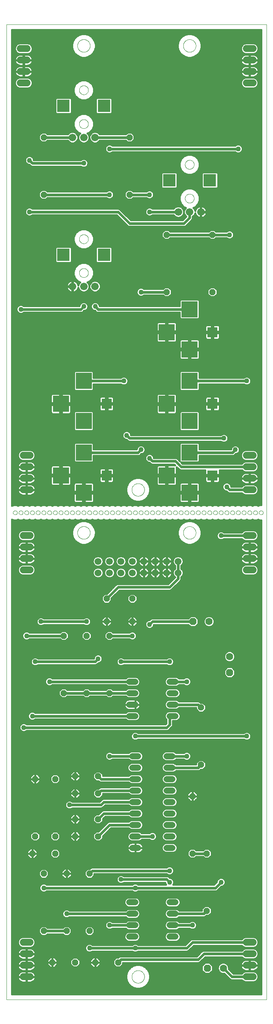
<source format=gtl>
G75*
%MOIN*%
%OFA0B0*%
%FSLAX25Y25*%
%IPPOS*%
%LPD*%
%AMOC8*
5,1,8,0,0,1.08239X$1,22.5*
%
%ADD10C,0.00000*%
%ADD11R,0.09000X0.09000*%
%ADD12R,0.14000X0.14000*%
%ADD13OC8,0.05200*%
%ADD14OC8,0.06300*%
%ADD15C,0.06300*%
%ADD16C,0.06600*%
%ADD17R,0.11024X0.11024*%
%ADD18C,0.05200*%
%ADD19C,0.06000*%
%ADD20C,0.05937*%
%ADD21C,0.02400*%
%ADD22C,0.01600*%
%ADD23C,0.04356*%
D10*
X0014700Y0022200D02*
X0014700Y0873401D01*
X0242121Y0873401D01*
X0242121Y0022200D01*
X0014700Y0022200D01*
X0124188Y0042200D02*
X0124190Y0042348D01*
X0124196Y0042496D01*
X0124206Y0042644D01*
X0124220Y0042791D01*
X0124238Y0042938D01*
X0124259Y0043084D01*
X0124285Y0043230D01*
X0124315Y0043375D01*
X0124348Y0043519D01*
X0124386Y0043662D01*
X0124427Y0043804D01*
X0124472Y0043945D01*
X0124520Y0044085D01*
X0124573Y0044224D01*
X0124629Y0044361D01*
X0124689Y0044496D01*
X0124752Y0044630D01*
X0124819Y0044762D01*
X0124890Y0044892D01*
X0124964Y0045020D01*
X0125041Y0045146D01*
X0125122Y0045270D01*
X0125206Y0045392D01*
X0125293Y0045511D01*
X0125384Y0045628D01*
X0125478Y0045743D01*
X0125574Y0045855D01*
X0125674Y0045965D01*
X0125776Y0046071D01*
X0125882Y0046175D01*
X0125990Y0046276D01*
X0126101Y0046374D01*
X0126214Y0046470D01*
X0126330Y0046562D01*
X0126448Y0046651D01*
X0126569Y0046736D01*
X0126692Y0046819D01*
X0126817Y0046898D01*
X0126944Y0046974D01*
X0127073Y0047046D01*
X0127204Y0047115D01*
X0127337Y0047180D01*
X0127472Y0047241D01*
X0127608Y0047299D01*
X0127745Y0047354D01*
X0127884Y0047404D01*
X0128025Y0047451D01*
X0128166Y0047494D01*
X0128309Y0047534D01*
X0128453Y0047569D01*
X0128597Y0047601D01*
X0128743Y0047628D01*
X0128889Y0047652D01*
X0129036Y0047672D01*
X0129183Y0047688D01*
X0129330Y0047700D01*
X0129478Y0047708D01*
X0129626Y0047712D01*
X0129774Y0047712D01*
X0129922Y0047708D01*
X0130070Y0047700D01*
X0130217Y0047688D01*
X0130364Y0047672D01*
X0130511Y0047652D01*
X0130657Y0047628D01*
X0130803Y0047601D01*
X0130947Y0047569D01*
X0131091Y0047534D01*
X0131234Y0047494D01*
X0131375Y0047451D01*
X0131516Y0047404D01*
X0131655Y0047354D01*
X0131792Y0047299D01*
X0131928Y0047241D01*
X0132063Y0047180D01*
X0132196Y0047115D01*
X0132327Y0047046D01*
X0132456Y0046974D01*
X0132583Y0046898D01*
X0132708Y0046819D01*
X0132831Y0046736D01*
X0132952Y0046651D01*
X0133070Y0046562D01*
X0133186Y0046470D01*
X0133299Y0046374D01*
X0133410Y0046276D01*
X0133518Y0046175D01*
X0133624Y0046071D01*
X0133726Y0045965D01*
X0133826Y0045855D01*
X0133922Y0045743D01*
X0134016Y0045628D01*
X0134107Y0045511D01*
X0134194Y0045392D01*
X0134278Y0045270D01*
X0134359Y0045146D01*
X0134436Y0045020D01*
X0134510Y0044892D01*
X0134581Y0044762D01*
X0134648Y0044630D01*
X0134711Y0044496D01*
X0134771Y0044361D01*
X0134827Y0044224D01*
X0134880Y0044085D01*
X0134928Y0043945D01*
X0134973Y0043804D01*
X0135014Y0043662D01*
X0135052Y0043519D01*
X0135085Y0043375D01*
X0135115Y0043230D01*
X0135141Y0043084D01*
X0135162Y0042938D01*
X0135180Y0042791D01*
X0135194Y0042644D01*
X0135204Y0042496D01*
X0135210Y0042348D01*
X0135212Y0042200D01*
X0135210Y0042052D01*
X0135204Y0041904D01*
X0135194Y0041756D01*
X0135180Y0041609D01*
X0135162Y0041462D01*
X0135141Y0041316D01*
X0135115Y0041170D01*
X0135085Y0041025D01*
X0135052Y0040881D01*
X0135014Y0040738D01*
X0134973Y0040596D01*
X0134928Y0040455D01*
X0134880Y0040315D01*
X0134827Y0040176D01*
X0134771Y0040039D01*
X0134711Y0039904D01*
X0134648Y0039770D01*
X0134581Y0039638D01*
X0134510Y0039508D01*
X0134436Y0039380D01*
X0134359Y0039254D01*
X0134278Y0039130D01*
X0134194Y0039008D01*
X0134107Y0038889D01*
X0134016Y0038772D01*
X0133922Y0038657D01*
X0133826Y0038545D01*
X0133726Y0038435D01*
X0133624Y0038329D01*
X0133518Y0038225D01*
X0133410Y0038124D01*
X0133299Y0038026D01*
X0133186Y0037930D01*
X0133070Y0037838D01*
X0132952Y0037749D01*
X0132831Y0037664D01*
X0132708Y0037581D01*
X0132583Y0037502D01*
X0132456Y0037426D01*
X0132327Y0037354D01*
X0132196Y0037285D01*
X0132063Y0037220D01*
X0131928Y0037159D01*
X0131792Y0037101D01*
X0131655Y0037046D01*
X0131516Y0036996D01*
X0131375Y0036949D01*
X0131234Y0036906D01*
X0131091Y0036866D01*
X0130947Y0036831D01*
X0130803Y0036799D01*
X0130657Y0036772D01*
X0130511Y0036748D01*
X0130364Y0036728D01*
X0130217Y0036712D01*
X0130070Y0036700D01*
X0129922Y0036692D01*
X0129774Y0036688D01*
X0129626Y0036688D01*
X0129478Y0036692D01*
X0129330Y0036700D01*
X0129183Y0036712D01*
X0129036Y0036728D01*
X0128889Y0036748D01*
X0128743Y0036772D01*
X0128597Y0036799D01*
X0128453Y0036831D01*
X0128309Y0036866D01*
X0128166Y0036906D01*
X0128025Y0036949D01*
X0127884Y0036996D01*
X0127745Y0037046D01*
X0127608Y0037101D01*
X0127472Y0037159D01*
X0127337Y0037220D01*
X0127204Y0037285D01*
X0127073Y0037354D01*
X0126944Y0037426D01*
X0126817Y0037502D01*
X0126692Y0037581D01*
X0126569Y0037664D01*
X0126448Y0037749D01*
X0126330Y0037838D01*
X0126214Y0037930D01*
X0126101Y0038026D01*
X0125990Y0038124D01*
X0125882Y0038225D01*
X0125776Y0038329D01*
X0125674Y0038435D01*
X0125574Y0038545D01*
X0125478Y0038657D01*
X0125384Y0038772D01*
X0125293Y0038889D01*
X0125206Y0039008D01*
X0125122Y0039130D01*
X0125041Y0039254D01*
X0124964Y0039380D01*
X0124890Y0039508D01*
X0124819Y0039638D01*
X0124752Y0039770D01*
X0124689Y0039904D01*
X0124629Y0040039D01*
X0124573Y0040176D01*
X0124520Y0040315D01*
X0124472Y0040455D01*
X0124427Y0040596D01*
X0124386Y0040738D01*
X0124348Y0040881D01*
X0124315Y0041025D01*
X0124285Y0041170D01*
X0124259Y0041316D01*
X0124238Y0041462D01*
X0124220Y0041609D01*
X0124206Y0041756D01*
X0124196Y0041904D01*
X0124190Y0042052D01*
X0124188Y0042200D01*
X0076688Y0429700D02*
X0076690Y0429848D01*
X0076696Y0429996D01*
X0076706Y0430144D01*
X0076720Y0430291D01*
X0076738Y0430438D01*
X0076759Y0430584D01*
X0076785Y0430730D01*
X0076815Y0430875D01*
X0076848Y0431019D01*
X0076886Y0431162D01*
X0076927Y0431304D01*
X0076972Y0431445D01*
X0077020Y0431585D01*
X0077073Y0431724D01*
X0077129Y0431861D01*
X0077189Y0431996D01*
X0077252Y0432130D01*
X0077319Y0432262D01*
X0077390Y0432392D01*
X0077464Y0432520D01*
X0077541Y0432646D01*
X0077622Y0432770D01*
X0077706Y0432892D01*
X0077793Y0433011D01*
X0077884Y0433128D01*
X0077978Y0433243D01*
X0078074Y0433355D01*
X0078174Y0433465D01*
X0078276Y0433571D01*
X0078382Y0433675D01*
X0078490Y0433776D01*
X0078601Y0433874D01*
X0078714Y0433970D01*
X0078830Y0434062D01*
X0078948Y0434151D01*
X0079069Y0434236D01*
X0079192Y0434319D01*
X0079317Y0434398D01*
X0079444Y0434474D01*
X0079573Y0434546D01*
X0079704Y0434615D01*
X0079837Y0434680D01*
X0079972Y0434741D01*
X0080108Y0434799D01*
X0080245Y0434854D01*
X0080384Y0434904D01*
X0080525Y0434951D01*
X0080666Y0434994D01*
X0080809Y0435034D01*
X0080953Y0435069D01*
X0081097Y0435101D01*
X0081243Y0435128D01*
X0081389Y0435152D01*
X0081536Y0435172D01*
X0081683Y0435188D01*
X0081830Y0435200D01*
X0081978Y0435208D01*
X0082126Y0435212D01*
X0082274Y0435212D01*
X0082422Y0435208D01*
X0082570Y0435200D01*
X0082717Y0435188D01*
X0082864Y0435172D01*
X0083011Y0435152D01*
X0083157Y0435128D01*
X0083303Y0435101D01*
X0083447Y0435069D01*
X0083591Y0435034D01*
X0083734Y0434994D01*
X0083875Y0434951D01*
X0084016Y0434904D01*
X0084155Y0434854D01*
X0084292Y0434799D01*
X0084428Y0434741D01*
X0084563Y0434680D01*
X0084696Y0434615D01*
X0084827Y0434546D01*
X0084956Y0434474D01*
X0085083Y0434398D01*
X0085208Y0434319D01*
X0085331Y0434236D01*
X0085452Y0434151D01*
X0085570Y0434062D01*
X0085686Y0433970D01*
X0085799Y0433874D01*
X0085910Y0433776D01*
X0086018Y0433675D01*
X0086124Y0433571D01*
X0086226Y0433465D01*
X0086326Y0433355D01*
X0086422Y0433243D01*
X0086516Y0433128D01*
X0086607Y0433011D01*
X0086694Y0432892D01*
X0086778Y0432770D01*
X0086859Y0432646D01*
X0086936Y0432520D01*
X0087010Y0432392D01*
X0087081Y0432262D01*
X0087148Y0432130D01*
X0087211Y0431996D01*
X0087271Y0431861D01*
X0087327Y0431724D01*
X0087380Y0431585D01*
X0087428Y0431445D01*
X0087473Y0431304D01*
X0087514Y0431162D01*
X0087552Y0431019D01*
X0087585Y0430875D01*
X0087615Y0430730D01*
X0087641Y0430584D01*
X0087662Y0430438D01*
X0087680Y0430291D01*
X0087694Y0430144D01*
X0087704Y0429996D01*
X0087710Y0429848D01*
X0087712Y0429700D01*
X0087710Y0429552D01*
X0087704Y0429404D01*
X0087694Y0429256D01*
X0087680Y0429109D01*
X0087662Y0428962D01*
X0087641Y0428816D01*
X0087615Y0428670D01*
X0087585Y0428525D01*
X0087552Y0428381D01*
X0087514Y0428238D01*
X0087473Y0428096D01*
X0087428Y0427955D01*
X0087380Y0427815D01*
X0087327Y0427676D01*
X0087271Y0427539D01*
X0087211Y0427404D01*
X0087148Y0427270D01*
X0087081Y0427138D01*
X0087010Y0427008D01*
X0086936Y0426880D01*
X0086859Y0426754D01*
X0086778Y0426630D01*
X0086694Y0426508D01*
X0086607Y0426389D01*
X0086516Y0426272D01*
X0086422Y0426157D01*
X0086326Y0426045D01*
X0086226Y0425935D01*
X0086124Y0425829D01*
X0086018Y0425725D01*
X0085910Y0425624D01*
X0085799Y0425526D01*
X0085686Y0425430D01*
X0085570Y0425338D01*
X0085452Y0425249D01*
X0085331Y0425164D01*
X0085208Y0425081D01*
X0085083Y0425002D01*
X0084956Y0424926D01*
X0084827Y0424854D01*
X0084696Y0424785D01*
X0084563Y0424720D01*
X0084428Y0424659D01*
X0084292Y0424601D01*
X0084155Y0424546D01*
X0084016Y0424496D01*
X0083875Y0424449D01*
X0083734Y0424406D01*
X0083591Y0424366D01*
X0083447Y0424331D01*
X0083303Y0424299D01*
X0083157Y0424272D01*
X0083011Y0424248D01*
X0082864Y0424228D01*
X0082717Y0424212D01*
X0082570Y0424200D01*
X0082422Y0424192D01*
X0082274Y0424188D01*
X0082126Y0424188D01*
X0081978Y0424192D01*
X0081830Y0424200D01*
X0081683Y0424212D01*
X0081536Y0424228D01*
X0081389Y0424248D01*
X0081243Y0424272D01*
X0081097Y0424299D01*
X0080953Y0424331D01*
X0080809Y0424366D01*
X0080666Y0424406D01*
X0080525Y0424449D01*
X0080384Y0424496D01*
X0080245Y0424546D01*
X0080108Y0424601D01*
X0079972Y0424659D01*
X0079837Y0424720D01*
X0079704Y0424785D01*
X0079573Y0424854D01*
X0079444Y0424926D01*
X0079317Y0425002D01*
X0079192Y0425081D01*
X0079069Y0425164D01*
X0078948Y0425249D01*
X0078830Y0425338D01*
X0078714Y0425430D01*
X0078601Y0425526D01*
X0078490Y0425624D01*
X0078382Y0425725D01*
X0078276Y0425829D01*
X0078174Y0425935D01*
X0078074Y0426045D01*
X0077978Y0426157D01*
X0077884Y0426272D01*
X0077793Y0426389D01*
X0077706Y0426508D01*
X0077622Y0426630D01*
X0077541Y0426754D01*
X0077464Y0426880D01*
X0077390Y0427008D01*
X0077319Y0427138D01*
X0077252Y0427270D01*
X0077189Y0427404D01*
X0077129Y0427539D01*
X0077073Y0427676D01*
X0077020Y0427815D01*
X0076972Y0427955D01*
X0076927Y0428096D01*
X0076886Y0428238D01*
X0076848Y0428381D01*
X0076815Y0428525D01*
X0076785Y0428670D01*
X0076759Y0428816D01*
X0076738Y0428962D01*
X0076720Y0429109D01*
X0076706Y0429256D01*
X0076696Y0429404D01*
X0076690Y0429552D01*
X0076688Y0429700D01*
X0075428Y0447200D02*
X0075430Y0447284D01*
X0075436Y0447367D01*
X0075446Y0447450D01*
X0075460Y0447533D01*
X0075477Y0447615D01*
X0075499Y0447696D01*
X0075524Y0447775D01*
X0075553Y0447854D01*
X0075586Y0447931D01*
X0075622Y0448006D01*
X0075662Y0448080D01*
X0075705Y0448152D01*
X0075752Y0448221D01*
X0075802Y0448288D01*
X0075855Y0448353D01*
X0075911Y0448415D01*
X0075969Y0448475D01*
X0076031Y0448532D01*
X0076095Y0448585D01*
X0076162Y0448636D01*
X0076231Y0448683D01*
X0076302Y0448728D01*
X0076375Y0448768D01*
X0076450Y0448805D01*
X0076527Y0448839D01*
X0076605Y0448869D01*
X0076684Y0448895D01*
X0076765Y0448918D01*
X0076847Y0448936D01*
X0076929Y0448951D01*
X0077012Y0448962D01*
X0077095Y0448969D01*
X0077179Y0448972D01*
X0077263Y0448971D01*
X0077346Y0448966D01*
X0077430Y0448957D01*
X0077512Y0448944D01*
X0077594Y0448928D01*
X0077675Y0448907D01*
X0077756Y0448883D01*
X0077834Y0448855D01*
X0077912Y0448823D01*
X0077988Y0448787D01*
X0078062Y0448748D01*
X0078134Y0448706D01*
X0078204Y0448660D01*
X0078272Y0448611D01*
X0078337Y0448559D01*
X0078400Y0448504D01*
X0078460Y0448446D01*
X0078518Y0448385D01*
X0078572Y0448321D01*
X0078624Y0448255D01*
X0078672Y0448187D01*
X0078717Y0448116D01*
X0078758Y0448043D01*
X0078797Y0447969D01*
X0078831Y0447893D01*
X0078862Y0447815D01*
X0078889Y0447736D01*
X0078913Y0447655D01*
X0078932Y0447574D01*
X0078948Y0447492D01*
X0078960Y0447409D01*
X0078968Y0447325D01*
X0078972Y0447242D01*
X0078972Y0447158D01*
X0078968Y0447075D01*
X0078960Y0446991D01*
X0078948Y0446908D01*
X0078932Y0446826D01*
X0078913Y0446745D01*
X0078889Y0446664D01*
X0078862Y0446585D01*
X0078831Y0446507D01*
X0078797Y0446431D01*
X0078758Y0446357D01*
X0078717Y0446284D01*
X0078672Y0446213D01*
X0078624Y0446145D01*
X0078572Y0446079D01*
X0078518Y0446015D01*
X0078460Y0445954D01*
X0078400Y0445896D01*
X0078337Y0445841D01*
X0078272Y0445789D01*
X0078204Y0445740D01*
X0078134Y0445694D01*
X0078062Y0445652D01*
X0077988Y0445613D01*
X0077912Y0445577D01*
X0077834Y0445545D01*
X0077756Y0445517D01*
X0077675Y0445493D01*
X0077594Y0445472D01*
X0077512Y0445456D01*
X0077430Y0445443D01*
X0077346Y0445434D01*
X0077263Y0445429D01*
X0077179Y0445428D01*
X0077095Y0445431D01*
X0077012Y0445438D01*
X0076929Y0445449D01*
X0076847Y0445464D01*
X0076765Y0445482D01*
X0076684Y0445505D01*
X0076605Y0445531D01*
X0076527Y0445561D01*
X0076450Y0445595D01*
X0076375Y0445632D01*
X0076302Y0445672D01*
X0076231Y0445717D01*
X0076162Y0445764D01*
X0076095Y0445815D01*
X0076031Y0445868D01*
X0075969Y0445925D01*
X0075911Y0445985D01*
X0075855Y0446047D01*
X0075802Y0446112D01*
X0075752Y0446179D01*
X0075705Y0446248D01*
X0075662Y0446320D01*
X0075622Y0446394D01*
X0075586Y0446469D01*
X0075553Y0446546D01*
X0075524Y0446625D01*
X0075499Y0446704D01*
X0075477Y0446785D01*
X0075460Y0446867D01*
X0075446Y0446950D01*
X0075436Y0447033D01*
X0075430Y0447116D01*
X0075428Y0447200D01*
X0070428Y0447200D02*
X0070430Y0447284D01*
X0070436Y0447367D01*
X0070446Y0447450D01*
X0070460Y0447533D01*
X0070477Y0447615D01*
X0070499Y0447696D01*
X0070524Y0447775D01*
X0070553Y0447854D01*
X0070586Y0447931D01*
X0070622Y0448006D01*
X0070662Y0448080D01*
X0070705Y0448152D01*
X0070752Y0448221D01*
X0070802Y0448288D01*
X0070855Y0448353D01*
X0070911Y0448415D01*
X0070969Y0448475D01*
X0071031Y0448532D01*
X0071095Y0448585D01*
X0071162Y0448636D01*
X0071231Y0448683D01*
X0071302Y0448728D01*
X0071375Y0448768D01*
X0071450Y0448805D01*
X0071527Y0448839D01*
X0071605Y0448869D01*
X0071684Y0448895D01*
X0071765Y0448918D01*
X0071847Y0448936D01*
X0071929Y0448951D01*
X0072012Y0448962D01*
X0072095Y0448969D01*
X0072179Y0448972D01*
X0072263Y0448971D01*
X0072346Y0448966D01*
X0072430Y0448957D01*
X0072512Y0448944D01*
X0072594Y0448928D01*
X0072675Y0448907D01*
X0072756Y0448883D01*
X0072834Y0448855D01*
X0072912Y0448823D01*
X0072988Y0448787D01*
X0073062Y0448748D01*
X0073134Y0448706D01*
X0073204Y0448660D01*
X0073272Y0448611D01*
X0073337Y0448559D01*
X0073400Y0448504D01*
X0073460Y0448446D01*
X0073518Y0448385D01*
X0073572Y0448321D01*
X0073624Y0448255D01*
X0073672Y0448187D01*
X0073717Y0448116D01*
X0073758Y0448043D01*
X0073797Y0447969D01*
X0073831Y0447893D01*
X0073862Y0447815D01*
X0073889Y0447736D01*
X0073913Y0447655D01*
X0073932Y0447574D01*
X0073948Y0447492D01*
X0073960Y0447409D01*
X0073968Y0447325D01*
X0073972Y0447242D01*
X0073972Y0447158D01*
X0073968Y0447075D01*
X0073960Y0446991D01*
X0073948Y0446908D01*
X0073932Y0446826D01*
X0073913Y0446745D01*
X0073889Y0446664D01*
X0073862Y0446585D01*
X0073831Y0446507D01*
X0073797Y0446431D01*
X0073758Y0446357D01*
X0073717Y0446284D01*
X0073672Y0446213D01*
X0073624Y0446145D01*
X0073572Y0446079D01*
X0073518Y0446015D01*
X0073460Y0445954D01*
X0073400Y0445896D01*
X0073337Y0445841D01*
X0073272Y0445789D01*
X0073204Y0445740D01*
X0073134Y0445694D01*
X0073062Y0445652D01*
X0072988Y0445613D01*
X0072912Y0445577D01*
X0072834Y0445545D01*
X0072756Y0445517D01*
X0072675Y0445493D01*
X0072594Y0445472D01*
X0072512Y0445456D01*
X0072430Y0445443D01*
X0072346Y0445434D01*
X0072263Y0445429D01*
X0072179Y0445428D01*
X0072095Y0445431D01*
X0072012Y0445438D01*
X0071929Y0445449D01*
X0071847Y0445464D01*
X0071765Y0445482D01*
X0071684Y0445505D01*
X0071605Y0445531D01*
X0071527Y0445561D01*
X0071450Y0445595D01*
X0071375Y0445632D01*
X0071302Y0445672D01*
X0071231Y0445717D01*
X0071162Y0445764D01*
X0071095Y0445815D01*
X0071031Y0445868D01*
X0070969Y0445925D01*
X0070911Y0445985D01*
X0070855Y0446047D01*
X0070802Y0446112D01*
X0070752Y0446179D01*
X0070705Y0446248D01*
X0070662Y0446320D01*
X0070622Y0446394D01*
X0070586Y0446469D01*
X0070553Y0446546D01*
X0070524Y0446625D01*
X0070499Y0446704D01*
X0070477Y0446785D01*
X0070460Y0446867D01*
X0070446Y0446950D01*
X0070436Y0447033D01*
X0070430Y0447116D01*
X0070428Y0447200D01*
X0065428Y0447200D02*
X0065430Y0447284D01*
X0065436Y0447367D01*
X0065446Y0447450D01*
X0065460Y0447533D01*
X0065477Y0447615D01*
X0065499Y0447696D01*
X0065524Y0447775D01*
X0065553Y0447854D01*
X0065586Y0447931D01*
X0065622Y0448006D01*
X0065662Y0448080D01*
X0065705Y0448152D01*
X0065752Y0448221D01*
X0065802Y0448288D01*
X0065855Y0448353D01*
X0065911Y0448415D01*
X0065969Y0448475D01*
X0066031Y0448532D01*
X0066095Y0448585D01*
X0066162Y0448636D01*
X0066231Y0448683D01*
X0066302Y0448728D01*
X0066375Y0448768D01*
X0066450Y0448805D01*
X0066527Y0448839D01*
X0066605Y0448869D01*
X0066684Y0448895D01*
X0066765Y0448918D01*
X0066847Y0448936D01*
X0066929Y0448951D01*
X0067012Y0448962D01*
X0067095Y0448969D01*
X0067179Y0448972D01*
X0067263Y0448971D01*
X0067346Y0448966D01*
X0067430Y0448957D01*
X0067512Y0448944D01*
X0067594Y0448928D01*
X0067675Y0448907D01*
X0067756Y0448883D01*
X0067834Y0448855D01*
X0067912Y0448823D01*
X0067988Y0448787D01*
X0068062Y0448748D01*
X0068134Y0448706D01*
X0068204Y0448660D01*
X0068272Y0448611D01*
X0068337Y0448559D01*
X0068400Y0448504D01*
X0068460Y0448446D01*
X0068518Y0448385D01*
X0068572Y0448321D01*
X0068624Y0448255D01*
X0068672Y0448187D01*
X0068717Y0448116D01*
X0068758Y0448043D01*
X0068797Y0447969D01*
X0068831Y0447893D01*
X0068862Y0447815D01*
X0068889Y0447736D01*
X0068913Y0447655D01*
X0068932Y0447574D01*
X0068948Y0447492D01*
X0068960Y0447409D01*
X0068968Y0447325D01*
X0068972Y0447242D01*
X0068972Y0447158D01*
X0068968Y0447075D01*
X0068960Y0446991D01*
X0068948Y0446908D01*
X0068932Y0446826D01*
X0068913Y0446745D01*
X0068889Y0446664D01*
X0068862Y0446585D01*
X0068831Y0446507D01*
X0068797Y0446431D01*
X0068758Y0446357D01*
X0068717Y0446284D01*
X0068672Y0446213D01*
X0068624Y0446145D01*
X0068572Y0446079D01*
X0068518Y0446015D01*
X0068460Y0445954D01*
X0068400Y0445896D01*
X0068337Y0445841D01*
X0068272Y0445789D01*
X0068204Y0445740D01*
X0068134Y0445694D01*
X0068062Y0445652D01*
X0067988Y0445613D01*
X0067912Y0445577D01*
X0067834Y0445545D01*
X0067756Y0445517D01*
X0067675Y0445493D01*
X0067594Y0445472D01*
X0067512Y0445456D01*
X0067430Y0445443D01*
X0067346Y0445434D01*
X0067263Y0445429D01*
X0067179Y0445428D01*
X0067095Y0445431D01*
X0067012Y0445438D01*
X0066929Y0445449D01*
X0066847Y0445464D01*
X0066765Y0445482D01*
X0066684Y0445505D01*
X0066605Y0445531D01*
X0066527Y0445561D01*
X0066450Y0445595D01*
X0066375Y0445632D01*
X0066302Y0445672D01*
X0066231Y0445717D01*
X0066162Y0445764D01*
X0066095Y0445815D01*
X0066031Y0445868D01*
X0065969Y0445925D01*
X0065911Y0445985D01*
X0065855Y0446047D01*
X0065802Y0446112D01*
X0065752Y0446179D01*
X0065705Y0446248D01*
X0065662Y0446320D01*
X0065622Y0446394D01*
X0065586Y0446469D01*
X0065553Y0446546D01*
X0065524Y0446625D01*
X0065499Y0446704D01*
X0065477Y0446785D01*
X0065460Y0446867D01*
X0065446Y0446950D01*
X0065436Y0447033D01*
X0065430Y0447116D01*
X0065428Y0447200D01*
X0060428Y0447200D02*
X0060430Y0447284D01*
X0060436Y0447367D01*
X0060446Y0447450D01*
X0060460Y0447533D01*
X0060477Y0447615D01*
X0060499Y0447696D01*
X0060524Y0447775D01*
X0060553Y0447854D01*
X0060586Y0447931D01*
X0060622Y0448006D01*
X0060662Y0448080D01*
X0060705Y0448152D01*
X0060752Y0448221D01*
X0060802Y0448288D01*
X0060855Y0448353D01*
X0060911Y0448415D01*
X0060969Y0448475D01*
X0061031Y0448532D01*
X0061095Y0448585D01*
X0061162Y0448636D01*
X0061231Y0448683D01*
X0061302Y0448728D01*
X0061375Y0448768D01*
X0061450Y0448805D01*
X0061527Y0448839D01*
X0061605Y0448869D01*
X0061684Y0448895D01*
X0061765Y0448918D01*
X0061847Y0448936D01*
X0061929Y0448951D01*
X0062012Y0448962D01*
X0062095Y0448969D01*
X0062179Y0448972D01*
X0062263Y0448971D01*
X0062346Y0448966D01*
X0062430Y0448957D01*
X0062512Y0448944D01*
X0062594Y0448928D01*
X0062675Y0448907D01*
X0062756Y0448883D01*
X0062834Y0448855D01*
X0062912Y0448823D01*
X0062988Y0448787D01*
X0063062Y0448748D01*
X0063134Y0448706D01*
X0063204Y0448660D01*
X0063272Y0448611D01*
X0063337Y0448559D01*
X0063400Y0448504D01*
X0063460Y0448446D01*
X0063518Y0448385D01*
X0063572Y0448321D01*
X0063624Y0448255D01*
X0063672Y0448187D01*
X0063717Y0448116D01*
X0063758Y0448043D01*
X0063797Y0447969D01*
X0063831Y0447893D01*
X0063862Y0447815D01*
X0063889Y0447736D01*
X0063913Y0447655D01*
X0063932Y0447574D01*
X0063948Y0447492D01*
X0063960Y0447409D01*
X0063968Y0447325D01*
X0063972Y0447242D01*
X0063972Y0447158D01*
X0063968Y0447075D01*
X0063960Y0446991D01*
X0063948Y0446908D01*
X0063932Y0446826D01*
X0063913Y0446745D01*
X0063889Y0446664D01*
X0063862Y0446585D01*
X0063831Y0446507D01*
X0063797Y0446431D01*
X0063758Y0446357D01*
X0063717Y0446284D01*
X0063672Y0446213D01*
X0063624Y0446145D01*
X0063572Y0446079D01*
X0063518Y0446015D01*
X0063460Y0445954D01*
X0063400Y0445896D01*
X0063337Y0445841D01*
X0063272Y0445789D01*
X0063204Y0445740D01*
X0063134Y0445694D01*
X0063062Y0445652D01*
X0062988Y0445613D01*
X0062912Y0445577D01*
X0062834Y0445545D01*
X0062756Y0445517D01*
X0062675Y0445493D01*
X0062594Y0445472D01*
X0062512Y0445456D01*
X0062430Y0445443D01*
X0062346Y0445434D01*
X0062263Y0445429D01*
X0062179Y0445428D01*
X0062095Y0445431D01*
X0062012Y0445438D01*
X0061929Y0445449D01*
X0061847Y0445464D01*
X0061765Y0445482D01*
X0061684Y0445505D01*
X0061605Y0445531D01*
X0061527Y0445561D01*
X0061450Y0445595D01*
X0061375Y0445632D01*
X0061302Y0445672D01*
X0061231Y0445717D01*
X0061162Y0445764D01*
X0061095Y0445815D01*
X0061031Y0445868D01*
X0060969Y0445925D01*
X0060911Y0445985D01*
X0060855Y0446047D01*
X0060802Y0446112D01*
X0060752Y0446179D01*
X0060705Y0446248D01*
X0060662Y0446320D01*
X0060622Y0446394D01*
X0060586Y0446469D01*
X0060553Y0446546D01*
X0060524Y0446625D01*
X0060499Y0446704D01*
X0060477Y0446785D01*
X0060460Y0446867D01*
X0060446Y0446950D01*
X0060436Y0447033D01*
X0060430Y0447116D01*
X0060428Y0447200D01*
X0055428Y0447200D02*
X0055430Y0447284D01*
X0055436Y0447367D01*
X0055446Y0447450D01*
X0055460Y0447533D01*
X0055477Y0447615D01*
X0055499Y0447696D01*
X0055524Y0447775D01*
X0055553Y0447854D01*
X0055586Y0447931D01*
X0055622Y0448006D01*
X0055662Y0448080D01*
X0055705Y0448152D01*
X0055752Y0448221D01*
X0055802Y0448288D01*
X0055855Y0448353D01*
X0055911Y0448415D01*
X0055969Y0448475D01*
X0056031Y0448532D01*
X0056095Y0448585D01*
X0056162Y0448636D01*
X0056231Y0448683D01*
X0056302Y0448728D01*
X0056375Y0448768D01*
X0056450Y0448805D01*
X0056527Y0448839D01*
X0056605Y0448869D01*
X0056684Y0448895D01*
X0056765Y0448918D01*
X0056847Y0448936D01*
X0056929Y0448951D01*
X0057012Y0448962D01*
X0057095Y0448969D01*
X0057179Y0448972D01*
X0057263Y0448971D01*
X0057346Y0448966D01*
X0057430Y0448957D01*
X0057512Y0448944D01*
X0057594Y0448928D01*
X0057675Y0448907D01*
X0057756Y0448883D01*
X0057834Y0448855D01*
X0057912Y0448823D01*
X0057988Y0448787D01*
X0058062Y0448748D01*
X0058134Y0448706D01*
X0058204Y0448660D01*
X0058272Y0448611D01*
X0058337Y0448559D01*
X0058400Y0448504D01*
X0058460Y0448446D01*
X0058518Y0448385D01*
X0058572Y0448321D01*
X0058624Y0448255D01*
X0058672Y0448187D01*
X0058717Y0448116D01*
X0058758Y0448043D01*
X0058797Y0447969D01*
X0058831Y0447893D01*
X0058862Y0447815D01*
X0058889Y0447736D01*
X0058913Y0447655D01*
X0058932Y0447574D01*
X0058948Y0447492D01*
X0058960Y0447409D01*
X0058968Y0447325D01*
X0058972Y0447242D01*
X0058972Y0447158D01*
X0058968Y0447075D01*
X0058960Y0446991D01*
X0058948Y0446908D01*
X0058932Y0446826D01*
X0058913Y0446745D01*
X0058889Y0446664D01*
X0058862Y0446585D01*
X0058831Y0446507D01*
X0058797Y0446431D01*
X0058758Y0446357D01*
X0058717Y0446284D01*
X0058672Y0446213D01*
X0058624Y0446145D01*
X0058572Y0446079D01*
X0058518Y0446015D01*
X0058460Y0445954D01*
X0058400Y0445896D01*
X0058337Y0445841D01*
X0058272Y0445789D01*
X0058204Y0445740D01*
X0058134Y0445694D01*
X0058062Y0445652D01*
X0057988Y0445613D01*
X0057912Y0445577D01*
X0057834Y0445545D01*
X0057756Y0445517D01*
X0057675Y0445493D01*
X0057594Y0445472D01*
X0057512Y0445456D01*
X0057430Y0445443D01*
X0057346Y0445434D01*
X0057263Y0445429D01*
X0057179Y0445428D01*
X0057095Y0445431D01*
X0057012Y0445438D01*
X0056929Y0445449D01*
X0056847Y0445464D01*
X0056765Y0445482D01*
X0056684Y0445505D01*
X0056605Y0445531D01*
X0056527Y0445561D01*
X0056450Y0445595D01*
X0056375Y0445632D01*
X0056302Y0445672D01*
X0056231Y0445717D01*
X0056162Y0445764D01*
X0056095Y0445815D01*
X0056031Y0445868D01*
X0055969Y0445925D01*
X0055911Y0445985D01*
X0055855Y0446047D01*
X0055802Y0446112D01*
X0055752Y0446179D01*
X0055705Y0446248D01*
X0055662Y0446320D01*
X0055622Y0446394D01*
X0055586Y0446469D01*
X0055553Y0446546D01*
X0055524Y0446625D01*
X0055499Y0446704D01*
X0055477Y0446785D01*
X0055460Y0446867D01*
X0055446Y0446950D01*
X0055436Y0447033D01*
X0055430Y0447116D01*
X0055428Y0447200D01*
X0050428Y0447200D02*
X0050430Y0447284D01*
X0050436Y0447367D01*
X0050446Y0447450D01*
X0050460Y0447533D01*
X0050477Y0447615D01*
X0050499Y0447696D01*
X0050524Y0447775D01*
X0050553Y0447854D01*
X0050586Y0447931D01*
X0050622Y0448006D01*
X0050662Y0448080D01*
X0050705Y0448152D01*
X0050752Y0448221D01*
X0050802Y0448288D01*
X0050855Y0448353D01*
X0050911Y0448415D01*
X0050969Y0448475D01*
X0051031Y0448532D01*
X0051095Y0448585D01*
X0051162Y0448636D01*
X0051231Y0448683D01*
X0051302Y0448728D01*
X0051375Y0448768D01*
X0051450Y0448805D01*
X0051527Y0448839D01*
X0051605Y0448869D01*
X0051684Y0448895D01*
X0051765Y0448918D01*
X0051847Y0448936D01*
X0051929Y0448951D01*
X0052012Y0448962D01*
X0052095Y0448969D01*
X0052179Y0448972D01*
X0052263Y0448971D01*
X0052346Y0448966D01*
X0052430Y0448957D01*
X0052512Y0448944D01*
X0052594Y0448928D01*
X0052675Y0448907D01*
X0052756Y0448883D01*
X0052834Y0448855D01*
X0052912Y0448823D01*
X0052988Y0448787D01*
X0053062Y0448748D01*
X0053134Y0448706D01*
X0053204Y0448660D01*
X0053272Y0448611D01*
X0053337Y0448559D01*
X0053400Y0448504D01*
X0053460Y0448446D01*
X0053518Y0448385D01*
X0053572Y0448321D01*
X0053624Y0448255D01*
X0053672Y0448187D01*
X0053717Y0448116D01*
X0053758Y0448043D01*
X0053797Y0447969D01*
X0053831Y0447893D01*
X0053862Y0447815D01*
X0053889Y0447736D01*
X0053913Y0447655D01*
X0053932Y0447574D01*
X0053948Y0447492D01*
X0053960Y0447409D01*
X0053968Y0447325D01*
X0053972Y0447242D01*
X0053972Y0447158D01*
X0053968Y0447075D01*
X0053960Y0446991D01*
X0053948Y0446908D01*
X0053932Y0446826D01*
X0053913Y0446745D01*
X0053889Y0446664D01*
X0053862Y0446585D01*
X0053831Y0446507D01*
X0053797Y0446431D01*
X0053758Y0446357D01*
X0053717Y0446284D01*
X0053672Y0446213D01*
X0053624Y0446145D01*
X0053572Y0446079D01*
X0053518Y0446015D01*
X0053460Y0445954D01*
X0053400Y0445896D01*
X0053337Y0445841D01*
X0053272Y0445789D01*
X0053204Y0445740D01*
X0053134Y0445694D01*
X0053062Y0445652D01*
X0052988Y0445613D01*
X0052912Y0445577D01*
X0052834Y0445545D01*
X0052756Y0445517D01*
X0052675Y0445493D01*
X0052594Y0445472D01*
X0052512Y0445456D01*
X0052430Y0445443D01*
X0052346Y0445434D01*
X0052263Y0445429D01*
X0052179Y0445428D01*
X0052095Y0445431D01*
X0052012Y0445438D01*
X0051929Y0445449D01*
X0051847Y0445464D01*
X0051765Y0445482D01*
X0051684Y0445505D01*
X0051605Y0445531D01*
X0051527Y0445561D01*
X0051450Y0445595D01*
X0051375Y0445632D01*
X0051302Y0445672D01*
X0051231Y0445717D01*
X0051162Y0445764D01*
X0051095Y0445815D01*
X0051031Y0445868D01*
X0050969Y0445925D01*
X0050911Y0445985D01*
X0050855Y0446047D01*
X0050802Y0446112D01*
X0050752Y0446179D01*
X0050705Y0446248D01*
X0050662Y0446320D01*
X0050622Y0446394D01*
X0050586Y0446469D01*
X0050553Y0446546D01*
X0050524Y0446625D01*
X0050499Y0446704D01*
X0050477Y0446785D01*
X0050460Y0446867D01*
X0050446Y0446950D01*
X0050436Y0447033D01*
X0050430Y0447116D01*
X0050428Y0447200D01*
X0045428Y0447200D02*
X0045430Y0447284D01*
X0045436Y0447367D01*
X0045446Y0447450D01*
X0045460Y0447533D01*
X0045477Y0447615D01*
X0045499Y0447696D01*
X0045524Y0447775D01*
X0045553Y0447854D01*
X0045586Y0447931D01*
X0045622Y0448006D01*
X0045662Y0448080D01*
X0045705Y0448152D01*
X0045752Y0448221D01*
X0045802Y0448288D01*
X0045855Y0448353D01*
X0045911Y0448415D01*
X0045969Y0448475D01*
X0046031Y0448532D01*
X0046095Y0448585D01*
X0046162Y0448636D01*
X0046231Y0448683D01*
X0046302Y0448728D01*
X0046375Y0448768D01*
X0046450Y0448805D01*
X0046527Y0448839D01*
X0046605Y0448869D01*
X0046684Y0448895D01*
X0046765Y0448918D01*
X0046847Y0448936D01*
X0046929Y0448951D01*
X0047012Y0448962D01*
X0047095Y0448969D01*
X0047179Y0448972D01*
X0047263Y0448971D01*
X0047346Y0448966D01*
X0047430Y0448957D01*
X0047512Y0448944D01*
X0047594Y0448928D01*
X0047675Y0448907D01*
X0047756Y0448883D01*
X0047834Y0448855D01*
X0047912Y0448823D01*
X0047988Y0448787D01*
X0048062Y0448748D01*
X0048134Y0448706D01*
X0048204Y0448660D01*
X0048272Y0448611D01*
X0048337Y0448559D01*
X0048400Y0448504D01*
X0048460Y0448446D01*
X0048518Y0448385D01*
X0048572Y0448321D01*
X0048624Y0448255D01*
X0048672Y0448187D01*
X0048717Y0448116D01*
X0048758Y0448043D01*
X0048797Y0447969D01*
X0048831Y0447893D01*
X0048862Y0447815D01*
X0048889Y0447736D01*
X0048913Y0447655D01*
X0048932Y0447574D01*
X0048948Y0447492D01*
X0048960Y0447409D01*
X0048968Y0447325D01*
X0048972Y0447242D01*
X0048972Y0447158D01*
X0048968Y0447075D01*
X0048960Y0446991D01*
X0048948Y0446908D01*
X0048932Y0446826D01*
X0048913Y0446745D01*
X0048889Y0446664D01*
X0048862Y0446585D01*
X0048831Y0446507D01*
X0048797Y0446431D01*
X0048758Y0446357D01*
X0048717Y0446284D01*
X0048672Y0446213D01*
X0048624Y0446145D01*
X0048572Y0446079D01*
X0048518Y0446015D01*
X0048460Y0445954D01*
X0048400Y0445896D01*
X0048337Y0445841D01*
X0048272Y0445789D01*
X0048204Y0445740D01*
X0048134Y0445694D01*
X0048062Y0445652D01*
X0047988Y0445613D01*
X0047912Y0445577D01*
X0047834Y0445545D01*
X0047756Y0445517D01*
X0047675Y0445493D01*
X0047594Y0445472D01*
X0047512Y0445456D01*
X0047430Y0445443D01*
X0047346Y0445434D01*
X0047263Y0445429D01*
X0047179Y0445428D01*
X0047095Y0445431D01*
X0047012Y0445438D01*
X0046929Y0445449D01*
X0046847Y0445464D01*
X0046765Y0445482D01*
X0046684Y0445505D01*
X0046605Y0445531D01*
X0046527Y0445561D01*
X0046450Y0445595D01*
X0046375Y0445632D01*
X0046302Y0445672D01*
X0046231Y0445717D01*
X0046162Y0445764D01*
X0046095Y0445815D01*
X0046031Y0445868D01*
X0045969Y0445925D01*
X0045911Y0445985D01*
X0045855Y0446047D01*
X0045802Y0446112D01*
X0045752Y0446179D01*
X0045705Y0446248D01*
X0045662Y0446320D01*
X0045622Y0446394D01*
X0045586Y0446469D01*
X0045553Y0446546D01*
X0045524Y0446625D01*
X0045499Y0446704D01*
X0045477Y0446785D01*
X0045460Y0446867D01*
X0045446Y0446950D01*
X0045436Y0447033D01*
X0045430Y0447116D01*
X0045428Y0447200D01*
X0040428Y0447200D02*
X0040430Y0447284D01*
X0040436Y0447367D01*
X0040446Y0447450D01*
X0040460Y0447533D01*
X0040477Y0447615D01*
X0040499Y0447696D01*
X0040524Y0447775D01*
X0040553Y0447854D01*
X0040586Y0447931D01*
X0040622Y0448006D01*
X0040662Y0448080D01*
X0040705Y0448152D01*
X0040752Y0448221D01*
X0040802Y0448288D01*
X0040855Y0448353D01*
X0040911Y0448415D01*
X0040969Y0448475D01*
X0041031Y0448532D01*
X0041095Y0448585D01*
X0041162Y0448636D01*
X0041231Y0448683D01*
X0041302Y0448728D01*
X0041375Y0448768D01*
X0041450Y0448805D01*
X0041527Y0448839D01*
X0041605Y0448869D01*
X0041684Y0448895D01*
X0041765Y0448918D01*
X0041847Y0448936D01*
X0041929Y0448951D01*
X0042012Y0448962D01*
X0042095Y0448969D01*
X0042179Y0448972D01*
X0042263Y0448971D01*
X0042346Y0448966D01*
X0042430Y0448957D01*
X0042512Y0448944D01*
X0042594Y0448928D01*
X0042675Y0448907D01*
X0042756Y0448883D01*
X0042834Y0448855D01*
X0042912Y0448823D01*
X0042988Y0448787D01*
X0043062Y0448748D01*
X0043134Y0448706D01*
X0043204Y0448660D01*
X0043272Y0448611D01*
X0043337Y0448559D01*
X0043400Y0448504D01*
X0043460Y0448446D01*
X0043518Y0448385D01*
X0043572Y0448321D01*
X0043624Y0448255D01*
X0043672Y0448187D01*
X0043717Y0448116D01*
X0043758Y0448043D01*
X0043797Y0447969D01*
X0043831Y0447893D01*
X0043862Y0447815D01*
X0043889Y0447736D01*
X0043913Y0447655D01*
X0043932Y0447574D01*
X0043948Y0447492D01*
X0043960Y0447409D01*
X0043968Y0447325D01*
X0043972Y0447242D01*
X0043972Y0447158D01*
X0043968Y0447075D01*
X0043960Y0446991D01*
X0043948Y0446908D01*
X0043932Y0446826D01*
X0043913Y0446745D01*
X0043889Y0446664D01*
X0043862Y0446585D01*
X0043831Y0446507D01*
X0043797Y0446431D01*
X0043758Y0446357D01*
X0043717Y0446284D01*
X0043672Y0446213D01*
X0043624Y0446145D01*
X0043572Y0446079D01*
X0043518Y0446015D01*
X0043460Y0445954D01*
X0043400Y0445896D01*
X0043337Y0445841D01*
X0043272Y0445789D01*
X0043204Y0445740D01*
X0043134Y0445694D01*
X0043062Y0445652D01*
X0042988Y0445613D01*
X0042912Y0445577D01*
X0042834Y0445545D01*
X0042756Y0445517D01*
X0042675Y0445493D01*
X0042594Y0445472D01*
X0042512Y0445456D01*
X0042430Y0445443D01*
X0042346Y0445434D01*
X0042263Y0445429D01*
X0042179Y0445428D01*
X0042095Y0445431D01*
X0042012Y0445438D01*
X0041929Y0445449D01*
X0041847Y0445464D01*
X0041765Y0445482D01*
X0041684Y0445505D01*
X0041605Y0445531D01*
X0041527Y0445561D01*
X0041450Y0445595D01*
X0041375Y0445632D01*
X0041302Y0445672D01*
X0041231Y0445717D01*
X0041162Y0445764D01*
X0041095Y0445815D01*
X0041031Y0445868D01*
X0040969Y0445925D01*
X0040911Y0445985D01*
X0040855Y0446047D01*
X0040802Y0446112D01*
X0040752Y0446179D01*
X0040705Y0446248D01*
X0040662Y0446320D01*
X0040622Y0446394D01*
X0040586Y0446469D01*
X0040553Y0446546D01*
X0040524Y0446625D01*
X0040499Y0446704D01*
X0040477Y0446785D01*
X0040460Y0446867D01*
X0040446Y0446950D01*
X0040436Y0447033D01*
X0040430Y0447116D01*
X0040428Y0447200D01*
X0035428Y0447200D02*
X0035430Y0447284D01*
X0035436Y0447367D01*
X0035446Y0447450D01*
X0035460Y0447533D01*
X0035477Y0447615D01*
X0035499Y0447696D01*
X0035524Y0447775D01*
X0035553Y0447854D01*
X0035586Y0447931D01*
X0035622Y0448006D01*
X0035662Y0448080D01*
X0035705Y0448152D01*
X0035752Y0448221D01*
X0035802Y0448288D01*
X0035855Y0448353D01*
X0035911Y0448415D01*
X0035969Y0448475D01*
X0036031Y0448532D01*
X0036095Y0448585D01*
X0036162Y0448636D01*
X0036231Y0448683D01*
X0036302Y0448728D01*
X0036375Y0448768D01*
X0036450Y0448805D01*
X0036527Y0448839D01*
X0036605Y0448869D01*
X0036684Y0448895D01*
X0036765Y0448918D01*
X0036847Y0448936D01*
X0036929Y0448951D01*
X0037012Y0448962D01*
X0037095Y0448969D01*
X0037179Y0448972D01*
X0037263Y0448971D01*
X0037346Y0448966D01*
X0037430Y0448957D01*
X0037512Y0448944D01*
X0037594Y0448928D01*
X0037675Y0448907D01*
X0037756Y0448883D01*
X0037834Y0448855D01*
X0037912Y0448823D01*
X0037988Y0448787D01*
X0038062Y0448748D01*
X0038134Y0448706D01*
X0038204Y0448660D01*
X0038272Y0448611D01*
X0038337Y0448559D01*
X0038400Y0448504D01*
X0038460Y0448446D01*
X0038518Y0448385D01*
X0038572Y0448321D01*
X0038624Y0448255D01*
X0038672Y0448187D01*
X0038717Y0448116D01*
X0038758Y0448043D01*
X0038797Y0447969D01*
X0038831Y0447893D01*
X0038862Y0447815D01*
X0038889Y0447736D01*
X0038913Y0447655D01*
X0038932Y0447574D01*
X0038948Y0447492D01*
X0038960Y0447409D01*
X0038968Y0447325D01*
X0038972Y0447242D01*
X0038972Y0447158D01*
X0038968Y0447075D01*
X0038960Y0446991D01*
X0038948Y0446908D01*
X0038932Y0446826D01*
X0038913Y0446745D01*
X0038889Y0446664D01*
X0038862Y0446585D01*
X0038831Y0446507D01*
X0038797Y0446431D01*
X0038758Y0446357D01*
X0038717Y0446284D01*
X0038672Y0446213D01*
X0038624Y0446145D01*
X0038572Y0446079D01*
X0038518Y0446015D01*
X0038460Y0445954D01*
X0038400Y0445896D01*
X0038337Y0445841D01*
X0038272Y0445789D01*
X0038204Y0445740D01*
X0038134Y0445694D01*
X0038062Y0445652D01*
X0037988Y0445613D01*
X0037912Y0445577D01*
X0037834Y0445545D01*
X0037756Y0445517D01*
X0037675Y0445493D01*
X0037594Y0445472D01*
X0037512Y0445456D01*
X0037430Y0445443D01*
X0037346Y0445434D01*
X0037263Y0445429D01*
X0037179Y0445428D01*
X0037095Y0445431D01*
X0037012Y0445438D01*
X0036929Y0445449D01*
X0036847Y0445464D01*
X0036765Y0445482D01*
X0036684Y0445505D01*
X0036605Y0445531D01*
X0036527Y0445561D01*
X0036450Y0445595D01*
X0036375Y0445632D01*
X0036302Y0445672D01*
X0036231Y0445717D01*
X0036162Y0445764D01*
X0036095Y0445815D01*
X0036031Y0445868D01*
X0035969Y0445925D01*
X0035911Y0445985D01*
X0035855Y0446047D01*
X0035802Y0446112D01*
X0035752Y0446179D01*
X0035705Y0446248D01*
X0035662Y0446320D01*
X0035622Y0446394D01*
X0035586Y0446469D01*
X0035553Y0446546D01*
X0035524Y0446625D01*
X0035499Y0446704D01*
X0035477Y0446785D01*
X0035460Y0446867D01*
X0035446Y0446950D01*
X0035436Y0447033D01*
X0035430Y0447116D01*
X0035428Y0447200D01*
X0030428Y0447200D02*
X0030430Y0447284D01*
X0030436Y0447367D01*
X0030446Y0447450D01*
X0030460Y0447533D01*
X0030477Y0447615D01*
X0030499Y0447696D01*
X0030524Y0447775D01*
X0030553Y0447854D01*
X0030586Y0447931D01*
X0030622Y0448006D01*
X0030662Y0448080D01*
X0030705Y0448152D01*
X0030752Y0448221D01*
X0030802Y0448288D01*
X0030855Y0448353D01*
X0030911Y0448415D01*
X0030969Y0448475D01*
X0031031Y0448532D01*
X0031095Y0448585D01*
X0031162Y0448636D01*
X0031231Y0448683D01*
X0031302Y0448728D01*
X0031375Y0448768D01*
X0031450Y0448805D01*
X0031527Y0448839D01*
X0031605Y0448869D01*
X0031684Y0448895D01*
X0031765Y0448918D01*
X0031847Y0448936D01*
X0031929Y0448951D01*
X0032012Y0448962D01*
X0032095Y0448969D01*
X0032179Y0448972D01*
X0032263Y0448971D01*
X0032346Y0448966D01*
X0032430Y0448957D01*
X0032512Y0448944D01*
X0032594Y0448928D01*
X0032675Y0448907D01*
X0032756Y0448883D01*
X0032834Y0448855D01*
X0032912Y0448823D01*
X0032988Y0448787D01*
X0033062Y0448748D01*
X0033134Y0448706D01*
X0033204Y0448660D01*
X0033272Y0448611D01*
X0033337Y0448559D01*
X0033400Y0448504D01*
X0033460Y0448446D01*
X0033518Y0448385D01*
X0033572Y0448321D01*
X0033624Y0448255D01*
X0033672Y0448187D01*
X0033717Y0448116D01*
X0033758Y0448043D01*
X0033797Y0447969D01*
X0033831Y0447893D01*
X0033862Y0447815D01*
X0033889Y0447736D01*
X0033913Y0447655D01*
X0033932Y0447574D01*
X0033948Y0447492D01*
X0033960Y0447409D01*
X0033968Y0447325D01*
X0033972Y0447242D01*
X0033972Y0447158D01*
X0033968Y0447075D01*
X0033960Y0446991D01*
X0033948Y0446908D01*
X0033932Y0446826D01*
X0033913Y0446745D01*
X0033889Y0446664D01*
X0033862Y0446585D01*
X0033831Y0446507D01*
X0033797Y0446431D01*
X0033758Y0446357D01*
X0033717Y0446284D01*
X0033672Y0446213D01*
X0033624Y0446145D01*
X0033572Y0446079D01*
X0033518Y0446015D01*
X0033460Y0445954D01*
X0033400Y0445896D01*
X0033337Y0445841D01*
X0033272Y0445789D01*
X0033204Y0445740D01*
X0033134Y0445694D01*
X0033062Y0445652D01*
X0032988Y0445613D01*
X0032912Y0445577D01*
X0032834Y0445545D01*
X0032756Y0445517D01*
X0032675Y0445493D01*
X0032594Y0445472D01*
X0032512Y0445456D01*
X0032430Y0445443D01*
X0032346Y0445434D01*
X0032263Y0445429D01*
X0032179Y0445428D01*
X0032095Y0445431D01*
X0032012Y0445438D01*
X0031929Y0445449D01*
X0031847Y0445464D01*
X0031765Y0445482D01*
X0031684Y0445505D01*
X0031605Y0445531D01*
X0031527Y0445561D01*
X0031450Y0445595D01*
X0031375Y0445632D01*
X0031302Y0445672D01*
X0031231Y0445717D01*
X0031162Y0445764D01*
X0031095Y0445815D01*
X0031031Y0445868D01*
X0030969Y0445925D01*
X0030911Y0445985D01*
X0030855Y0446047D01*
X0030802Y0446112D01*
X0030752Y0446179D01*
X0030705Y0446248D01*
X0030662Y0446320D01*
X0030622Y0446394D01*
X0030586Y0446469D01*
X0030553Y0446546D01*
X0030524Y0446625D01*
X0030499Y0446704D01*
X0030477Y0446785D01*
X0030460Y0446867D01*
X0030446Y0446950D01*
X0030436Y0447033D01*
X0030430Y0447116D01*
X0030428Y0447200D01*
X0025428Y0447200D02*
X0025430Y0447284D01*
X0025436Y0447367D01*
X0025446Y0447450D01*
X0025460Y0447533D01*
X0025477Y0447615D01*
X0025499Y0447696D01*
X0025524Y0447775D01*
X0025553Y0447854D01*
X0025586Y0447931D01*
X0025622Y0448006D01*
X0025662Y0448080D01*
X0025705Y0448152D01*
X0025752Y0448221D01*
X0025802Y0448288D01*
X0025855Y0448353D01*
X0025911Y0448415D01*
X0025969Y0448475D01*
X0026031Y0448532D01*
X0026095Y0448585D01*
X0026162Y0448636D01*
X0026231Y0448683D01*
X0026302Y0448728D01*
X0026375Y0448768D01*
X0026450Y0448805D01*
X0026527Y0448839D01*
X0026605Y0448869D01*
X0026684Y0448895D01*
X0026765Y0448918D01*
X0026847Y0448936D01*
X0026929Y0448951D01*
X0027012Y0448962D01*
X0027095Y0448969D01*
X0027179Y0448972D01*
X0027263Y0448971D01*
X0027346Y0448966D01*
X0027430Y0448957D01*
X0027512Y0448944D01*
X0027594Y0448928D01*
X0027675Y0448907D01*
X0027756Y0448883D01*
X0027834Y0448855D01*
X0027912Y0448823D01*
X0027988Y0448787D01*
X0028062Y0448748D01*
X0028134Y0448706D01*
X0028204Y0448660D01*
X0028272Y0448611D01*
X0028337Y0448559D01*
X0028400Y0448504D01*
X0028460Y0448446D01*
X0028518Y0448385D01*
X0028572Y0448321D01*
X0028624Y0448255D01*
X0028672Y0448187D01*
X0028717Y0448116D01*
X0028758Y0448043D01*
X0028797Y0447969D01*
X0028831Y0447893D01*
X0028862Y0447815D01*
X0028889Y0447736D01*
X0028913Y0447655D01*
X0028932Y0447574D01*
X0028948Y0447492D01*
X0028960Y0447409D01*
X0028968Y0447325D01*
X0028972Y0447242D01*
X0028972Y0447158D01*
X0028968Y0447075D01*
X0028960Y0446991D01*
X0028948Y0446908D01*
X0028932Y0446826D01*
X0028913Y0446745D01*
X0028889Y0446664D01*
X0028862Y0446585D01*
X0028831Y0446507D01*
X0028797Y0446431D01*
X0028758Y0446357D01*
X0028717Y0446284D01*
X0028672Y0446213D01*
X0028624Y0446145D01*
X0028572Y0446079D01*
X0028518Y0446015D01*
X0028460Y0445954D01*
X0028400Y0445896D01*
X0028337Y0445841D01*
X0028272Y0445789D01*
X0028204Y0445740D01*
X0028134Y0445694D01*
X0028062Y0445652D01*
X0027988Y0445613D01*
X0027912Y0445577D01*
X0027834Y0445545D01*
X0027756Y0445517D01*
X0027675Y0445493D01*
X0027594Y0445472D01*
X0027512Y0445456D01*
X0027430Y0445443D01*
X0027346Y0445434D01*
X0027263Y0445429D01*
X0027179Y0445428D01*
X0027095Y0445431D01*
X0027012Y0445438D01*
X0026929Y0445449D01*
X0026847Y0445464D01*
X0026765Y0445482D01*
X0026684Y0445505D01*
X0026605Y0445531D01*
X0026527Y0445561D01*
X0026450Y0445595D01*
X0026375Y0445632D01*
X0026302Y0445672D01*
X0026231Y0445717D01*
X0026162Y0445764D01*
X0026095Y0445815D01*
X0026031Y0445868D01*
X0025969Y0445925D01*
X0025911Y0445985D01*
X0025855Y0446047D01*
X0025802Y0446112D01*
X0025752Y0446179D01*
X0025705Y0446248D01*
X0025662Y0446320D01*
X0025622Y0446394D01*
X0025586Y0446469D01*
X0025553Y0446546D01*
X0025524Y0446625D01*
X0025499Y0446704D01*
X0025477Y0446785D01*
X0025460Y0446867D01*
X0025446Y0446950D01*
X0025436Y0447033D01*
X0025430Y0447116D01*
X0025428Y0447200D01*
X0020428Y0447200D02*
X0020430Y0447284D01*
X0020436Y0447367D01*
X0020446Y0447450D01*
X0020460Y0447533D01*
X0020477Y0447615D01*
X0020499Y0447696D01*
X0020524Y0447775D01*
X0020553Y0447854D01*
X0020586Y0447931D01*
X0020622Y0448006D01*
X0020662Y0448080D01*
X0020705Y0448152D01*
X0020752Y0448221D01*
X0020802Y0448288D01*
X0020855Y0448353D01*
X0020911Y0448415D01*
X0020969Y0448475D01*
X0021031Y0448532D01*
X0021095Y0448585D01*
X0021162Y0448636D01*
X0021231Y0448683D01*
X0021302Y0448728D01*
X0021375Y0448768D01*
X0021450Y0448805D01*
X0021527Y0448839D01*
X0021605Y0448869D01*
X0021684Y0448895D01*
X0021765Y0448918D01*
X0021847Y0448936D01*
X0021929Y0448951D01*
X0022012Y0448962D01*
X0022095Y0448969D01*
X0022179Y0448972D01*
X0022263Y0448971D01*
X0022346Y0448966D01*
X0022430Y0448957D01*
X0022512Y0448944D01*
X0022594Y0448928D01*
X0022675Y0448907D01*
X0022756Y0448883D01*
X0022834Y0448855D01*
X0022912Y0448823D01*
X0022988Y0448787D01*
X0023062Y0448748D01*
X0023134Y0448706D01*
X0023204Y0448660D01*
X0023272Y0448611D01*
X0023337Y0448559D01*
X0023400Y0448504D01*
X0023460Y0448446D01*
X0023518Y0448385D01*
X0023572Y0448321D01*
X0023624Y0448255D01*
X0023672Y0448187D01*
X0023717Y0448116D01*
X0023758Y0448043D01*
X0023797Y0447969D01*
X0023831Y0447893D01*
X0023862Y0447815D01*
X0023889Y0447736D01*
X0023913Y0447655D01*
X0023932Y0447574D01*
X0023948Y0447492D01*
X0023960Y0447409D01*
X0023968Y0447325D01*
X0023972Y0447242D01*
X0023972Y0447158D01*
X0023968Y0447075D01*
X0023960Y0446991D01*
X0023948Y0446908D01*
X0023932Y0446826D01*
X0023913Y0446745D01*
X0023889Y0446664D01*
X0023862Y0446585D01*
X0023831Y0446507D01*
X0023797Y0446431D01*
X0023758Y0446357D01*
X0023717Y0446284D01*
X0023672Y0446213D01*
X0023624Y0446145D01*
X0023572Y0446079D01*
X0023518Y0446015D01*
X0023460Y0445954D01*
X0023400Y0445896D01*
X0023337Y0445841D01*
X0023272Y0445789D01*
X0023204Y0445740D01*
X0023134Y0445694D01*
X0023062Y0445652D01*
X0022988Y0445613D01*
X0022912Y0445577D01*
X0022834Y0445545D01*
X0022756Y0445517D01*
X0022675Y0445493D01*
X0022594Y0445472D01*
X0022512Y0445456D01*
X0022430Y0445443D01*
X0022346Y0445434D01*
X0022263Y0445429D01*
X0022179Y0445428D01*
X0022095Y0445431D01*
X0022012Y0445438D01*
X0021929Y0445449D01*
X0021847Y0445464D01*
X0021765Y0445482D01*
X0021684Y0445505D01*
X0021605Y0445531D01*
X0021527Y0445561D01*
X0021450Y0445595D01*
X0021375Y0445632D01*
X0021302Y0445672D01*
X0021231Y0445717D01*
X0021162Y0445764D01*
X0021095Y0445815D01*
X0021031Y0445868D01*
X0020969Y0445925D01*
X0020911Y0445985D01*
X0020855Y0446047D01*
X0020802Y0446112D01*
X0020752Y0446179D01*
X0020705Y0446248D01*
X0020662Y0446320D01*
X0020622Y0446394D01*
X0020586Y0446469D01*
X0020553Y0446546D01*
X0020524Y0446625D01*
X0020499Y0446704D01*
X0020477Y0446785D01*
X0020460Y0446867D01*
X0020446Y0446950D01*
X0020436Y0447033D01*
X0020430Y0447116D01*
X0020428Y0447200D01*
X0080428Y0447200D02*
X0080430Y0447284D01*
X0080436Y0447367D01*
X0080446Y0447450D01*
X0080460Y0447533D01*
X0080477Y0447615D01*
X0080499Y0447696D01*
X0080524Y0447775D01*
X0080553Y0447854D01*
X0080586Y0447931D01*
X0080622Y0448006D01*
X0080662Y0448080D01*
X0080705Y0448152D01*
X0080752Y0448221D01*
X0080802Y0448288D01*
X0080855Y0448353D01*
X0080911Y0448415D01*
X0080969Y0448475D01*
X0081031Y0448532D01*
X0081095Y0448585D01*
X0081162Y0448636D01*
X0081231Y0448683D01*
X0081302Y0448728D01*
X0081375Y0448768D01*
X0081450Y0448805D01*
X0081527Y0448839D01*
X0081605Y0448869D01*
X0081684Y0448895D01*
X0081765Y0448918D01*
X0081847Y0448936D01*
X0081929Y0448951D01*
X0082012Y0448962D01*
X0082095Y0448969D01*
X0082179Y0448972D01*
X0082263Y0448971D01*
X0082346Y0448966D01*
X0082430Y0448957D01*
X0082512Y0448944D01*
X0082594Y0448928D01*
X0082675Y0448907D01*
X0082756Y0448883D01*
X0082834Y0448855D01*
X0082912Y0448823D01*
X0082988Y0448787D01*
X0083062Y0448748D01*
X0083134Y0448706D01*
X0083204Y0448660D01*
X0083272Y0448611D01*
X0083337Y0448559D01*
X0083400Y0448504D01*
X0083460Y0448446D01*
X0083518Y0448385D01*
X0083572Y0448321D01*
X0083624Y0448255D01*
X0083672Y0448187D01*
X0083717Y0448116D01*
X0083758Y0448043D01*
X0083797Y0447969D01*
X0083831Y0447893D01*
X0083862Y0447815D01*
X0083889Y0447736D01*
X0083913Y0447655D01*
X0083932Y0447574D01*
X0083948Y0447492D01*
X0083960Y0447409D01*
X0083968Y0447325D01*
X0083972Y0447242D01*
X0083972Y0447158D01*
X0083968Y0447075D01*
X0083960Y0446991D01*
X0083948Y0446908D01*
X0083932Y0446826D01*
X0083913Y0446745D01*
X0083889Y0446664D01*
X0083862Y0446585D01*
X0083831Y0446507D01*
X0083797Y0446431D01*
X0083758Y0446357D01*
X0083717Y0446284D01*
X0083672Y0446213D01*
X0083624Y0446145D01*
X0083572Y0446079D01*
X0083518Y0446015D01*
X0083460Y0445954D01*
X0083400Y0445896D01*
X0083337Y0445841D01*
X0083272Y0445789D01*
X0083204Y0445740D01*
X0083134Y0445694D01*
X0083062Y0445652D01*
X0082988Y0445613D01*
X0082912Y0445577D01*
X0082834Y0445545D01*
X0082756Y0445517D01*
X0082675Y0445493D01*
X0082594Y0445472D01*
X0082512Y0445456D01*
X0082430Y0445443D01*
X0082346Y0445434D01*
X0082263Y0445429D01*
X0082179Y0445428D01*
X0082095Y0445431D01*
X0082012Y0445438D01*
X0081929Y0445449D01*
X0081847Y0445464D01*
X0081765Y0445482D01*
X0081684Y0445505D01*
X0081605Y0445531D01*
X0081527Y0445561D01*
X0081450Y0445595D01*
X0081375Y0445632D01*
X0081302Y0445672D01*
X0081231Y0445717D01*
X0081162Y0445764D01*
X0081095Y0445815D01*
X0081031Y0445868D01*
X0080969Y0445925D01*
X0080911Y0445985D01*
X0080855Y0446047D01*
X0080802Y0446112D01*
X0080752Y0446179D01*
X0080705Y0446248D01*
X0080662Y0446320D01*
X0080622Y0446394D01*
X0080586Y0446469D01*
X0080553Y0446546D01*
X0080524Y0446625D01*
X0080499Y0446704D01*
X0080477Y0446785D01*
X0080460Y0446867D01*
X0080446Y0446950D01*
X0080436Y0447033D01*
X0080430Y0447116D01*
X0080428Y0447200D01*
X0085428Y0447200D02*
X0085430Y0447284D01*
X0085436Y0447367D01*
X0085446Y0447450D01*
X0085460Y0447533D01*
X0085477Y0447615D01*
X0085499Y0447696D01*
X0085524Y0447775D01*
X0085553Y0447854D01*
X0085586Y0447931D01*
X0085622Y0448006D01*
X0085662Y0448080D01*
X0085705Y0448152D01*
X0085752Y0448221D01*
X0085802Y0448288D01*
X0085855Y0448353D01*
X0085911Y0448415D01*
X0085969Y0448475D01*
X0086031Y0448532D01*
X0086095Y0448585D01*
X0086162Y0448636D01*
X0086231Y0448683D01*
X0086302Y0448728D01*
X0086375Y0448768D01*
X0086450Y0448805D01*
X0086527Y0448839D01*
X0086605Y0448869D01*
X0086684Y0448895D01*
X0086765Y0448918D01*
X0086847Y0448936D01*
X0086929Y0448951D01*
X0087012Y0448962D01*
X0087095Y0448969D01*
X0087179Y0448972D01*
X0087263Y0448971D01*
X0087346Y0448966D01*
X0087430Y0448957D01*
X0087512Y0448944D01*
X0087594Y0448928D01*
X0087675Y0448907D01*
X0087756Y0448883D01*
X0087834Y0448855D01*
X0087912Y0448823D01*
X0087988Y0448787D01*
X0088062Y0448748D01*
X0088134Y0448706D01*
X0088204Y0448660D01*
X0088272Y0448611D01*
X0088337Y0448559D01*
X0088400Y0448504D01*
X0088460Y0448446D01*
X0088518Y0448385D01*
X0088572Y0448321D01*
X0088624Y0448255D01*
X0088672Y0448187D01*
X0088717Y0448116D01*
X0088758Y0448043D01*
X0088797Y0447969D01*
X0088831Y0447893D01*
X0088862Y0447815D01*
X0088889Y0447736D01*
X0088913Y0447655D01*
X0088932Y0447574D01*
X0088948Y0447492D01*
X0088960Y0447409D01*
X0088968Y0447325D01*
X0088972Y0447242D01*
X0088972Y0447158D01*
X0088968Y0447075D01*
X0088960Y0446991D01*
X0088948Y0446908D01*
X0088932Y0446826D01*
X0088913Y0446745D01*
X0088889Y0446664D01*
X0088862Y0446585D01*
X0088831Y0446507D01*
X0088797Y0446431D01*
X0088758Y0446357D01*
X0088717Y0446284D01*
X0088672Y0446213D01*
X0088624Y0446145D01*
X0088572Y0446079D01*
X0088518Y0446015D01*
X0088460Y0445954D01*
X0088400Y0445896D01*
X0088337Y0445841D01*
X0088272Y0445789D01*
X0088204Y0445740D01*
X0088134Y0445694D01*
X0088062Y0445652D01*
X0087988Y0445613D01*
X0087912Y0445577D01*
X0087834Y0445545D01*
X0087756Y0445517D01*
X0087675Y0445493D01*
X0087594Y0445472D01*
X0087512Y0445456D01*
X0087430Y0445443D01*
X0087346Y0445434D01*
X0087263Y0445429D01*
X0087179Y0445428D01*
X0087095Y0445431D01*
X0087012Y0445438D01*
X0086929Y0445449D01*
X0086847Y0445464D01*
X0086765Y0445482D01*
X0086684Y0445505D01*
X0086605Y0445531D01*
X0086527Y0445561D01*
X0086450Y0445595D01*
X0086375Y0445632D01*
X0086302Y0445672D01*
X0086231Y0445717D01*
X0086162Y0445764D01*
X0086095Y0445815D01*
X0086031Y0445868D01*
X0085969Y0445925D01*
X0085911Y0445985D01*
X0085855Y0446047D01*
X0085802Y0446112D01*
X0085752Y0446179D01*
X0085705Y0446248D01*
X0085662Y0446320D01*
X0085622Y0446394D01*
X0085586Y0446469D01*
X0085553Y0446546D01*
X0085524Y0446625D01*
X0085499Y0446704D01*
X0085477Y0446785D01*
X0085460Y0446867D01*
X0085446Y0446950D01*
X0085436Y0447033D01*
X0085430Y0447116D01*
X0085428Y0447200D01*
X0090428Y0447200D02*
X0090430Y0447284D01*
X0090436Y0447367D01*
X0090446Y0447450D01*
X0090460Y0447533D01*
X0090477Y0447615D01*
X0090499Y0447696D01*
X0090524Y0447775D01*
X0090553Y0447854D01*
X0090586Y0447931D01*
X0090622Y0448006D01*
X0090662Y0448080D01*
X0090705Y0448152D01*
X0090752Y0448221D01*
X0090802Y0448288D01*
X0090855Y0448353D01*
X0090911Y0448415D01*
X0090969Y0448475D01*
X0091031Y0448532D01*
X0091095Y0448585D01*
X0091162Y0448636D01*
X0091231Y0448683D01*
X0091302Y0448728D01*
X0091375Y0448768D01*
X0091450Y0448805D01*
X0091527Y0448839D01*
X0091605Y0448869D01*
X0091684Y0448895D01*
X0091765Y0448918D01*
X0091847Y0448936D01*
X0091929Y0448951D01*
X0092012Y0448962D01*
X0092095Y0448969D01*
X0092179Y0448972D01*
X0092263Y0448971D01*
X0092346Y0448966D01*
X0092430Y0448957D01*
X0092512Y0448944D01*
X0092594Y0448928D01*
X0092675Y0448907D01*
X0092756Y0448883D01*
X0092834Y0448855D01*
X0092912Y0448823D01*
X0092988Y0448787D01*
X0093062Y0448748D01*
X0093134Y0448706D01*
X0093204Y0448660D01*
X0093272Y0448611D01*
X0093337Y0448559D01*
X0093400Y0448504D01*
X0093460Y0448446D01*
X0093518Y0448385D01*
X0093572Y0448321D01*
X0093624Y0448255D01*
X0093672Y0448187D01*
X0093717Y0448116D01*
X0093758Y0448043D01*
X0093797Y0447969D01*
X0093831Y0447893D01*
X0093862Y0447815D01*
X0093889Y0447736D01*
X0093913Y0447655D01*
X0093932Y0447574D01*
X0093948Y0447492D01*
X0093960Y0447409D01*
X0093968Y0447325D01*
X0093972Y0447242D01*
X0093972Y0447158D01*
X0093968Y0447075D01*
X0093960Y0446991D01*
X0093948Y0446908D01*
X0093932Y0446826D01*
X0093913Y0446745D01*
X0093889Y0446664D01*
X0093862Y0446585D01*
X0093831Y0446507D01*
X0093797Y0446431D01*
X0093758Y0446357D01*
X0093717Y0446284D01*
X0093672Y0446213D01*
X0093624Y0446145D01*
X0093572Y0446079D01*
X0093518Y0446015D01*
X0093460Y0445954D01*
X0093400Y0445896D01*
X0093337Y0445841D01*
X0093272Y0445789D01*
X0093204Y0445740D01*
X0093134Y0445694D01*
X0093062Y0445652D01*
X0092988Y0445613D01*
X0092912Y0445577D01*
X0092834Y0445545D01*
X0092756Y0445517D01*
X0092675Y0445493D01*
X0092594Y0445472D01*
X0092512Y0445456D01*
X0092430Y0445443D01*
X0092346Y0445434D01*
X0092263Y0445429D01*
X0092179Y0445428D01*
X0092095Y0445431D01*
X0092012Y0445438D01*
X0091929Y0445449D01*
X0091847Y0445464D01*
X0091765Y0445482D01*
X0091684Y0445505D01*
X0091605Y0445531D01*
X0091527Y0445561D01*
X0091450Y0445595D01*
X0091375Y0445632D01*
X0091302Y0445672D01*
X0091231Y0445717D01*
X0091162Y0445764D01*
X0091095Y0445815D01*
X0091031Y0445868D01*
X0090969Y0445925D01*
X0090911Y0445985D01*
X0090855Y0446047D01*
X0090802Y0446112D01*
X0090752Y0446179D01*
X0090705Y0446248D01*
X0090662Y0446320D01*
X0090622Y0446394D01*
X0090586Y0446469D01*
X0090553Y0446546D01*
X0090524Y0446625D01*
X0090499Y0446704D01*
X0090477Y0446785D01*
X0090460Y0446867D01*
X0090446Y0446950D01*
X0090436Y0447033D01*
X0090430Y0447116D01*
X0090428Y0447200D01*
X0095428Y0447200D02*
X0095430Y0447284D01*
X0095436Y0447367D01*
X0095446Y0447450D01*
X0095460Y0447533D01*
X0095477Y0447615D01*
X0095499Y0447696D01*
X0095524Y0447775D01*
X0095553Y0447854D01*
X0095586Y0447931D01*
X0095622Y0448006D01*
X0095662Y0448080D01*
X0095705Y0448152D01*
X0095752Y0448221D01*
X0095802Y0448288D01*
X0095855Y0448353D01*
X0095911Y0448415D01*
X0095969Y0448475D01*
X0096031Y0448532D01*
X0096095Y0448585D01*
X0096162Y0448636D01*
X0096231Y0448683D01*
X0096302Y0448728D01*
X0096375Y0448768D01*
X0096450Y0448805D01*
X0096527Y0448839D01*
X0096605Y0448869D01*
X0096684Y0448895D01*
X0096765Y0448918D01*
X0096847Y0448936D01*
X0096929Y0448951D01*
X0097012Y0448962D01*
X0097095Y0448969D01*
X0097179Y0448972D01*
X0097263Y0448971D01*
X0097346Y0448966D01*
X0097430Y0448957D01*
X0097512Y0448944D01*
X0097594Y0448928D01*
X0097675Y0448907D01*
X0097756Y0448883D01*
X0097834Y0448855D01*
X0097912Y0448823D01*
X0097988Y0448787D01*
X0098062Y0448748D01*
X0098134Y0448706D01*
X0098204Y0448660D01*
X0098272Y0448611D01*
X0098337Y0448559D01*
X0098400Y0448504D01*
X0098460Y0448446D01*
X0098518Y0448385D01*
X0098572Y0448321D01*
X0098624Y0448255D01*
X0098672Y0448187D01*
X0098717Y0448116D01*
X0098758Y0448043D01*
X0098797Y0447969D01*
X0098831Y0447893D01*
X0098862Y0447815D01*
X0098889Y0447736D01*
X0098913Y0447655D01*
X0098932Y0447574D01*
X0098948Y0447492D01*
X0098960Y0447409D01*
X0098968Y0447325D01*
X0098972Y0447242D01*
X0098972Y0447158D01*
X0098968Y0447075D01*
X0098960Y0446991D01*
X0098948Y0446908D01*
X0098932Y0446826D01*
X0098913Y0446745D01*
X0098889Y0446664D01*
X0098862Y0446585D01*
X0098831Y0446507D01*
X0098797Y0446431D01*
X0098758Y0446357D01*
X0098717Y0446284D01*
X0098672Y0446213D01*
X0098624Y0446145D01*
X0098572Y0446079D01*
X0098518Y0446015D01*
X0098460Y0445954D01*
X0098400Y0445896D01*
X0098337Y0445841D01*
X0098272Y0445789D01*
X0098204Y0445740D01*
X0098134Y0445694D01*
X0098062Y0445652D01*
X0097988Y0445613D01*
X0097912Y0445577D01*
X0097834Y0445545D01*
X0097756Y0445517D01*
X0097675Y0445493D01*
X0097594Y0445472D01*
X0097512Y0445456D01*
X0097430Y0445443D01*
X0097346Y0445434D01*
X0097263Y0445429D01*
X0097179Y0445428D01*
X0097095Y0445431D01*
X0097012Y0445438D01*
X0096929Y0445449D01*
X0096847Y0445464D01*
X0096765Y0445482D01*
X0096684Y0445505D01*
X0096605Y0445531D01*
X0096527Y0445561D01*
X0096450Y0445595D01*
X0096375Y0445632D01*
X0096302Y0445672D01*
X0096231Y0445717D01*
X0096162Y0445764D01*
X0096095Y0445815D01*
X0096031Y0445868D01*
X0095969Y0445925D01*
X0095911Y0445985D01*
X0095855Y0446047D01*
X0095802Y0446112D01*
X0095752Y0446179D01*
X0095705Y0446248D01*
X0095662Y0446320D01*
X0095622Y0446394D01*
X0095586Y0446469D01*
X0095553Y0446546D01*
X0095524Y0446625D01*
X0095499Y0446704D01*
X0095477Y0446785D01*
X0095460Y0446867D01*
X0095446Y0446950D01*
X0095436Y0447033D01*
X0095430Y0447116D01*
X0095428Y0447200D01*
X0100428Y0447200D02*
X0100430Y0447284D01*
X0100436Y0447367D01*
X0100446Y0447450D01*
X0100460Y0447533D01*
X0100477Y0447615D01*
X0100499Y0447696D01*
X0100524Y0447775D01*
X0100553Y0447854D01*
X0100586Y0447931D01*
X0100622Y0448006D01*
X0100662Y0448080D01*
X0100705Y0448152D01*
X0100752Y0448221D01*
X0100802Y0448288D01*
X0100855Y0448353D01*
X0100911Y0448415D01*
X0100969Y0448475D01*
X0101031Y0448532D01*
X0101095Y0448585D01*
X0101162Y0448636D01*
X0101231Y0448683D01*
X0101302Y0448728D01*
X0101375Y0448768D01*
X0101450Y0448805D01*
X0101527Y0448839D01*
X0101605Y0448869D01*
X0101684Y0448895D01*
X0101765Y0448918D01*
X0101847Y0448936D01*
X0101929Y0448951D01*
X0102012Y0448962D01*
X0102095Y0448969D01*
X0102179Y0448972D01*
X0102263Y0448971D01*
X0102346Y0448966D01*
X0102430Y0448957D01*
X0102512Y0448944D01*
X0102594Y0448928D01*
X0102675Y0448907D01*
X0102756Y0448883D01*
X0102834Y0448855D01*
X0102912Y0448823D01*
X0102988Y0448787D01*
X0103062Y0448748D01*
X0103134Y0448706D01*
X0103204Y0448660D01*
X0103272Y0448611D01*
X0103337Y0448559D01*
X0103400Y0448504D01*
X0103460Y0448446D01*
X0103518Y0448385D01*
X0103572Y0448321D01*
X0103624Y0448255D01*
X0103672Y0448187D01*
X0103717Y0448116D01*
X0103758Y0448043D01*
X0103797Y0447969D01*
X0103831Y0447893D01*
X0103862Y0447815D01*
X0103889Y0447736D01*
X0103913Y0447655D01*
X0103932Y0447574D01*
X0103948Y0447492D01*
X0103960Y0447409D01*
X0103968Y0447325D01*
X0103972Y0447242D01*
X0103972Y0447158D01*
X0103968Y0447075D01*
X0103960Y0446991D01*
X0103948Y0446908D01*
X0103932Y0446826D01*
X0103913Y0446745D01*
X0103889Y0446664D01*
X0103862Y0446585D01*
X0103831Y0446507D01*
X0103797Y0446431D01*
X0103758Y0446357D01*
X0103717Y0446284D01*
X0103672Y0446213D01*
X0103624Y0446145D01*
X0103572Y0446079D01*
X0103518Y0446015D01*
X0103460Y0445954D01*
X0103400Y0445896D01*
X0103337Y0445841D01*
X0103272Y0445789D01*
X0103204Y0445740D01*
X0103134Y0445694D01*
X0103062Y0445652D01*
X0102988Y0445613D01*
X0102912Y0445577D01*
X0102834Y0445545D01*
X0102756Y0445517D01*
X0102675Y0445493D01*
X0102594Y0445472D01*
X0102512Y0445456D01*
X0102430Y0445443D01*
X0102346Y0445434D01*
X0102263Y0445429D01*
X0102179Y0445428D01*
X0102095Y0445431D01*
X0102012Y0445438D01*
X0101929Y0445449D01*
X0101847Y0445464D01*
X0101765Y0445482D01*
X0101684Y0445505D01*
X0101605Y0445531D01*
X0101527Y0445561D01*
X0101450Y0445595D01*
X0101375Y0445632D01*
X0101302Y0445672D01*
X0101231Y0445717D01*
X0101162Y0445764D01*
X0101095Y0445815D01*
X0101031Y0445868D01*
X0100969Y0445925D01*
X0100911Y0445985D01*
X0100855Y0446047D01*
X0100802Y0446112D01*
X0100752Y0446179D01*
X0100705Y0446248D01*
X0100662Y0446320D01*
X0100622Y0446394D01*
X0100586Y0446469D01*
X0100553Y0446546D01*
X0100524Y0446625D01*
X0100499Y0446704D01*
X0100477Y0446785D01*
X0100460Y0446867D01*
X0100446Y0446950D01*
X0100436Y0447033D01*
X0100430Y0447116D01*
X0100428Y0447200D01*
X0105428Y0447200D02*
X0105430Y0447284D01*
X0105436Y0447367D01*
X0105446Y0447450D01*
X0105460Y0447533D01*
X0105477Y0447615D01*
X0105499Y0447696D01*
X0105524Y0447775D01*
X0105553Y0447854D01*
X0105586Y0447931D01*
X0105622Y0448006D01*
X0105662Y0448080D01*
X0105705Y0448152D01*
X0105752Y0448221D01*
X0105802Y0448288D01*
X0105855Y0448353D01*
X0105911Y0448415D01*
X0105969Y0448475D01*
X0106031Y0448532D01*
X0106095Y0448585D01*
X0106162Y0448636D01*
X0106231Y0448683D01*
X0106302Y0448728D01*
X0106375Y0448768D01*
X0106450Y0448805D01*
X0106527Y0448839D01*
X0106605Y0448869D01*
X0106684Y0448895D01*
X0106765Y0448918D01*
X0106847Y0448936D01*
X0106929Y0448951D01*
X0107012Y0448962D01*
X0107095Y0448969D01*
X0107179Y0448972D01*
X0107263Y0448971D01*
X0107346Y0448966D01*
X0107430Y0448957D01*
X0107512Y0448944D01*
X0107594Y0448928D01*
X0107675Y0448907D01*
X0107756Y0448883D01*
X0107834Y0448855D01*
X0107912Y0448823D01*
X0107988Y0448787D01*
X0108062Y0448748D01*
X0108134Y0448706D01*
X0108204Y0448660D01*
X0108272Y0448611D01*
X0108337Y0448559D01*
X0108400Y0448504D01*
X0108460Y0448446D01*
X0108518Y0448385D01*
X0108572Y0448321D01*
X0108624Y0448255D01*
X0108672Y0448187D01*
X0108717Y0448116D01*
X0108758Y0448043D01*
X0108797Y0447969D01*
X0108831Y0447893D01*
X0108862Y0447815D01*
X0108889Y0447736D01*
X0108913Y0447655D01*
X0108932Y0447574D01*
X0108948Y0447492D01*
X0108960Y0447409D01*
X0108968Y0447325D01*
X0108972Y0447242D01*
X0108972Y0447158D01*
X0108968Y0447075D01*
X0108960Y0446991D01*
X0108948Y0446908D01*
X0108932Y0446826D01*
X0108913Y0446745D01*
X0108889Y0446664D01*
X0108862Y0446585D01*
X0108831Y0446507D01*
X0108797Y0446431D01*
X0108758Y0446357D01*
X0108717Y0446284D01*
X0108672Y0446213D01*
X0108624Y0446145D01*
X0108572Y0446079D01*
X0108518Y0446015D01*
X0108460Y0445954D01*
X0108400Y0445896D01*
X0108337Y0445841D01*
X0108272Y0445789D01*
X0108204Y0445740D01*
X0108134Y0445694D01*
X0108062Y0445652D01*
X0107988Y0445613D01*
X0107912Y0445577D01*
X0107834Y0445545D01*
X0107756Y0445517D01*
X0107675Y0445493D01*
X0107594Y0445472D01*
X0107512Y0445456D01*
X0107430Y0445443D01*
X0107346Y0445434D01*
X0107263Y0445429D01*
X0107179Y0445428D01*
X0107095Y0445431D01*
X0107012Y0445438D01*
X0106929Y0445449D01*
X0106847Y0445464D01*
X0106765Y0445482D01*
X0106684Y0445505D01*
X0106605Y0445531D01*
X0106527Y0445561D01*
X0106450Y0445595D01*
X0106375Y0445632D01*
X0106302Y0445672D01*
X0106231Y0445717D01*
X0106162Y0445764D01*
X0106095Y0445815D01*
X0106031Y0445868D01*
X0105969Y0445925D01*
X0105911Y0445985D01*
X0105855Y0446047D01*
X0105802Y0446112D01*
X0105752Y0446179D01*
X0105705Y0446248D01*
X0105662Y0446320D01*
X0105622Y0446394D01*
X0105586Y0446469D01*
X0105553Y0446546D01*
X0105524Y0446625D01*
X0105499Y0446704D01*
X0105477Y0446785D01*
X0105460Y0446867D01*
X0105446Y0446950D01*
X0105436Y0447033D01*
X0105430Y0447116D01*
X0105428Y0447200D01*
X0110428Y0447200D02*
X0110430Y0447284D01*
X0110436Y0447367D01*
X0110446Y0447450D01*
X0110460Y0447533D01*
X0110477Y0447615D01*
X0110499Y0447696D01*
X0110524Y0447775D01*
X0110553Y0447854D01*
X0110586Y0447931D01*
X0110622Y0448006D01*
X0110662Y0448080D01*
X0110705Y0448152D01*
X0110752Y0448221D01*
X0110802Y0448288D01*
X0110855Y0448353D01*
X0110911Y0448415D01*
X0110969Y0448475D01*
X0111031Y0448532D01*
X0111095Y0448585D01*
X0111162Y0448636D01*
X0111231Y0448683D01*
X0111302Y0448728D01*
X0111375Y0448768D01*
X0111450Y0448805D01*
X0111527Y0448839D01*
X0111605Y0448869D01*
X0111684Y0448895D01*
X0111765Y0448918D01*
X0111847Y0448936D01*
X0111929Y0448951D01*
X0112012Y0448962D01*
X0112095Y0448969D01*
X0112179Y0448972D01*
X0112263Y0448971D01*
X0112346Y0448966D01*
X0112430Y0448957D01*
X0112512Y0448944D01*
X0112594Y0448928D01*
X0112675Y0448907D01*
X0112756Y0448883D01*
X0112834Y0448855D01*
X0112912Y0448823D01*
X0112988Y0448787D01*
X0113062Y0448748D01*
X0113134Y0448706D01*
X0113204Y0448660D01*
X0113272Y0448611D01*
X0113337Y0448559D01*
X0113400Y0448504D01*
X0113460Y0448446D01*
X0113518Y0448385D01*
X0113572Y0448321D01*
X0113624Y0448255D01*
X0113672Y0448187D01*
X0113717Y0448116D01*
X0113758Y0448043D01*
X0113797Y0447969D01*
X0113831Y0447893D01*
X0113862Y0447815D01*
X0113889Y0447736D01*
X0113913Y0447655D01*
X0113932Y0447574D01*
X0113948Y0447492D01*
X0113960Y0447409D01*
X0113968Y0447325D01*
X0113972Y0447242D01*
X0113972Y0447158D01*
X0113968Y0447075D01*
X0113960Y0446991D01*
X0113948Y0446908D01*
X0113932Y0446826D01*
X0113913Y0446745D01*
X0113889Y0446664D01*
X0113862Y0446585D01*
X0113831Y0446507D01*
X0113797Y0446431D01*
X0113758Y0446357D01*
X0113717Y0446284D01*
X0113672Y0446213D01*
X0113624Y0446145D01*
X0113572Y0446079D01*
X0113518Y0446015D01*
X0113460Y0445954D01*
X0113400Y0445896D01*
X0113337Y0445841D01*
X0113272Y0445789D01*
X0113204Y0445740D01*
X0113134Y0445694D01*
X0113062Y0445652D01*
X0112988Y0445613D01*
X0112912Y0445577D01*
X0112834Y0445545D01*
X0112756Y0445517D01*
X0112675Y0445493D01*
X0112594Y0445472D01*
X0112512Y0445456D01*
X0112430Y0445443D01*
X0112346Y0445434D01*
X0112263Y0445429D01*
X0112179Y0445428D01*
X0112095Y0445431D01*
X0112012Y0445438D01*
X0111929Y0445449D01*
X0111847Y0445464D01*
X0111765Y0445482D01*
X0111684Y0445505D01*
X0111605Y0445531D01*
X0111527Y0445561D01*
X0111450Y0445595D01*
X0111375Y0445632D01*
X0111302Y0445672D01*
X0111231Y0445717D01*
X0111162Y0445764D01*
X0111095Y0445815D01*
X0111031Y0445868D01*
X0110969Y0445925D01*
X0110911Y0445985D01*
X0110855Y0446047D01*
X0110802Y0446112D01*
X0110752Y0446179D01*
X0110705Y0446248D01*
X0110662Y0446320D01*
X0110622Y0446394D01*
X0110586Y0446469D01*
X0110553Y0446546D01*
X0110524Y0446625D01*
X0110499Y0446704D01*
X0110477Y0446785D01*
X0110460Y0446867D01*
X0110446Y0446950D01*
X0110436Y0447033D01*
X0110430Y0447116D01*
X0110428Y0447200D01*
X0115428Y0447200D02*
X0115430Y0447284D01*
X0115436Y0447367D01*
X0115446Y0447450D01*
X0115460Y0447533D01*
X0115477Y0447615D01*
X0115499Y0447696D01*
X0115524Y0447775D01*
X0115553Y0447854D01*
X0115586Y0447931D01*
X0115622Y0448006D01*
X0115662Y0448080D01*
X0115705Y0448152D01*
X0115752Y0448221D01*
X0115802Y0448288D01*
X0115855Y0448353D01*
X0115911Y0448415D01*
X0115969Y0448475D01*
X0116031Y0448532D01*
X0116095Y0448585D01*
X0116162Y0448636D01*
X0116231Y0448683D01*
X0116302Y0448728D01*
X0116375Y0448768D01*
X0116450Y0448805D01*
X0116527Y0448839D01*
X0116605Y0448869D01*
X0116684Y0448895D01*
X0116765Y0448918D01*
X0116847Y0448936D01*
X0116929Y0448951D01*
X0117012Y0448962D01*
X0117095Y0448969D01*
X0117179Y0448972D01*
X0117263Y0448971D01*
X0117346Y0448966D01*
X0117430Y0448957D01*
X0117512Y0448944D01*
X0117594Y0448928D01*
X0117675Y0448907D01*
X0117756Y0448883D01*
X0117834Y0448855D01*
X0117912Y0448823D01*
X0117988Y0448787D01*
X0118062Y0448748D01*
X0118134Y0448706D01*
X0118204Y0448660D01*
X0118272Y0448611D01*
X0118337Y0448559D01*
X0118400Y0448504D01*
X0118460Y0448446D01*
X0118518Y0448385D01*
X0118572Y0448321D01*
X0118624Y0448255D01*
X0118672Y0448187D01*
X0118717Y0448116D01*
X0118758Y0448043D01*
X0118797Y0447969D01*
X0118831Y0447893D01*
X0118862Y0447815D01*
X0118889Y0447736D01*
X0118913Y0447655D01*
X0118932Y0447574D01*
X0118948Y0447492D01*
X0118960Y0447409D01*
X0118968Y0447325D01*
X0118972Y0447242D01*
X0118972Y0447158D01*
X0118968Y0447075D01*
X0118960Y0446991D01*
X0118948Y0446908D01*
X0118932Y0446826D01*
X0118913Y0446745D01*
X0118889Y0446664D01*
X0118862Y0446585D01*
X0118831Y0446507D01*
X0118797Y0446431D01*
X0118758Y0446357D01*
X0118717Y0446284D01*
X0118672Y0446213D01*
X0118624Y0446145D01*
X0118572Y0446079D01*
X0118518Y0446015D01*
X0118460Y0445954D01*
X0118400Y0445896D01*
X0118337Y0445841D01*
X0118272Y0445789D01*
X0118204Y0445740D01*
X0118134Y0445694D01*
X0118062Y0445652D01*
X0117988Y0445613D01*
X0117912Y0445577D01*
X0117834Y0445545D01*
X0117756Y0445517D01*
X0117675Y0445493D01*
X0117594Y0445472D01*
X0117512Y0445456D01*
X0117430Y0445443D01*
X0117346Y0445434D01*
X0117263Y0445429D01*
X0117179Y0445428D01*
X0117095Y0445431D01*
X0117012Y0445438D01*
X0116929Y0445449D01*
X0116847Y0445464D01*
X0116765Y0445482D01*
X0116684Y0445505D01*
X0116605Y0445531D01*
X0116527Y0445561D01*
X0116450Y0445595D01*
X0116375Y0445632D01*
X0116302Y0445672D01*
X0116231Y0445717D01*
X0116162Y0445764D01*
X0116095Y0445815D01*
X0116031Y0445868D01*
X0115969Y0445925D01*
X0115911Y0445985D01*
X0115855Y0446047D01*
X0115802Y0446112D01*
X0115752Y0446179D01*
X0115705Y0446248D01*
X0115662Y0446320D01*
X0115622Y0446394D01*
X0115586Y0446469D01*
X0115553Y0446546D01*
X0115524Y0446625D01*
X0115499Y0446704D01*
X0115477Y0446785D01*
X0115460Y0446867D01*
X0115446Y0446950D01*
X0115436Y0447033D01*
X0115430Y0447116D01*
X0115428Y0447200D01*
X0120428Y0447200D02*
X0120430Y0447284D01*
X0120436Y0447367D01*
X0120446Y0447450D01*
X0120460Y0447533D01*
X0120477Y0447615D01*
X0120499Y0447696D01*
X0120524Y0447775D01*
X0120553Y0447854D01*
X0120586Y0447931D01*
X0120622Y0448006D01*
X0120662Y0448080D01*
X0120705Y0448152D01*
X0120752Y0448221D01*
X0120802Y0448288D01*
X0120855Y0448353D01*
X0120911Y0448415D01*
X0120969Y0448475D01*
X0121031Y0448532D01*
X0121095Y0448585D01*
X0121162Y0448636D01*
X0121231Y0448683D01*
X0121302Y0448728D01*
X0121375Y0448768D01*
X0121450Y0448805D01*
X0121527Y0448839D01*
X0121605Y0448869D01*
X0121684Y0448895D01*
X0121765Y0448918D01*
X0121847Y0448936D01*
X0121929Y0448951D01*
X0122012Y0448962D01*
X0122095Y0448969D01*
X0122179Y0448972D01*
X0122263Y0448971D01*
X0122346Y0448966D01*
X0122430Y0448957D01*
X0122512Y0448944D01*
X0122594Y0448928D01*
X0122675Y0448907D01*
X0122756Y0448883D01*
X0122834Y0448855D01*
X0122912Y0448823D01*
X0122988Y0448787D01*
X0123062Y0448748D01*
X0123134Y0448706D01*
X0123204Y0448660D01*
X0123272Y0448611D01*
X0123337Y0448559D01*
X0123400Y0448504D01*
X0123460Y0448446D01*
X0123518Y0448385D01*
X0123572Y0448321D01*
X0123624Y0448255D01*
X0123672Y0448187D01*
X0123717Y0448116D01*
X0123758Y0448043D01*
X0123797Y0447969D01*
X0123831Y0447893D01*
X0123862Y0447815D01*
X0123889Y0447736D01*
X0123913Y0447655D01*
X0123932Y0447574D01*
X0123948Y0447492D01*
X0123960Y0447409D01*
X0123968Y0447325D01*
X0123972Y0447242D01*
X0123972Y0447158D01*
X0123968Y0447075D01*
X0123960Y0446991D01*
X0123948Y0446908D01*
X0123932Y0446826D01*
X0123913Y0446745D01*
X0123889Y0446664D01*
X0123862Y0446585D01*
X0123831Y0446507D01*
X0123797Y0446431D01*
X0123758Y0446357D01*
X0123717Y0446284D01*
X0123672Y0446213D01*
X0123624Y0446145D01*
X0123572Y0446079D01*
X0123518Y0446015D01*
X0123460Y0445954D01*
X0123400Y0445896D01*
X0123337Y0445841D01*
X0123272Y0445789D01*
X0123204Y0445740D01*
X0123134Y0445694D01*
X0123062Y0445652D01*
X0122988Y0445613D01*
X0122912Y0445577D01*
X0122834Y0445545D01*
X0122756Y0445517D01*
X0122675Y0445493D01*
X0122594Y0445472D01*
X0122512Y0445456D01*
X0122430Y0445443D01*
X0122346Y0445434D01*
X0122263Y0445429D01*
X0122179Y0445428D01*
X0122095Y0445431D01*
X0122012Y0445438D01*
X0121929Y0445449D01*
X0121847Y0445464D01*
X0121765Y0445482D01*
X0121684Y0445505D01*
X0121605Y0445531D01*
X0121527Y0445561D01*
X0121450Y0445595D01*
X0121375Y0445632D01*
X0121302Y0445672D01*
X0121231Y0445717D01*
X0121162Y0445764D01*
X0121095Y0445815D01*
X0121031Y0445868D01*
X0120969Y0445925D01*
X0120911Y0445985D01*
X0120855Y0446047D01*
X0120802Y0446112D01*
X0120752Y0446179D01*
X0120705Y0446248D01*
X0120662Y0446320D01*
X0120622Y0446394D01*
X0120586Y0446469D01*
X0120553Y0446546D01*
X0120524Y0446625D01*
X0120499Y0446704D01*
X0120477Y0446785D01*
X0120460Y0446867D01*
X0120446Y0446950D01*
X0120436Y0447033D01*
X0120430Y0447116D01*
X0120428Y0447200D01*
X0125428Y0447200D02*
X0125430Y0447284D01*
X0125436Y0447367D01*
X0125446Y0447450D01*
X0125460Y0447533D01*
X0125477Y0447615D01*
X0125499Y0447696D01*
X0125524Y0447775D01*
X0125553Y0447854D01*
X0125586Y0447931D01*
X0125622Y0448006D01*
X0125662Y0448080D01*
X0125705Y0448152D01*
X0125752Y0448221D01*
X0125802Y0448288D01*
X0125855Y0448353D01*
X0125911Y0448415D01*
X0125969Y0448475D01*
X0126031Y0448532D01*
X0126095Y0448585D01*
X0126162Y0448636D01*
X0126231Y0448683D01*
X0126302Y0448728D01*
X0126375Y0448768D01*
X0126450Y0448805D01*
X0126527Y0448839D01*
X0126605Y0448869D01*
X0126684Y0448895D01*
X0126765Y0448918D01*
X0126847Y0448936D01*
X0126929Y0448951D01*
X0127012Y0448962D01*
X0127095Y0448969D01*
X0127179Y0448972D01*
X0127263Y0448971D01*
X0127346Y0448966D01*
X0127430Y0448957D01*
X0127512Y0448944D01*
X0127594Y0448928D01*
X0127675Y0448907D01*
X0127756Y0448883D01*
X0127834Y0448855D01*
X0127912Y0448823D01*
X0127988Y0448787D01*
X0128062Y0448748D01*
X0128134Y0448706D01*
X0128204Y0448660D01*
X0128272Y0448611D01*
X0128337Y0448559D01*
X0128400Y0448504D01*
X0128460Y0448446D01*
X0128518Y0448385D01*
X0128572Y0448321D01*
X0128624Y0448255D01*
X0128672Y0448187D01*
X0128717Y0448116D01*
X0128758Y0448043D01*
X0128797Y0447969D01*
X0128831Y0447893D01*
X0128862Y0447815D01*
X0128889Y0447736D01*
X0128913Y0447655D01*
X0128932Y0447574D01*
X0128948Y0447492D01*
X0128960Y0447409D01*
X0128968Y0447325D01*
X0128972Y0447242D01*
X0128972Y0447158D01*
X0128968Y0447075D01*
X0128960Y0446991D01*
X0128948Y0446908D01*
X0128932Y0446826D01*
X0128913Y0446745D01*
X0128889Y0446664D01*
X0128862Y0446585D01*
X0128831Y0446507D01*
X0128797Y0446431D01*
X0128758Y0446357D01*
X0128717Y0446284D01*
X0128672Y0446213D01*
X0128624Y0446145D01*
X0128572Y0446079D01*
X0128518Y0446015D01*
X0128460Y0445954D01*
X0128400Y0445896D01*
X0128337Y0445841D01*
X0128272Y0445789D01*
X0128204Y0445740D01*
X0128134Y0445694D01*
X0128062Y0445652D01*
X0127988Y0445613D01*
X0127912Y0445577D01*
X0127834Y0445545D01*
X0127756Y0445517D01*
X0127675Y0445493D01*
X0127594Y0445472D01*
X0127512Y0445456D01*
X0127430Y0445443D01*
X0127346Y0445434D01*
X0127263Y0445429D01*
X0127179Y0445428D01*
X0127095Y0445431D01*
X0127012Y0445438D01*
X0126929Y0445449D01*
X0126847Y0445464D01*
X0126765Y0445482D01*
X0126684Y0445505D01*
X0126605Y0445531D01*
X0126527Y0445561D01*
X0126450Y0445595D01*
X0126375Y0445632D01*
X0126302Y0445672D01*
X0126231Y0445717D01*
X0126162Y0445764D01*
X0126095Y0445815D01*
X0126031Y0445868D01*
X0125969Y0445925D01*
X0125911Y0445985D01*
X0125855Y0446047D01*
X0125802Y0446112D01*
X0125752Y0446179D01*
X0125705Y0446248D01*
X0125662Y0446320D01*
X0125622Y0446394D01*
X0125586Y0446469D01*
X0125553Y0446546D01*
X0125524Y0446625D01*
X0125499Y0446704D01*
X0125477Y0446785D01*
X0125460Y0446867D01*
X0125446Y0446950D01*
X0125436Y0447033D01*
X0125430Y0447116D01*
X0125428Y0447200D01*
X0124188Y0467200D02*
X0124190Y0467348D01*
X0124196Y0467496D01*
X0124206Y0467644D01*
X0124220Y0467791D01*
X0124238Y0467938D01*
X0124259Y0468084D01*
X0124285Y0468230D01*
X0124315Y0468375D01*
X0124348Y0468519D01*
X0124386Y0468662D01*
X0124427Y0468804D01*
X0124472Y0468945D01*
X0124520Y0469085D01*
X0124573Y0469224D01*
X0124629Y0469361D01*
X0124689Y0469496D01*
X0124752Y0469630D01*
X0124819Y0469762D01*
X0124890Y0469892D01*
X0124964Y0470020D01*
X0125041Y0470146D01*
X0125122Y0470270D01*
X0125206Y0470392D01*
X0125293Y0470511D01*
X0125384Y0470628D01*
X0125478Y0470743D01*
X0125574Y0470855D01*
X0125674Y0470965D01*
X0125776Y0471071D01*
X0125882Y0471175D01*
X0125990Y0471276D01*
X0126101Y0471374D01*
X0126214Y0471470D01*
X0126330Y0471562D01*
X0126448Y0471651D01*
X0126569Y0471736D01*
X0126692Y0471819D01*
X0126817Y0471898D01*
X0126944Y0471974D01*
X0127073Y0472046D01*
X0127204Y0472115D01*
X0127337Y0472180D01*
X0127472Y0472241D01*
X0127608Y0472299D01*
X0127745Y0472354D01*
X0127884Y0472404D01*
X0128025Y0472451D01*
X0128166Y0472494D01*
X0128309Y0472534D01*
X0128453Y0472569D01*
X0128597Y0472601D01*
X0128743Y0472628D01*
X0128889Y0472652D01*
X0129036Y0472672D01*
X0129183Y0472688D01*
X0129330Y0472700D01*
X0129478Y0472708D01*
X0129626Y0472712D01*
X0129774Y0472712D01*
X0129922Y0472708D01*
X0130070Y0472700D01*
X0130217Y0472688D01*
X0130364Y0472672D01*
X0130511Y0472652D01*
X0130657Y0472628D01*
X0130803Y0472601D01*
X0130947Y0472569D01*
X0131091Y0472534D01*
X0131234Y0472494D01*
X0131375Y0472451D01*
X0131516Y0472404D01*
X0131655Y0472354D01*
X0131792Y0472299D01*
X0131928Y0472241D01*
X0132063Y0472180D01*
X0132196Y0472115D01*
X0132327Y0472046D01*
X0132456Y0471974D01*
X0132583Y0471898D01*
X0132708Y0471819D01*
X0132831Y0471736D01*
X0132952Y0471651D01*
X0133070Y0471562D01*
X0133186Y0471470D01*
X0133299Y0471374D01*
X0133410Y0471276D01*
X0133518Y0471175D01*
X0133624Y0471071D01*
X0133726Y0470965D01*
X0133826Y0470855D01*
X0133922Y0470743D01*
X0134016Y0470628D01*
X0134107Y0470511D01*
X0134194Y0470392D01*
X0134278Y0470270D01*
X0134359Y0470146D01*
X0134436Y0470020D01*
X0134510Y0469892D01*
X0134581Y0469762D01*
X0134648Y0469630D01*
X0134711Y0469496D01*
X0134771Y0469361D01*
X0134827Y0469224D01*
X0134880Y0469085D01*
X0134928Y0468945D01*
X0134973Y0468804D01*
X0135014Y0468662D01*
X0135052Y0468519D01*
X0135085Y0468375D01*
X0135115Y0468230D01*
X0135141Y0468084D01*
X0135162Y0467938D01*
X0135180Y0467791D01*
X0135194Y0467644D01*
X0135204Y0467496D01*
X0135210Y0467348D01*
X0135212Y0467200D01*
X0135210Y0467052D01*
X0135204Y0466904D01*
X0135194Y0466756D01*
X0135180Y0466609D01*
X0135162Y0466462D01*
X0135141Y0466316D01*
X0135115Y0466170D01*
X0135085Y0466025D01*
X0135052Y0465881D01*
X0135014Y0465738D01*
X0134973Y0465596D01*
X0134928Y0465455D01*
X0134880Y0465315D01*
X0134827Y0465176D01*
X0134771Y0465039D01*
X0134711Y0464904D01*
X0134648Y0464770D01*
X0134581Y0464638D01*
X0134510Y0464508D01*
X0134436Y0464380D01*
X0134359Y0464254D01*
X0134278Y0464130D01*
X0134194Y0464008D01*
X0134107Y0463889D01*
X0134016Y0463772D01*
X0133922Y0463657D01*
X0133826Y0463545D01*
X0133726Y0463435D01*
X0133624Y0463329D01*
X0133518Y0463225D01*
X0133410Y0463124D01*
X0133299Y0463026D01*
X0133186Y0462930D01*
X0133070Y0462838D01*
X0132952Y0462749D01*
X0132831Y0462664D01*
X0132708Y0462581D01*
X0132583Y0462502D01*
X0132456Y0462426D01*
X0132327Y0462354D01*
X0132196Y0462285D01*
X0132063Y0462220D01*
X0131928Y0462159D01*
X0131792Y0462101D01*
X0131655Y0462046D01*
X0131516Y0461996D01*
X0131375Y0461949D01*
X0131234Y0461906D01*
X0131091Y0461866D01*
X0130947Y0461831D01*
X0130803Y0461799D01*
X0130657Y0461772D01*
X0130511Y0461748D01*
X0130364Y0461728D01*
X0130217Y0461712D01*
X0130070Y0461700D01*
X0129922Y0461692D01*
X0129774Y0461688D01*
X0129626Y0461688D01*
X0129478Y0461692D01*
X0129330Y0461700D01*
X0129183Y0461712D01*
X0129036Y0461728D01*
X0128889Y0461748D01*
X0128743Y0461772D01*
X0128597Y0461799D01*
X0128453Y0461831D01*
X0128309Y0461866D01*
X0128166Y0461906D01*
X0128025Y0461949D01*
X0127884Y0461996D01*
X0127745Y0462046D01*
X0127608Y0462101D01*
X0127472Y0462159D01*
X0127337Y0462220D01*
X0127204Y0462285D01*
X0127073Y0462354D01*
X0126944Y0462426D01*
X0126817Y0462502D01*
X0126692Y0462581D01*
X0126569Y0462664D01*
X0126448Y0462749D01*
X0126330Y0462838D01*
X0126214Y0462930D01*
X0126101Y0463026D01*
X0125990Y0463124D01*
X0125882Y0463225D01*
X0125776Y0463329D01*
X0125674Y0463435D01*
X0125574Y0463545D01*
X0125478Y0463657D01*
X0125384Y0463772D01*
X0125293Y0463889D01*
X0125206Y0464008D01*
X0125122Y0464130D01*
X0125041Y0464254D01*
X0124964Y0464380D01*
X0124890Y0464508D01*
X0124819Y0464638D01*
X0124752Y0464770D01*
X0124689Y0464904D01*
X0124629Y0465039D01*
X0124573Y0465176D01*
X0124520Y0465315D01*
X0124472Y0465455D01*
X0124427Y0465596D01*
X0124386Y0465738D01*
X0124348Y0465881D01*
X0124315Y0466025D01*
X0124285Y0466170D01*
X0124259Y0466316D01*
X0124238Y0466462D01*
X0124220Y0466609D01*
X0124206Y0466756D01*
X0124196Y0466904D01*
X0124190Y0467052D01*
X0124188Y0467200D01*
X0130428Y0447200D02*
X0130430Y0447284D01*
X0130436Y0447367D01*
X0130446Y0447450D01*
X0130460Y0447533D01*
X0130477Y0447615D01*
X0130499Y0447696D01*
X0130524Y0447775D01*
X0130553Y0447854D01*
X0130586Y0447931D01*
X0130622Y0448006D01*
X0130662Y0448080D01*
X0130705Y0448152D01*
X0130752Y0448221D01*
X0130802Y0448288D01*
X0130855Y0448353D01*
X0130911Y0448415D01*
X0130969Y0448475D01*
X0131031Y0448532D01*
X0131095Y0448585D01*
X0131162Y0448636D01*
X0131231Y0448683D01*
X0131302Y0448728D01*
X0131375Y0448768D01*
X0131450Y0448805D01*
X0131527Y0448839D01*
X0131605Y0448869D01*
X0131684Y0448895D01*
X0131765Y0448918D01*
X0131847Y0448936D01*
X0131929Y0448951D01*
X0132012Y0448962D01*
X0132095Y0448969D01*
X0132179Y0448972D01*
X0132263Y0448971D01*
X0132346Y0448966D01*
X0132430Y0448957D01*
X0132512Y0448944D01*
X0132594Y0448928D01*
X0132675Y0448907D01*
X0132756Y0448883D01*
X0132834Y0448855D01*
X0132912Y0448823D01*
X0132988Y0448787D01*
X0133062Y0448748D01*
X0133134Y0448706D01*
X0133204Y0448660D01*
X0133272Y0448611D01*
X0133337Y0448559D01*
X0133400Y0448504D01*
X0133460Y0448446D01*
X0133518Y0448385D01*
X0133572Y0448321D01*
X0133624Y0448255D01*
X0133672Y0448187D01*
X0133717Y0448116D01*
X0133758Y0448043D01*
X0133797Y0447969D01*
X0133831Y0447893D01*
X0133862Y0447815D01*
X0133889Y0447736D01*
X0133913Y0447655D01*
X0133932Y0447574D01*
X0133948Y0447492D01*
X0133960Y0447409D01*
X0133968Y0447325D01*
X0133972Y0447242D01*
X0133972Y0447158D01*
X0133968Y0447075D01*
X0133960Y0446991D01*
X0133948Y0446908D01*
X0133932Y0446826D01*
X0133913Y0446745D01*
X0133889Y0446664D01*
X0133862Y0446585D01*
X0133831Y0446507D01*
X0133797Y0446431D01*
X0133758Y0446357D01*
X0133717Y0446284D01*
X0133672Y0446213D01*
X0133624Y0446145D01*
X0133572Y0446079D01*
X0133518Y0446015D01*
X0133460Y0445954D01*
X0133400Y0445896D01*
X0133337Y0445841D01*
X0133272Y0445789D01*
X0133204Y0445740D01*
X0133134Y0445694D01*
X0133062Y0445652D01*
X0132988Y0445613D01*
X0132912Y0445577D01*
X0132834Y0445545D01*
X0132756Y0445517D01*
X0132675Y0445493D01*
X0132594Y0445472D01*
X0132512Y0445456D01*
X0132430Y0445443D01*
X0132346Y0445434D01*
X0132263Y0445429D01*
X0132179Y0445428D01*
X0132095Y0445431D01*
X0132012Y0445438D01*
X0131929Y0445449D01*
X0131847Y0445464D01*
X0131765Y0445482D01*
X0131684Y0445505D01*
X0131605Y0445531D01*
X0131527Y0445561D01*
X0131450Y0445595D01*
X0131375Y0445632D01*
X0131302Y0445672D01*
X0131231Y0445717D01*
X0131162Y0445764D01*
X0131095Y0445815D01*
X0131031Y0445868D01*
X0130969Y0445925D01*
X0130911Y0445985D01*
X0130855Y0446047D01*
X0130802Y0446112D01*
X0130752Y0446179D01*
X0130705Y0446248D01*
X0130662Y0446320D01*
X0130622Y0446394D01*
X0130586Y0446469D01*
X0130553Y0446546D01*
X0130524Y0446625D01*
X0130499Y0446704D01*
X0130477Y0446785D01*
X0130460Y0446867D01*
X0130446Y0446950D01*
X0130436Y0447033D01*
X0130430Y0447116D01*
X0130428Y0447200D01*
X0135428Y0447200D02*
X0135430Y0447284D01*
X0135436Y0447367D01*
X0135446Y0447450D01*
X0135460Y0447533D01*
X0135477Y0447615D01*
X0135499Y0447696D01*
X0135524Y0447775D01*
X0135553Y0447854D01*
X0135586Y0447931D01*
X0135622Y0448006D01*
X0135662Y0448080D01*
X0135705Y0448152D01*
X0135752Y0448221D01*
X0135802Y0448288D01*
X0135855Y0448353D01*
X0135911Y0448415D01*
X0135969Y0448475D01*
X0136031Y0448532D01*
X0136095Y0448585D01*
X0136162Y0448636D01*
X0136231Y0448683D01*
X0136302Y0448728D01*
X0136375Y0448768D01*
X0136450Y0448805D01*
X0136527Y0448839D01*
X0136605Y0448869D01*
X0136684Y0448895D01*
X0136765Y0448918D01*
X0136847Y0448936D01*
X0136929Y0448951D01*
X0137012Y0448962D01*
X0137095Y0448969D01*
X0137179Y0448972D01*
X0137263Y0448971D01*
X0137346Y0448966D01*
X0137430Y0448957D01*
X0137512Y0448944D01*
X0137594Y0448928D01*
X0137675Y0448907D01*
X0137756Y0448883D01*
X0137834Y0448855D01*
X0137912Y0448823D01*
X0137988Y0448787D01*
X0138062Y0448748D01*
X0138134Y0448706D01*
X0138204Y0448660D01*
X0138272Y0448611D01*
X0138337Y0448559D01*
X0138400Y0448504D01*
X0138460Y0448446D01*
X0138518Y0448385D01*
X0138572Y0448321D01*
X0138624Y0448255D01*
X0138672Y0448187D01*
X0138717Y0448116D01*
X0138758Y0448043D01*
X0138797Y0447969D01*
X0138831Y0447893D01*
X0138862Y0447815D01*
X0138889Y0447736D01*
X0138913Y0447655D01*
X0138932Y0447574D01*
X0138948Y0447492D01*
X0138960Y0447409D01*
X0138968Y0447325D01*
X0138972Y0447242D01*
X0138972Y0447158D01*
X0138968Y0447075D01*
X0138960Y0446991D01*
X0138948Y0446908D01*
X0138932Y0446826D01*
X0138913Y0446745D01*
X0138889Y0446664D01*
X0138862Y0446585D01*
X0138831Y0446507D01*
X0138797Y0446431D01*
X0138758Y0446357D01*
X0138717Y0446284D01*
X0138672Y0446213D01*
X0138624Y0446145D01*
X0138572Y0446079D01*
X0138518Y0446015D01*
X0138460Y0445954D01*
X0138400Y0445896D01*
X0138337Y0445841D01*
X0138272Y0445789D01*
X0138204Y0445740D01*
X0138134Y0445694D01*
X0138062Y0445652D01*
X0137988Y0445613D01*
X0137912Y0445577D01*
X0137834Y0445545D01*
X0137756Y0445517D01*
X0137675Y0445493D01*
X0137594Y0445472D01*
X0137512Y0445456D01*
X0137430Y0445443D01*
X0137346Y0445434D01*
X0137263Y0445429D01*
X0137179Y0445428D01*
X0137095Y0445431D01*
X0137012Y0445438D01*
X0136929Y0445449D01*
X0136847Y0445464D01*
X0136765Y0445482D01*
X0136684Y0445505D01*
X0136605Y0445531D01*
X0136527Y0445561D01*
X0136450Y0445595D01*
X0136375Y0445632D01*
X0136302Y0445672D01*
X0136231Y0445717D01*
X0136162Y0445764D01*
X0136095Y0445815D01*
X0136031Y0445868D01*
X0135969Y0445925D01*
X0135911Y0445985D01*
X0135855Y0446047D01*
X0135802Y0446112D01*
X0135752Y0446179D01*
X0135705Y0446248D01*
X0135662Y0446320D01*
X0135622Y0446394D01*
X0135586Y0446469D01*
X0135553Y0446546D01*
X0135524Y0446625D01*
X0135499Y0446704D01*
X0135477Y0446785D01*
X0135460Y0446867D01*
X0135446Y0446950D01*
X0135436Y0447033D01*
X0135430Y0447116D01*
X0135428Y0447200D01*
X0140428Y0447200D02*
X0140430Y0447284D01*
X0140436Y0447367D01*
X0140446Y0447450D01*
X0140460Y0447533D01*
X0140477Y0447615D01*
X0140499Y0447696D01*
X0140524Y0447775D01*
X0140553Y0447854D01*
X0140586Y0447931D01*
X0140622Y0448006D01*
X0140662Y0448080D01*
X0140705Y0448152D01*
X0140752Y0448221D01*
X0140802Y0448288D01*
X0140855Y0448353D01*
X0140911Y0448415D01*
X0140969Y0448475D01*
X0141031Y0448532D01*
X0141095Y0448585D01*
X0141162Y0448636D01*
X0141231Y0448683D01*
X0141302Y0448728D01*
X0141375Y0448768D01*
X0141450Y0448805D01*
X0141527Y0448839D01*
X0141605Y0448869D01*
X0141684Y0448895D01*
X0141765Y0448918D01*
X0141847Y0448936D01*
X0141929Y0448951D01*
X0142012Y0448962D01*
X0142095Y0448969D01*
X0142179Y0448972D01*
X0142263Y0448971D01*
X0142346Y0448966D01*
X0142430Y0448957D01*
X0142512Y0448944D01*
X0142594Y0448928D01*
X0142675Y0448907D01*
X0142756Y0448883D01*
X0142834Y0448855D01*
X0142912Y0448823D01*
X0142988Y0448787D01*
X0143062Y0448748D01*
X0143134Y0448706D01*
X0143204Y0448660D01*
X0143272Y0448611D01*
X0143337Y0448559D01*
X0143400Y0448504D01*
X0143460Y0448446D01*
X0143518Y0448385D01*
X0143572Y0448321D01*
X0143624Y0448255D01*
X0143672Y0448187D01*
X0143717Y0448116D01*
X0143758Y0448043D01*
X0143797Y0447969D01*
X0143831Y0447893D01*
X0143862Y0447815D01*
X0143889Y0447736D01*
X0143913Y0447655D01*
X0143932Y0447574D01*
X0143948Y0447492D01*
X0143960Y0447409D01*
X0143968Y0447325D01*
X0143972Y0447242D01*
X0143972Y0447158D01*
X0143968Y0447075D01*
X0143960Y0446991D01*
X0143948Y0446908D01*
X0143932Y0446826D01*
X0143913Y0446745D01*
X0143889Y0446664D01*
X0143862Y0446585D01*
X0143831Y0446507D01*
X0143797Y0446431D01*
X0143758Y0446357D01*
X0143717Y0446284D01*
X0143672Y0446213D01*
X0143624Y0446145D01*
X0143572Y0446079D01*
X0143518Y0446015D01*
X0143460Y0445954D01*
X0143400Y0445896D01*
X0143337Y0445841D01*
X0143272Y0445789D01*
X0143204Y0445740D01*
X0143134Y0445694D01*
X0143062Y0445652D01*
X0142988Y0445613D01*
X0142912Y0445577D01*
X0142834Y0445545D01*
X0142756Y0445517D01*
X0142675Y0445493D01*
X0142594Y0445472D01*
X0142512Y0445456D01*
X0142430Y0445443D01*
X0142346Y0445434D01*
X0142263Y0445429D01*
X0142179Y0445428D01*
X0142095Y0445431D01*
X0142012Y0445438D01*
X0141929Y0445449D01*
X0141847Y0445464D01*
X0141765Y0445482D01*
X0141684Y0445505D01*
X0141605Y0445531D01*
X0141527Y0445561D01*
X0141450Y0445595D01*
X0141375Y0445632D01*
X0141302Y0445672D01*
X0141231Y0445717D01*
X0141162Y0445764D01*
X0141095Y0445815D01*
X0141031Y0445868D01*
X0140969Y0445925D01*
X0140911Y0445985D01*
X0140855Y0446047D01*
X0140802Y0446112D01*
X0140752Y0446179D01*
X0140705Y0446248D01*
X0140662Y0446320D01*
X0140622Y0446394D01*
X0140586Y0446469D01*
X0140553Y0446546D01*
X0140524Y0446625D01*
X0140499Y0446704D01*
X0140477Y0446785D01*
X0140460Y0446867D01*
X0140446Y0446950D01*
X0140436Y0447033D01*
X0140430Y0447116D01*
X0140428Y0447200D01*
X0145428Y0447200D02*
X0145430Y0447284D01*
X0145436Y0447367D01*
X0145446Y0447450D01*
X0145460Y0447533D01*
X0145477Y0447615D01*
X0145499Y0447696D01*
X0145524Y0447775D01*
X0145553Y0447854D01*
X0145586Y0447931D01*
X0145622Y0448006D01*
X0145662Y0448080D01*
X0145705Y0448152D01*
X0145752Y0448221D01*
X0145802Y0448288D01*
X0145855Y0448353D01*
X0145911Y0448415D01*
X0145969Y0448475D01*
X0146031Y0448532D01*
X0146095Y0448585D01*
X0146162Y0448636D01*
X0146231Y0448683D01*
X0146302Y0448728D01*
X0146375Y0448768D01*
X0146450Y0448805D01*
X0146527Y0448839D01*
X0146605Y0448869D01*
X0146684Y0448895D01*
X0146765Y0448918D01*
X0146847Y0448936D01*
X0146929Y0448951D01*
X0147012Y0448962D01*
X0147095Y0448969D01*
X0147179Y0448972D01*
X0147263Y0448971D01*
X0147346Y0448966D01*
X0147430Y0448957D01*
X0147512Y0448944D01*
X0147594Y0448928D01*
X0147675Y0448907D01*
X0147756Y0448883D01*
X0147834Y0448855D01*
X0147912Y0448823D01*
X0147988Y0448787D01*
X0148062Y0448748D01*
X0148134Y0448706D01*
X0148204Y0448660D01*
X0148272Y0448611D01*
X0148337Y0448559D01*
X0148400Y0448504D01*
X0148460Y0448446D01*
X0148518Y0448385D01*
X0148572Y0448321D01*
X0148624Y0448255D01*
X0148672Y0448187D01*
X0148717Y0448116D01*
X0148758Y0448043D01*
X0148797Y0447969D01*
X0148831Y0447893D01*
X0148862Y0447815D01*
X0148889Y0447736D01*
X0148913Y0447655D01*
X0148932Y0447574D01*
X0148948Y0447492D01*
X0148960Y0447409D01*
X0148968Y0447325D01*
X0148972Y0447242D01*
X0148972Y0447158D01*
X0148968Y0447075D01*
X0148960Y0446991D01*
X0148948Y0446908D01*
X0148932Y0446826D01*
X0148913Y0446745D01*
X0148889Y0446664D01*
X0148862Y0446585D01*
X0148831Y0446507D01*
X0148797Y0446431D01*
X0148758Y0446357D01*
X0148717Y0446284D01*
X0148672Y0446213D01*
X0148624Y0446145D01*
X0148572Y0446079D01*
X0148518Y0446015D01*
X0148460Y0445954D01*
X0148400Y0445896D01*
X0148337Y0445841D01*
X0148272Y0445789D01*
X0148204Y0445740D01*
X0148134Y0445694D01*
X0148062Y0445652D01*
X0147988Y0445613D01*
X0147912Y0445577D01*
X0147834Y0445545D01*
X0147756Y0445517D01*
X0147675Y0445493D01*
X0147594Y0445472D01*
X0147512Y0445456D01*
X0147430Y0445443D01*
X0147346Y0445434D01*
X0147263Y0445429D01*
X0147179Y0445428D01*
X0147095Y0445431D01*
X0147012Y0445438D01*
X0146929Y0445449D01*
X0146847Y0445464D01*
X0146765Y0445482D01*
X0146684Y0445505D01*
X0146605Y0445531D01*
X0146527Y0445561D01*
X0146450Y0445595D01*
X0146375Y0445632D01*
X0146302Y0445672D01*
X0146231Y0445717D01*
X0146162Y0445764D01*
X0146095Y0445815D01*
X0146031Y0445868D01*
X0145969Y0445925D01*
X0145911Y0445985D01*
X0145855Y0446047D01*
X0145802Y0446112D01*
X0145752Y0446179D01*
X0145705Y0446248D01*
X0145662Y0446320D01*
X0145622Y0446394D01*
X0145586Y0446469D01*
X0145553Y0446546D01*
X0145524Y0446625D01*
X0145499Y0446704D01*
X0145477Y0446785D01*
X0145460Y0446867D01*
X0145446Y0446950D01*
X0145436Y0447033D01*
X0145430Y0447116D01*
X0145428Y0447200D01*
X0150428Y0447200D02*
X0150430Y0447284D01*
X0150436Y0447367D01*
X0150446Y0447450D01*
X0150460Y0447533D01*
X0150477Y0447615D01*
X0150499Y0447696D01*
X0150524Y0447775D01*
X0150553Y0447854D01*
X0150586Y0447931D01*
X0150622Y0448006D01*
X0150662Y0448080D01*
X0150705Y0448152D01*
X0150752Y0448221D01*
X0150802Y0448288D01*
X0150855Y0448353D01*
X0150911Y0448415D01*
X0150969Y0448475D01*
X0151031Y0448532D01*
X0151095Y0448585D01*
X0151162Y0448636D01*
X0151231Y0448683D01*
X0151302Y0448728D01*
X0151375Y0448768D01*
X0151450Y0448805D01*
X0151527Y0448839D01*
X0151605Y0448869D01*
X0151684Y0448895D01*
X0151765Y0448918D01*
X0151847Y0448936D01*
X0151929Y0448951D01*
X0152012Y0448962D01*
X0152095Y0448969D01*
X0152179Y0448972D01*
X0152263Y0448971D01*
X0152346Y0448966D01*
X0152430Y0448957D01*
X0152512Y0448944D01*
X0152594Y0448928D01*
X0152675Y0448907D01*
X0152756Y0448883D01*
X0152834Y0448855D01*
X0152912Y0448823D01*
X0152988Y0448787D01*
X0153062Y0448748D01*
X0153134Y0448706D01*
X0153204Y0448660D01*
X0153272Y0448611D01*
X0153337Y0448559D01*
X0153400Y0448504D01*
X0153460Y0448446D01*
X0153518Y0448385D01*
X0153572Y0448321D01*
X0153624Y0448255D01*
X0153672Y0448187D01*
X0153717Y0448116D01*
X0153758Y0448043D01*
X0153797Y0447969D01*
X0153831Y0447893D01*
X0153862Y0447815D01*
X0153889Y0447736D01*
X0153913Y0447655D01*
X0153932Y0447574D01*
X0153948Y0447492D01*
X0153960Y0447409D01*
X0153968Y0447325D01*
X0153972Y0447242D01*
X0153972Y0447158D01*
X0153968Y0447075D01*
X0153960Y0446991D01*
X0153948Y0446908D01*
X0153932Y0446826D01*
X0153913Y0446745D01*
X0153889Y0446664D01*
X0153862Y0446585D01*
X0153831Y0446507D01*
X0153797Y0446431D01*
X0153758Y0446357D01*
X0153717Y0446284D01*
X0153672Y0446213D01*
X0153624Y0446145D01*
X0153572Y0446079D01*
X0153518Y0446015D01*
X0153460Y0445954D01*
X0153400Y0445896D01*
X0153337Y0445841D01*
X0153272Y0445789D01*
X0153204Y0445740D01*
X0153134Y0445694D01*
X0153062Y0445652D01*
X0152988Y0445613D01*
X0152912Y0445577D01*
X0152834Y0445545D01*
X0152756Y0445517D01*
X0152675Y0445493D01*
X0152594Y0445472D01*
X0152512Y0445456D01*
X0152430Y0445443D01*
X0152346Y0445434D01*
X0152263Y0445429D01*
X0152179Y0445428D01*
X0152095Y0445431D01*
X0152012Y0445438D01*
X0151929Y0445449D01*
X0151847Y0445464D01*
X0151765Y0445482D01*
X0151684Y0445505D01*
X0151605Y0445531D01*
X0151527Y0445561D01*
X0151450Y0445595D01*
X0151375Y0445632D01*
X0151302Y0445672D01*
X0151231Y0445717D01*
X0151162Y0445764D01*
X0151095Y0445815D01*
X0151031Y0445868D01*
X0150969Y0445925D01*
X0150911Y0445985D01*
X0150855Y0446047D01*
X0150802Y0446112D01*
X0150752Y0446179D01*
X0150705Y0446248D01*
X0150662Y0446320D01*
X0150622Y0446394D01*
X0150586Y0446469D01*
X0150553Y0446546D01*
X0150524Y0446625D01*
X0150499Y0446704D01*
X0150477Y0446785D01*
X0150460Y0446867D01*
X0150446Y0446950D01*
X0150436Y0447033D01*
X0150430Y0447116D01*
X0150428Y0447200D01*
X0155428Y0447200D02*
X0155430Y0447284D01*
X0155436Y0447367D01*
X0155446Y0447450D01*
X0155460Y0447533D01*
X0155477Y0447615D01*
X0155499Y0447696D01*
X0155524Y0447775D01*
X0155553Y0447854D01*
X0155586Y0447931D01*
X0155622Y0448006D01*
X0155662Y0448080D01*
X0155705Y0448152D01*
X0155752Y0448221D01*
X0155802Y0448288D01*
X0155855Y0448353D01*
X0155911Y0448415D01*
X0155969Y0448475D01*
X0156031Y0448532D01*
X0156095Y0448585D01*
X0156162Y0448636D01*
X0156231Y0448683D01*
X0156302Y0448728D01*
X0156375Y0448768D01*
X0156450Y0448805D01*
X0156527Y0448839D01*
X0156605Y0448869D01*
X0156684Y0448895D01*
X0156765Y0448918D01*
X0156847Y0448936D01*
X0156929Y0448951D01*
X0157012Y0448962D01*
X0157095Y0448969D01*
X0157179Y0448972D01*
X0157263Y0448971D01*
X0157346Y0448966D01*
X0157430Y0448957D01*
X0157512Y0448944D01*
X0157594Y0448928D01*
X0157675Y0448907D01*
X0157756Y0448883D01*
X0157834Y0448855D01*
X0157912Y0448823D01*
X0157988Y0448787D01*
X0158062Y0448748D01*
X0158134Y0448706D01*
X0158204Y0448660D01*
X0158272Y0448611D01*
X0158337Y0448559D01*
X0158400Y0448504D01*
X0158460Y0448446D01*
X0158518Y0448385D01*
X0158572Y0448321D01*
X0158624Y0448255D01*
X0158672Y0448187D01*
X0158717Y0448116D01*
X0158758Y0448043D01*
X0158797Y0447969D01*
X0158831Y0447893D01*
X0158862Y0447815D01*
X0158889Y0447736D01*
X0158913Y0447655D01*
X0158932Y0447574D01*
X0158948Y0447492D01*
X0158960Y0447409D01*
X0158968Y0447325D01*
X0158972Y0447242D01*
X0158972Y0447158D01*
X0158968Y0447075D01*
X0158960Y0446991D01*
X0158948Y0446908D01*
X0158932Y0446826D01*
X0158913Y0446745D01*
X0158889Y0446664D01*
X0158862Y0446585D01*
X0158831Y0446507D01*
X0158797Y0446431D01*
X0158758Y0446357D01*
X0158717Y0446284D01*
X0158672Y0446213D01*
X0158624Y0446145D01*
X0158572Y0446079D01*
X0158518Y0446015D01*
X0158460Y0445954D01*
X0158400Y0445896D01*
X0158337Y0445841D01*
X0158272Y0445789D01*
X0158204Y0445740D01*
X0158134Y0445694D01*
X0158062Y0445652D01*
X0157988Y0445613D01*
X0157912Y0445577D01*
X0157834Y0445545D01*
X0157756Y0445517D01*
X0157675Y0445493D01*
X0157594Y0445472D01*
X0157512Y0445456D01*
X0157430Y0445443D01*
X0157346Y0445434D01*
X0157263Y0445429D01*
X0157179Y0445428D01*
X0157095Y0445431D01*
X0157012Y0445438D01*
X0156929Y0445449D01*
X0156847Y0445464D01*
X0156765Y0445482D01*
X0156684Y0445505D01*
X0156605Y0445531D01*
X0156527Y0445561D01*
X0156450Y0445595D01*
X0156375Y0445632D01*
X0156302Y0445672D01*
X0156231Y0445717D01*
X0156162Y0445764D01*
X0156095Y0445815D01*
X0156031Y0445868D01*
X0155969Y0445925D01*
X0155911Y0445985D01*
X0155855Y0446047D01*
X0155802Y0446112D01*
X0155752Y0446179D01*
X0155705Y0446248D01*
X0155662Y0446320D01*
X0155622Y0446394D01*
X0155586Y0446469D01*
X0155553Y0446546D01*
X0155524Y0446625D01*
X0155499Y0446704D01*
X0155477Y0446785D01*
X0155460Y0446867D01*
X0155446Y0446950D01*
X0155436Y0447033D01*
X0155430Y0447116D01*
X0155428Y0447200D01*
X0160428Y0447200D02*
X0160430Y0447284D01*
X0160436Y0447367D01*
X0160446Y0447450D01*
X0160460Y0447533D01*
X0160477Y0447615D01*
X0160499Y0447696D01*
X0160524Y0447775D01*
X0160553Y0447854D01*
X0160586Y0447931D01*
X0160622Y0448006D01*
X0160662Y0448080D01*
X0160705Y0448152D01*
X0160752Y0448221D01*
X0160802Y0448288D01*
X0160855Y0448353D01*
X0160911Y0448415D01*
X0160969Y0448475D01*
X0161031Y0448532D01*
X0161095Y0448585D01*
X0161162Y0448636D01*
X0161231Y0448683D01*
X0161302Y0448728D01*
X0161375Y0448768D01*
X0161450Y0448805D01*
X0161527Y0448839D01*
X0161605Y0448869D01*
X0161684Y0448895D01*
X0161765Y0448918D01*
X0161847Y0448936D01*
X0161929Y0448951D01*
X0162012Y0448962D01*
X0162095Y0448969D01*
X0162179Y0448972D01*
X0162263Y0448971D01*
X0162346Y0448966D01*
X0162430Y0448957D01*
X0162512Y0448944D01*
X0162594Y0448928D01*
X0162675Y0448907D01*
X0162756Y0448883D01*
X0162834Y0448855D01*
X0162912Y0448823D01*
X0162988Y0448787D01*
X0163062Y0448748D01*
X0163134Y0448706D01*
X0163204Y0448660D01*
X0163272Y0448611D01*
X0163337Y0448559D01*
X0163400Y0448504D01*
X0163460Y0448446D01*
X0163518Y0448385D01*
X0163572Y0448321D01*
X0163624Y0448255D01*
X0163672Y0448187D01*
X0163717Y0448116D01*
X0163758Y0448043D01*
X0163797Y0447969D01*
X0163831Y0447893D01*
X0163862Y0447815D01*
X0163889Y0447736D01*
X0163913Y0447655D01*
X0163932Y0447574D01*
X0163948Y0447492D01*
X0163960Y0447409D01*
X0163968Y0447325D01*
X0163972Y0447242D01*
X0163972Y0447158D01*
X0163968Y0447075D01*
X0163960Y0446991D01*
X0163948Y0446908D01*
X0163932Y0446826D01*
X0163913Y0446745D01*
X0163889Y0446664D01*
X0163862Y0446585D01*
X0163831Y0446507D01*
X0163797Y0446431D01*
X0163758Y0446357D01*
X0163717Y0446284D01*
X0163672Y0446213D01*
X0163624Y0446145D01*
X0163572Y0446079D01*
X0163518Y0446015D01*
X0163460Y0445954D01*
X0163400Y0445896D01*
X0163337Y0445841D01*
X0163272Y0445789D01*
X0163204Y0445740D01*
X0163134Y0445694D01*
X0163062Y0445652D01*
X0162988Y0445613D01*
X0162912Y0445577D01*
X0162834Y0445545D01*
X0162756Y0445517D01*
X0162675Y0445493D01*
X0162594Y0445472D01*
X0162512Y0445456D01*
X0162430Y0445443D01*
X0162346Y0445434D01*
X0162263Y0445429D01*
X0162179Y0445428D01*
X0162095Y0445431D01*
X0162012Y0445438D01*
X0161929Y0445449D01*
X0161847Y0445464D01*
X0161765Y0445482D01*
X0161684Y0445505D01*
X0161605Y0445531D01*
X0161527Y0445561D01*
X0161450Y0445595D01*
X0161375Y0445632D01*
X0161302Y0445672D01*
X0161231Y0445717D01*
X0161162Y0445764D01*
X0161095Y0445815D01*
X0161031Y0445868D01*
X0160969Y0445925D01*
X0160911Y0445985D01*
X0160855Y0446047D01*
X0160802Y0446112D01*
X0160752Y0446179D01*
X0160705Y0446248D01*
X0160662Y0446320D01*
X0160622Y0446394D01*
X0160586Y0446469D01*
X0160553Y0446546D01*
X0160524Y0446625D01*
X0160499Y0446704D01*
X0160477Y0446785D01*
X0160460Y0446867D01*
X0160446Y0446950D01*
X0160436Y0447033D01*
X0160430Y0447116D01*
X0160428Y0447200D01*
X0165428Y0447200D02*
X0165430Y0447284D01*
X0165436Y0447367D01*
X0165446Y0447450D01*
X0165460Y0447533D01*
X0165477Y0447615D01*
X0165499Y0447696D01*
X0165524Y0447775D01*
X0165553Y0447854D01*
X0165586Y0447931D01*
X0165622Y0448006D01*
X0165662Y0448080D01*
X0165705Y0448152D01*
X0165752Y0448221D01*
X0165802Y0448288D01*
X0165855Y0448353D01*
X0165911Y0448415D01*
X0165969Y0448475D01*
X0166031Y0448532D01*
X0166095Y0448585D01*
X0166162Y0448636D01*
X0166231Y0448683D01*
X0166302Y0448728D01*
X0166375Y0448768D01*
X0166450Y0448805D01*
X0166527Y0448839D01*
X0166605Y0448869D01*
X0166684Y0448895D01*
X0166765Y0448918D01*
X0166847Y0448936D01*
X0166929Y0448951D01*
X0167012Y0448962D01*
X0167095Y0448969D01*
X0167179Y0448972D01*
X0167263Y0448971D01*
X0167346Y0448966D01*
X0167430Y0448957D01*
X0167512Y0448944D01*
X0167594Y0448928D01*
X0167675Y0448907D01*
X0167756Y0448883D01*
X0167834Y0448855D01*
X0167912Y0448823D01*
X0167988Y0448787D01*
X0168062Y0448748D01*
X0168134Y0448706D01*
X0168204Y0448660D01*
X0168272Y0448611D01*
X0168337Y0448559D01*
X0168400Y0448504D01*
X0168460Y0448446D01*
X0168518Y0448385D01*
X0168572Y0448321D01*
X0168624Y0448255D01*
X0168672Y0448187D01*
X0168717Y0448116D01*
X0168758Y0448043D01*
X0168797Y0447969D01*
X0168831Y0447893D01*
X0168862Y0447815D01*
X0168889Y0447736D01*
X0168913Y0447655D01*
X0168932Y0447574D01*
X0168948Y0447492D01*
X0168960Y0447409D01*
X0168968Y0447325D01*
X0168972Y0447242D01*
X0168972Y0447158D01*
X0168968Y0447075D01*
X0168960Y0446991D01*
X0168948Y0446908D01*
X0168932Y0446826D01*
X0168913Y0446745D01*
X0168889Y0446664D01*
X0168862Y0446585D01*
X0168831Y0446507D01*
X0168797Y0446431D01*
X0168758Y0446357D01*
X0168717Y0446284D01*
X0168672Y0446213D01*
X0168624Y0446145D01*
X0168572Y0446079D01*
X0168518Y0446015D01*
X0168460Y0445954D01*
X0168400Y0445896D01*
X0168337Y0445841D01*
X0168272Y0445789D01*
X0168204Y0445740D01*
X0168134Y0445694D01*
X0168062Y0445652D01*
X0167988Y0445613D01*
X0167912Y0445577D01*
X0167834Y0445545D01*
X0167756Y0445517D01*
X0167675Y0445493D01*
X0167594Y0445472D01*
X0167512Y0445456D01*
X0167430Y0445443D01*
X0167346Y0445434D01*
X0167263Y0445429D01*
X0167179Y0445428D01*
X0167095Y0445431D01*
X0167012Y0445438D01*
X0166929Y0445449D01*
X0166847Y0445464D01*
X0166765Y0445482D01*
X0166684Y0445505D01*
X0166605Y0445531D01*
X0166527Y0445561D01*
X0166450Y0445595D01*
X0166375Y0445632D01*
X0166302Y0445672D01*
X0166231Y0445717D01*
X0166162Y0445764D01*
X0166095Y0445815D01*
X0166031Y0445868D01*
X0165969Y0445925D01*
X0165911Y0445985D01*
X0165855Y0446047D01*
X0165802Y0446112D01*
X0165752Y0446179D01*
X0165705Y0446248D01*
X0165662Y0446320D01*
X0165622Y0446394D01*
X0165586Y0446469D01*
X0165553Y0446546D01*
X0165524Y0446625D01*
X0165499Y0446704D01*
X0165477Y0446785D01*
X0165460Y0446867D01*
X0165446Y0446950D01*
X0165436Y0447033D01*
X0165430Y0447116D01*
X0165428Y0447200D01*
X0170428Y0447200D02*
X0170430Y0447284D01*
X0170436Y0447367D01*
X0170446Y0447450D01*
X0170460Y0447533D01*
X0170477Y0447615D01*
X0170499Y0447696D01*
X0170524Y0447775D01*
X0170553Y0447854D01*
X0170586Y0447931D01*
X0170622Y0448006D01*
X0170662Y0448080D01*
X0170705Y0448152D01*
X0170752Y0448221D01*
X0170802Y0448288D01*
X0170855Y0448353D01*
X0170911Y0448415D01*
X0170969Y0448475D01*
X0171031Y0448532D01*
X0171095Y0448585D01*
X0171162Y0448636D01*
X0171231Y0448683D01*
X0171302Y0448728D01*
X0171375Y0448768D01*
X0171450Y0448805D01*
X0171527Y0448839D01*
X0171605Y0448869D01*
X0171684Y0448895D01*
X0171765Y0448918D01*
X0171847Y0448936D01*
X0171929Y0448951D01*
X0172012Y0448962D01*
X0172095Y0448969D01*
X0172179Y0448972D01*
X0172263Y0448971D01*
X0172346Y0448966D01*
X0172430Y0448957D01*
X0172512Y0448944D01*
X0172594Y0448928D01*
X0172675Y0448907D01*
X0172756Y0448883D01*
X0172834Y0448855D01*
X0172912Y0448823D01*
X0172988Y0448787D01*
X0173062Y0448748D01*
X0173134Y0448706D01*
X0173204Y0448660D01*
X0173272Y0448611D01*
X0173337Y0448559D01*
X0173400Y0448504D01*
X0173460Y0448446D01*
X0173518Y0448385D01*
X0173572Y0448321D01*
X0173624Y0448255D01*
X0173672Y0448187D01*
X0173717Y0448116D01*
X0173758Y0448043D01*
X0173797Y0447969D01*
X0173831Y0447893D01*
X0173862Y0447815D01*
X0173889Y0447736D01*
X0173913Y0447655D01*
X0173932Y0447574D01*
X0173948Y0447492D01*
X0173960Y0447409D01*
X0173968Y0447325D01*
X0173972Y0447242D01*
X0173972Y0447158D01*
X0173968Y0447075D01*
X0173960Y0446991D01*
X0173948Y0446908D01*
X0173932Y0446826D01*
X0173913Y0446745D01*
X0173889Y0446664D01*
X0173862Y0446585D01*
X0173831Y0446507D01*
X0173797Y0446431D01*
X0173758Y0446357D01*
X0173717Y0446284D01*
X0173672Y0446213D01*
X0173624Y0446145D01*
X0173572Y0446079D01*
X0173518Y0446015D01*
X0173460Y0445954D01*
X0173400Y0445896D01*
X0173337Y0445841D01*
X0173272Y0445789D01*
X0173204Y0445740D01*
X0173134Y0445694D01*
X0173062Y0445652D01*
X0172988Y0445613D01*
X0172912Y0445577D01*
X0172834Y0445545D01*
X0172756Y0445517D01*
X0172675Y0445493D01*
X0172594Y0445472D01*
X0172512Y0445456D01*
X0172430Y0445443D01*
X0172346Y0445434D01*
X0172263Y0445429D01*
X0172179Y0445428D01*
X0172095Y0445431D01*
X0172012Y0445438D01*
X0171929Y0445449D01*
X0171847Y0445464D01*
X0171765Y0445482D01*
X0171684Y0445505D01*
X0171605Y0445531D01*
X0171527Y0445561D01*
X0171450Y0445595D01*
X0171375Y0445632D01*
X0171302Y0445672D01*
X0171231Y0445717D01*
X0171162Y0445764D01*
X0171095Y0445815D01*
X0171031Y0445868D01*
X0170969Y0445925D01*
X0170911Y0445985D01*
X0170855Y0446047D01*
X0170802Y0446112D01*
X0170752Y0446179D01*
X0170705Y0446248D01*
X0170662Y0446320D01*
X0170622Y0446394D01*
X0170586Y0446469D01*
X0170553Y0446546D01*
X0170524Y0446625D01*
X0170499Y0446704D01*
X0170477Y0446785D01*
X0170460Y0446867D01*
X0170446Y0446950D01*
X0170436Y0447033D01*
X0170430Y0447116D01*
X0170428Y0447200D01*
X0169188Y0429700D02*
X0169190Y0429848D01*
X0169196Y0429996D01*
X0169206Y0430144D01*
X0169220Y0430291D01*
X0169238Y0430438D01*
X0169259Y0430584D01*
X0169285Y0430730D01*
X0169315Y0430875D01*
X0169348Y0431019D01*
X0169386Y0431162D01*
X0169427Y0431304D01*
X0169472Y0431445D01*
X0169520Y0431585D01*
X0169573Y0431724D01*
X0169629Y0431861D01*
X0169689Y0431996D01*
X0169752Y0432130D01*
X0169819Y0432262D01*
X0169890Y0432392D01*
X0169964Y0432520D01*
X0170041Y0432646D01*
X0170122Y0432770D01*
X0170206Y0432892D01*
X0170293Y0433011D01*
X0170384Y0433128D01*
X0170478Y0433243D01*
X0170574Y0433355D01*
X0170674Y0433465D01*
X0170776Y0433571D01*
X0170882Y0433675D01*
X0170990Y0433776D01*
X0171101Y0433874D01*
X0171214Y0433970D01*
X0171330Y0434062D01*
X0171448Y0434151D01*
X0171569Y0434236D01*
X0171692Y0434319D01*
X0171817Y0434398D01*
X0171944Y0434474D01*
X0172073Y0434546D01*
X0172204Y0434615D01*
X0172337Y0434680D01*
X0172472Y0434741D01*
X0172608Y0434799D01*
X0172745Y0434854D01*
X0172884Y0434904D01*
X0173025Y0434951D01*
X0173166Y0434994D01*
X0173309Y0435034D01*
X0173453Y0435069D01*
X0173597Y0435101D01*
X0173743Y0435128D01*
X0173889Y0435152D01*
X0174036Y0435172D01*
X0174183Y0435188D01*
X0174330Y0435200D01*
X0174478Y0435208D01*
X0174626Y0435212D01*
X0174774Y0435212D01*
X0174922Y0435208D01*
X0175070Y0435200D01*
X0175217Y0435188D01*
X0175364Y0435172D01*
X0175511Y0435152D01*
X0175657Y0435128D01*
X0175803Y0435101D01*
X0175947Y0435069D01*
X0176091Y0435034D01*
X0176234Y0434994D01*
X0176375Y0434951D01*
X0176516Y0434904D01*
X0176655Y0434854D01*
X0176792Y0434799D01*
X0176928Y0434741D01*
X0177063Y0434680D01*
X0177196Y0434615D01*
X0177327Y0434546D01*
X0177456Y0434474D01*
X0177583Y0434398D01*
X0177708Y0434319D01*
X0177831Y0434236D01*
X0177952Y0434151D01*
X0178070Y0434062D01*
X0178186Y0433970D01*
X0178299Y0433874D01*
X0178410Y0433776D01*
X0178518Y0433675D01*
X0178624Y0433571D01*
X0178726Y0433465D01*
X0178826Y0433355D01*
X0178922Y0433243D01*
X0179016Y0433128D01*
X0179107Y0433011D01*
X0179194Y0432892D01*
X0179278Y0432770D01*
X0179359Y0432646D01*
X0179436Y0432520D01*
X0179510Y0432392D01*
X0179581Y0432262D01*
X0179648Y0432130D01*
X0179711Y0431996D01*
X0179771Y0431861D01*
X0179827Y0431724D01*
X0179880Y0431585D01*
X0179928Y0431445D01*
X0179973Y0431304D01*
X0180014Y0431162D01*
X0180052Y0431019D01*
X0180085Y0430875D01*
X0180115Y0430730D01*
X0180141Y0430584D01*
X0180162Y0430438D01*
X0180180Y0430291D01*
X0180194Y0430144D01*
X0180204Y0429996D01*
X0180210Y0429848D01*
X0180212Y0429700D01*
X0180210Y0429552D01*
X0180204Y0429404D01*
X0180194Y0429256D01*
X0180180Y0429109D01*
X0180162Y0428962D01*
X0180141Y0428816D01*
X0180115Y0428670D01*
X0180085Y0428525D01*
X0180052Y0428381D01*
X0180014Y0428238D01*
X0179973Y0428096D01*
X0179928Y0427955D01*
X0179880Y0427815D01*
X0179827Y0427676D01*
X0179771Y0427539D01*
X0179711Y0427404D01*
X0179648Y0427270D01*
X0179581Y0427138D01*
X0179510Y0427008D01*
X0179436Y0426880D01*
X0179359Y0426754D01*
X0179278Y0426630D01*
X0179194Y0426508D01*
X0179107Y0426389D01*
X0179016Y0426272D01*
X0178922Y0426157D01*
X0178826Y0426045D01*
X0178726Y0425935D01*
X0178624Y0425829D01*
X0178518Y0425725D01*
X0178410Y0425624D01*
X0178299Y0425526D01*
X0178186Y0425430D01*
X0178070Y0425338D01*
X0177952Y0425249D01*
X0177831Y0425164D01*
X0177708Y0425081D01*
X0177583Y0425002D01*
X0177456Y0424926D01*
X0177327Y0424854D01*
X0177196Y0424785D01*
X0177063Y0424720D01*
X0176928Y0424659D01*
X0176792Y0424601D01*
X0176655Y0424546D01*
X0176516Y0424496D01*
X0176375Y0424449D01*
X0176234Y0424406D01*
X0176091Y0424366D01*
X0175947Y0424331D01*
X0175803Y0424299D01*
X0175657Y0424272D01*
X0175511Y0424248D01*
X0175364Y0424228D01*
X0175217Y0424212D01*
X0175070Y0424200D01*
X0174922Y0424192D01*
X0174774Y0424188D01*
X0174626Y0424188D01*
X0174478Y0424192D01*
X0174330Y0424200D01*
X0174183Y0424212D01*
X0174036Y0424228D01*
X0173889Y0424248D01*
X0173743Y0424272D01*
X0173597Y0424299D01*
X0173453Y0424331D01*
X0173309Y0424366D01*
X0173166Y0424406D01*
X0173025Y0424449D01*
X0172884Y0424496D01*
X0172745Y0424546D01*
X0172608Y0424601D01*
X0172472Y0424659D01*
X0172337Y0424720D01*
X0172204Y0424785D01*
X0172073Y0424854D01*
X0171944Y0424926D01*
X0171817Y0425002D01*
X0171692Y0425081D01*
X0171569Y0425164D01*
X0171448Y0425249D01*
X0171330Y0425338D01*
X0171214Y0425430D01*
X0171101Y0425526D01*
X0170990Y0425624D01*
X0170882Y0425725D01*
X0170776Y0425829D01*
X0170674Y0425935D01*
X0170574Y0426045D01*
X0170478Y0426157D01*
X0170384Y0426272D01*
X0170293Y0426389D01*
X0170206Y0426508D01*
X0170122Y0426630D01*
X0170041Y0426754D01*
X0169964Y0426880D01*
X0169890Y0427008D01*
X0169819Y0427138D01*
X0169752Y0427270D01*
X0169689Y0427404D01*
X0169629Y0427539D01*
X0169573Y0427676D01*
X0169520Y0427815D01*
X0169472Y0427955D01*
X0169427Y0428096D01*
X0169386Y0428238D01*
X0169348Y0428381D01*
X0169315Y0428525D01*
X0169285Y0428670D01*
X0169259Y0428816D01*
X0169238Y0428962D01*
X0169220Y0429109D01*
X0169206Y0429256D01*
X0169196Y0429404D01*
X0169190Y0429552D01*
X0169188Y0429700D01*
X0175428Y0447200D02*
X0175430Y0447284D01*
X0175436Y0447367D01*
X0175446Y0447450D01*
X0175460Y0447533D01*
X0175477Y0447615D01*
X0175499Y0447696D01*
X0175524Y0447775D01*
X0175553Y0447854D01*
X0175586Y0447931D01*
X0175622Y0448006D01*
X0175662Y0448080D01*
X0175705Y0448152D01*
X0175752Y0448221D01*
X0175802Y0448288D01*
X0175855Y0448353D01*
X0175911Y0448415D01*
X0175969Y0448475D01*
X0176031Y0448532D01*
X0176095Y0448585D01*
X0176162Y0448636D01*
X0176231Y0448683D01*
X0176302Y0448728D01*
X0176375Y0448768D01*
X0176450Y0448805D01*
X0176527Y0448839D01*
X0176605Y0448869D01*
X0176684Y0448895D01*
X0176765Y0448918D01*
X0176847Y0448936D01*
X0176929Y0448951D01*
X0177012Y0448962D01*
X0177095Y0448969D01*
X0177179Y0448972D01*
X0177263Y0448971D01*
X0177346Y0448966D01*
X0177430Y0448957D01*
X0177512Y0448944D01*
X0177594Y0448928D01*
X0177675Y0448907D01*
X0177756Y0448883D01*
X0177834Y0448855D01*
X0177912Y0448823D01*
X0177988Y0448787D01*
X0178062Y0448748D01*
X0178134Y0448706D01*
X0178204Y0448660D01*
X0178272Y0448611D01*
X0178337Y0448559D01*
X0178400Y0448504D01*
X0178460Y0448446D01*
X0178518Y0448385D01*
X0178572Y0448321D01*
X0178624Y0448255D01*
X0178672Y0448187D01*
X0178717Y0448116D01*
X0178758Y0448043D01*
X0178797Y0447969D01*
X0178831Y0447893D01*
X0178862Y0447815D01*
X0178889Y0447736D01*
X0178913Y0447655D01*
X0178932Y0447574D01*
X0178948Y0447492D01*
X0178960Y0447409D01*
X0178968Y0447325D01*
X0178972Y0447242D01*
X0178972Y0447158D01*
X0178968Y0447075D01*
X0178960Y0446991D01*
X0178948Y0446908D01*
X0178932Y0446826D01*
X0178913Y0446745D01*
X0178889Y0446664D01*
X0178862Y0446585D01*
X0178831Y0446507D01*
X0178797Y0446431D01*
X0178758Y0446357D01*
X0178717Y0446284D01*
X0178672Y0446213D01*
X0178624Y0446145D01*
X0178572Y0446079D01*
X0178518Y0446015D01*
X0178460Y0445954D01*
X0178400Y0445896D01*
X0178337Y0445841D01*
X0178272Y0445789D01*
X0178204Y0445740D01*
X0178134Y0445694D01*
X0178062Y0445652D01*
X0177988Y0445613D01*
X0177912Y0445577D01*
X0177834Y0445545D01*
X0177756Y0445517D01*
X0177675Y0445493D01*
X0177594Y0445472D01*
X0177512Y0445456D01*
X0177430Y0445443D01*
X0177346Y0445434D01*
X0177263Y0445429D01*
X0177179Y0445428D01*
X0177095Y0445431D01*
X0177012Y0445438D01*
X0176929Y0445449D01*
X0176847Y0445464D01*
X0176765Y0445482D01*
X0176684Y0445505D01*
X0176605Y0445531D01*
X0176527Y0445561D01*
X0176450Y0445595D01*
X0176375Y0445632D01*
X0176302Y0445672D01*
X0176231Y0445717D01*
X0176162Y0445764D01*
X0176095Y0445815D01*
X0176031Y0445868D01*
X0175969Y0445925D01*
X0175911Y0445985D01*
X0175855Y0446047D01*
X0175802Y0446112D01*
X0175752Y0446179D01*
X0175705Y0446248D01*
X0175662Y0446320D01*
X0175622Y0446394D01*
X0175586Y0446469D01*
X0175553Y0446546D01*
X0175524Y0446625D01*
X0175499Y0446704D01*
X0175477Y0446785D01*
X0175460Y0446867D01*
X0175446Y0446950D01*
X0175436Y0447033D01*
X0175430Y0447116D01*
X0175428Y0447200D01*
X0180428Y0447200D02*
X0180430Y0447284D01*
X0180436Y0447367D01*
X0180446Y0447450D01*
X0180460Y0447533D01*
X0180477Y0447615D01*
X0180499Y0447696D01*
X0180524Y0447775D01*
X0180553Y0447854D01*
X0180586Y0447931D01*
X0180622Y0448006D01*
X0180662Y0448080D01*
X0180705Y0448152D01*
X0180752Y0448221D01*
X0180802Y0448288D01*
X0180855Y0448353D01*
X0180911Y0448415D01*
X0180969Y0448475D01*
X0181031Y0448532D01*
X0181095Y0448585D01*
X0181162Y0448636D01*
X0181231Y0448683D01*
X0181302Y0448728D01*
X0181375Y0448768D01*
X0181450Y0448805D01*
X0181527Y0448839D01*
X0181605Y0448869D01*
X0181684Y0448895D01*
X0181765Y0448918D01*
X0181847Y0448936D01*
X0181929Y0448951D01*
X0182012Y0448962D01*
X0182095Y0448969D01*
X0182179Y0448972D01*
X0182263Y0448971D01*
X0182346Y0448966D01*
X0182430Y0448957D01*
X0182512Y0448944D01*
X0182594Y0448928D01*
X0182675Y0448907D01*
X0182756Y0448883D01*
X0182834Y0448855D01*
X0182912Y0448823D01*
X0182988Y0448787D01*
X0183062Y0448748D01*
X0183134Y0448706D01*
X0183204Y0448660D01*
X0183272Y0448611D01*
X0183337Y0448559D01*
X0183400Y0448504D01*
X0183460Y0448446D01*
X0183518Y0448385D01*
X0183572Y0448321D01*
X0183624Y0448255D01*
X0183672Y0448187D01*
X0183717Y0448116D01*
X0183758Y0448043D01*
X0183797Y0447969D01*
X0183831Y0447893D01*
X0183862Y0447815D01*
X0183889Y0447736D01*
X0183913Y0447655D01*
X0183932Y0447574D01*
X0183948Y0447492D01*
X0183960Y0447409D01*
X0183968Y0447325D01*
X0183972Y0447242D01*
X0183972Y0447158D01*
X0183968Y0447075D01*
X0183960Y0446991D01*
X0183948Y0446908D01*
X0183932Y0446826D01*
X0183913Y0446745D01*
X0183889Y0446664D01*
X0183862Y0446585D01*
X0183831Y0446507D01*
X0183797Y0446431D01*
X0183758Y0446357D01*
X0183717Y0446284D01*
X0183672Y0446213D01*
X0183624Y0446145D01*
X0183572Y0446079D01*
X0183518Y0446015D01*
X0183460Y0445954D01*
X0183400Y0445896D01*
X0183337Y0445841D01*
X0183272Y0445789D01*
X0183204Y0445740D01*
X0183134Y0445694D01*
X0183062Y0445652D01*
X0182988Y0445613D01*
X0182912Y0445577D01*
X0182834Y0445545D01*
X0182756Y0445517D01*
X0182675Y0445493D01*
X0182594Y0445472D01*
X0182512Y0445456D01*
X0182430Y0445443D01*
X0182346Y0445434D01*
X0182263Y0445429D01*
X0182179Y0445428D01*
X0182095Y0445431D01*
X0182012Y0445438D01*
X0181929Y0445449D01*
X0181847Y0445464D01*
X0181765Y0445482D01*
X0181684Y0445505D01*
X0181605Y0445531D01*
X0181527Y0445561D01*
X0181450Y0445595D01*
X0181375Y0445632D01*
X0181302Y0445672D01*
X0181231Y0445717D01*
X0181162Y0445764D01*
X0181095Y0445815D01*
X0181031Y0445868D01*
X0180969Y0445925D01*
X0180911Y0445985D01*
X0180855Y0446047D01*
X0180802Y0446112D01*
X0180752Y0446179D01*
X0180705Y0446248D01*
X0180662Y0446320D01*
X0180622Y0446394D01*
X0180586Y0446469D01*
X0180553Y0446546D01*
X0180524Y0446625D01*
X0180499Y0446704D01*
X0180477Y0446785D01*
X0180460Y0446867D01*
X0180446Y0446950D01*
X0180436Y0447033D01*
X0180430Y0447116D01*
X0180428Y0447200D01*
X0185428Y0447200D02*
X0185430Y0447284D01*
X0185436Y0447367D01*
X0185446Y0447450D01*
X0185460Y0447533D01*
X0185477Y0447615D01*
X0185499Y0447696D01*
X0185524Y0447775D01*
X0185553Y0447854D01*
X0185586Y0447931D01*
X0185622Y0448006D01*
X0185662Y0448080D01*
X0185705Y0448152D01*
X0185752Y0448221D01*
X0185802Y0448288D01*
X0185855Y0448353D01*
X0185911Y0448415D01*
X0185969Y0448475D01*
X0186031Y0448532D01*
X0186095Y0448585D01*
X0186162Y0448636D01*
X0186231Y0448683D01*
X0186302Y0448728D01*
X0186375Y0448768D01*
X0186450Y0448805D01*
X0186527Y0448839D01*
X0186605Y0448869D01*
X0186684Y0448895D01*
X0186765Y0448918D01*
X0186847Y0448936D01*
X0186929Y0448951D01*
X0187012Y0448962D01*
X0187095Y0448969D01*
X0187179Y0448972D01*
X0187263Y0448971D01*
X0187346Y0448966D01*
X0187430Y0448957D01*
X0187512Y0448944D01*
X0187594Y0448928D01*
X0187675Y0448907D01*
X0187756Y0448883D01*
X0187834Y0448855D01*
X0187912Y0448823D01*
X0187988Y0448787D01*
X0188062Y0448748D01*
X0188134Y0448706D01*
X0188204Y0448660D01*
X0188272Y0448611D01*
X0188337Y0448559D01*
X0188400Y0448504D01*
X0188460Y0448446D01*
X0188518Y0448385D01*
X0188572Y0448321D01*
X0188624Y0448255D01*
X0188672Y0448187D01*
X0188717Y0448116D01*
X0188758Y0448043D01*
X0188797Y0447969D01*
X0188831Y0447893D01*
X0188862Y0447815D01*
X0188889Y0447736D01*
X0188913Y0447655D01*
X0188932Y0447574D01*
X0188948Y0447492D01*
X0188960Y0447409D01*
X0188968Y0447325D01*
X0188972Y0447242D01*
X0188972Y0447158D01*
X0188968Y0447075D01*
X0188960Y0446991D01*
X0188948Y0446908D01*
X0188932Y0446826D01*
X0188913Y0446745D01*
X0188889Y0446664D01*
X0188862Y0446585D01*
X0188831Y0446507D01*
X0188797Y0446431D01*
X0188758Y0446357D01*
X0188717Y0446284D01*
X0188672Y0446213D01*
X0188624Y0446145D01*
X0188572Y0446079D01*
X0188518Y0446015D01*
X0188460Y0445954D01*
X0188400Y0445896D01*
X0188337Y0445841D01*
X0188272Y0445789D01*
X0188204Y0445740D01*
X0188134Y0445694D01*
X0188062Y0445652D01*
X0187988Y0445613D01*
X0187912Y0445577D01*
X0187834Y0445545D01*
X0187756Y0445517D01*
X0187675Y0445493D01*
X0187594Y0445472D01*
X0187512Y0445456D01*
X0187430Y0445443D01*
X0187346Y0445434D01*
X0187263Y0445429D01*
X0187179Y0445428D01*
X0187095Y0445431D01*
X0187012Y0445438D01*
X0186929Y0445449D01*
X0186847Y0445464D01*
X0186765Y0445482D01*
X0186684Y0445505D01*
X0186605Y0445531D01*
X0186527Y0445561D01*
X0186450Y0445595D01*
X0186375Y0445632D01*
X0186302Y0445672D01*
X0186231Y0445717D01*
X0186162Y0445764D01*
X0186095Y0445815D01*
X0186031Y0445868D01*
X0185969Y0445925D01*
X0185911Y0445985D01*
X0185855Y0446047D01*
X0185802Y0446112D01*
X0185752Y0446179D01*
X0185705Y0446248D01*
X0185662Y0446320D01*
X0185622Y0446394D01*
X0185586Y0446469D01*
X0185553Y0446546D01*
X0185524Y0446625D01*
X0185499Y0446704D01*
X0185477Y0446785D01*
X0185460Y0446867D01*
X0185446Y0446950D01*
X0185436Y0447033D01*
X0185430Y0447116D01*
X0185428Y0447200D01*
X0190428Y0447200D02*
X0190430Y0447284D01*
X0190436Y0447367D01*
X0190446Y0447450D01*
X0190460Y0447533D01*
X0190477Y0447615D01*
X0190499Y0447696D01*
X0190524Y0447775D01*
X0190553Y0447854D01*
X0190586Y0447931D01*
X0190622Y0448006D01*
X0190662Y0448080D01*
X0190705Y0448152D01*
X0190752Y0448221D01*
X0190802Y0448288D01*
X0190855Y0448353D01*
X0190911Y0448415D01*
X0190969Y0448475D01*
X0191031Y0448532D01*
X0191095Y0448585D01*
X0191162Y0448636D01*
X0191231Y0448683D01*
X0191302Y0448728D01*
X0191375Y0448768D01*
X0191450Y0448805D01*
X0191527Y0448839D01*
X0191605Y0448869D01*
X0191684Y0448895D01*
X0191765Y0448918D01*
X0191847Y0448936D01*
X0191929Y0448951D01*
X0192012Y0448962D01*
X0192095Y0448969D01*
X0192179Y0448972D01*
X0192263Y0448971D01*
X0192346Y0448966D01*
X0192430Y0448957D01*
X0192512Y0448944D01*
X0192594Y0448928D01*
X0192675Y0448907D01*
X0192756Y0448883D01*
X0192834Y0448855D01*
X0192912Y0448823D01*
X0192988Y0448787D01*
X0193062Y0448748D01*
X0193134Y0448706D01*
X0193204Y0448660D01*
X0193272Y0448611D01*
X0193337Y0448559D01*
X0193400Y0448504D01*
X0193460Y0448446D01*
X0193518Y0448385D01*
X0193572Y0448321D01*
X0193624Y0448255D01*
X0193672Y0448187D01*
X0193717Y0448116D01*
X0193758Y0448043D01*
X0193797Y0447969D01*
X0193831Y0447893D01*
X0193862Y0447815D01*
X0193889Y0447736D01*
X0193913Y0447655D01*
X0193932Y0447574D01*
X0193948Y0447492D01*
X0193960Y0447409D01*
X0193968Y0447325D01*
X0193972Y0447242D01*
X0193972Y0447158D01*
X0193968Y0447075D01*
X0193960Y0446991D01*
X0193948Y0446908D01*
X0193932Y0446826D01*
X0193913Y0446745D01*
X0193889Y0446664D01*
X0193862Y0446585D01*
X0193831Y0446507D01*
X0193797Y0446431D01*
X0193758Y0446357D01*
X0193717Y0446284D01*
X0193672Y0446213D01*
X0193624Y0446145D01*
X0193572Y0446079D01*
X0193518Y0446015D01*
X0193460Y0445954D01*
X0193400Y0445896D01*
X0193337Y0445841D01*
X0193272Y0445789D01*
X0193204Y0445740D01*
X0193134Y0445694D01*
X0193062Y0445652D01*
X0192988Y0445613D01*
X0192912Y0445577D01*
X0192834Y0445545D01*
X0192756Y0445517D01*
X0192675Y0445493D01*
X0192594Y0445472D01*
X0192512Y0445456D01*
X0192430Y0445443D01*
X0192346Y0445434D01*
X0192263Y0445429D01*
X0192179Y0445428D01*
X0192095Y0445431D01*
X0192012Y0445438D01*
X0191929Y0445449D01*
X0191847Y0445464D01*
X0191765Y0445482D01*
X0191684Y0445505D01*
X0191605Y0445531D01*
X0191527Y0445561D01*
X0191450Y0445595D01*
X0191375Y0445632D01*
X0191302Y0445672D01*
X0191231Y0445717D01*
X0191162Y0445764D01*
X0191095Y0445815D01*
X0191031Y0445868D01*
X0190969Y0445925D01*
X0190911Y0445985D01*
X0190855Y0446047D01*
X0190802Y0446112D01*
X0190752Y0446179D01*
X0190705Y0446248D01*
X0190662Y0446320D01*
X0190622Y0446394D01*
X0190586Y0446469D01*
X0190553Y0446546D01*
X0190524Y0446625D01*
X0190499Y0446704D01*
X0190477Y0446785D01*
X0190460Y0446867D01*
X0190446Y0446950D01*
X0190436Y0447033D01*
X0190430Y0447116D01*
X0190428Y0447200D01*
X0195428Y0447200D02*
X0195430Y0447284D01*
X0195436Y0447367D01*
X0195446Y0447450D01*
X0195460Y0447533D01*
X0195477Y0447615D01*
X0195499Y0447696D01*
X0195524Y0447775D01*
X0195553Y0447854D01*
X0195586Y0447931D01*
X0195622Y0448006D01*
X0195662Y0448080D01*
X0195705Y0448152D01*
X0195752Y0448221D01*
X0195802Y0448288D01*
X0195855Y0448353D01*
X0195911Y0448415D01*
X0195969Y0448475D01*
X0196031Y0448532D01*
X0196095Y0448585D01*
X0196162Y0448636D01*
X0196231Y0448683D01*
X0196302Y0448728D01*
X0196375Y0448768D01*
X0196450Y0448805D01*
X0196527Y0448839D01*
X0196605Y0448869D01*
X0196684Y0448895D01*
X0196765Y0448918D01*
X0196847Y0448936D01*
X0196929Y0448951D01*
X0197012Y0448962D01*
X0197095Y0448969D01*
X0197179Y0448972D01*
X0197263Y0448971D01*
X0197346Y0448966D01*
X0197430Y0448957D01*
X0197512Y0448944D01*
X0197594Y0448928D01*
X0197675Y0448907D01*
X0197756Y0448883D01*
X0197834Y0448855D01*
X0197912Y0448823D01*
X0197988Y0448787D01*
X0198062Y0448748D01*
X0198134Y0448706D01*
X0198204Y0448660D01*
X0198272Y0448611D01*
X0198337Y0448559D01*
X0198400Y0448504D01*
X0198460Y0448446D01*
X0198518Y0448385D01*
X0198572Y0448321D01*
X0198624Y0448255D01*
X0198672Y0448187D01*
X0198717Y0448116D01*
X0198758Y0448043D01*
X0198797Y0447969D01*
X0198831Y0447893D01*
X0198862Y0447815D01*
X0198889Y0447736D01*
X0198913Y0447655D01*
X0198932Y0447574D01*
X0198948Y0447492D01*
X0198960Y0447409D01*
X0198968Y0447325D01*
X0198972Y0447242D01*
X0198972Y0447158D01*
X0198968Y0447075D01*
X0198960Y0446991D01*
X0198948Y0446908D01*
X0198932Y0446826D01*
X0198913Y0446745D01*
X0198889Y0446664D01*
X0198862Y0446585D01*
X0198831Y0446507D01*
X0198797Y0446431D01*
X0198758Y0446357D01*
X0198717Y0446284D01*
X0198672Y0446213D01*
X0198624Y0446145D01*
X0198572Y0446079D01*
X0198518Y0446015D01*
X0198460Y0445954D01*
X0198400Y0445896D01*
X0198337Y0445841D01*
X0198272Y0445789D01*
X0198204Y0445740D01*
X0198134Y0445694D01*
X0198062Y0445652D01*
X0197988Y0445613D01*
X0197912Y0445577D01*
X0197834Y0445545D01*
X0197756Y0445517D01*
X0197675Y0445493D01*
X0197594Y0445472D01*
X0197512Y0445456D01*
X0197430Y0445443D01*
X0197346Y0445434D01*
X0197263Y0445429D01*
X0197179Y0445428D01*
X0197095Y0445431D01*
X0197012Y0445438D01*
X0196929Y0445449D01*
X0196847Y0445464D01*
X0196765Y0445482D01*
X0196684Y0445505D01*
X0196605Y0445531D01*
X0196527Y0445561D01*
X0196450Y0445595D01*
X0196375Y0445632D01*
X0196302Y0445672D01*
X0196231Y0445717D01*
X0196162Y0445764D01*
X0196095Y0445815D01*
X0196031Y0445868D01*
X0195969Y0445925D01*
X0195911Y0445985D01*
X0195855Y0446047D01*
X0195802Y0446112D01*
X0195752Y0446179D01*
X0195705Y0446248D01*
X0195662Y0446320D01*
X0195622Y0446394D01*
X0195586Y0446469D01*
X0195553Y0446546D01*
X0195524Y0446625D01*
X0195499Y0446704D01*
X0195477Y0446785D01*
X0195460Y0446867D01*
X0195446Y0446950D01*
X0195436Y0447033D01*
X0195430Y0447116D01*
X0195428Y0447200D01*
X0200428Y0447200D02*
X0200430Y0447284D01*
X0200436Y0447367D01*
X0200446Y0447450D01*
X0200460Y0447533D01*
X0200477Y0447615D01*
X0200499Y0447696D01*
X0200524Y0447775D01*
X0200553Y0447854D01*
X0200586Y0447931D01*
X0200622Y0448006D01*
X0200662Y0448080D01*
X0200705Y0448152D01*
X0200752Y0448221D01*
X0200802Y0448288D01*
X0200855Y0448353D01*
X0200911Y0448415D01*
X0200969Y0448475D01*
X0201031Y0448532D01*
X0201095Y0448585D01*
X0201162Y0448636D01*
X0201231Y0448683D01*
X0201302Y0448728D01*
X0201375Y0448768D01*
X0201450Y0448805D01*
X0201527Y0448839D01*
X0201605Y0448869D01*
X0201684Y0448895D01*
X0201765Y0448918D01*
X0201847Y0448936D01*
X0201929Y0448951D01*
X0202012Y0448962D01*
X0202095Y0448969D01*
X0202179Y0448972D01*
X0202263Y0448971D01*
X0202346Y0448966D01*
X0202430Y0448957D01*
X0202512Y0448944D01*
X0202594Y0448928D01*
X0202675Y0448907D01*
X0202756Y0448883D01*
X0202834Y0448855D01*
X0202912Y0448823D01*
X0202988Y0448787D01*
X0203062Y0448748D01*
X0203134Y0448706D01*
X0203204Y0448660D01*
X0203272Y0448611D01*
X0203337Y0448559D01*
X0203400Y0448504D01*
X0203460Y0448446D01*
X0203518Y0448385D01*
X0203572Y0448321D01*
X0203624Y0448255D01*
X0203672Y0448187D01*
X0203717Y0448116D01*
X0203758Y0448043D01*
X0203797Y0447969D01*
X0203831Y0447893D01*
X0203862Y0447815D01*
X0203889Y0447736D01*
X0203913Y0447655D01*
X0203932Y0447574D01*
X0203948Y0447492D01*
X0203960Y0447409D01*
X0203968Y0447325D01*
X0203972Y0447242D01*
X0203972Y0447158D01*
X0203968Y0447075D01*
X0203960Y0446991D01*
X0203948Y0446908D01*
X0203932Y0446826D01*
X0203913Y0446745D01*
X0203889Y0446664D01*
X0203862Y0446585D01*
X0203831Y0446507D01*
X0203797Y0446431D01*
X0203758Y0446357D01*
X0203717Y0446284D01*
X0203672Y0446213D01*
X0203624Y0446145D01*
X0203572Y0446079D01*
X0203518Y0446015D01*
X0203460Y0445954D01*
X0203400Y0445896D01*
X0203337Y0445841D01*
X0203272Y0445789D01*
X0203204Y0445740D01*
X0203134Y0445694D01*
X0203062Y0445652D01*
X0202988Y0445613D01*
X0202912Y0445577D01*
X0202834Y0445545D01*
X0202756Y0445517D01*
X0202675Y0445493D01*
X0202594Y0445472D01*
X0202512Y0445456D01*
X0202430Y0445443D01*
X0202346Y0445434D01*
X0202263Y0445429D01*
X0202179Y0445428D01*
X0202095Y0445431D01*
X0202012Y0445438D01*
X0201929Y0445449D01*
X0201847Y0445464D01*
X0201765Y0445482D01*
X0201684Y0445505D01*
X0201605Y0445531D01*
X0201527Y0445561D01*
X0201450Y0445595D01*
X0201375Y0445632D01*
X0201302Y0445672D01*
X0201231Y0445717D01*
X0201162Y0445764D01*
X0201095Y0445815D01*
X0201031Y0445868D01*
X0200969Y0445925D01*
X0200911Y0445985D01*
X0200855Y0446047D01*
X0200802Y0446112D01*
X0200752Y0446179D01*
X0200705Y0446248D01*
X0200662Y0446320D01*
X0200622Y0446394D01*
X0200586Y0446469D01*
X0200553Y0446546D01*
X0200524Y0446625D01*
X0200499Y0446704D01*
X0200477Y0446785D01*
X0200460Y0446867D01*
X0200446Y0446950D01*
X0200436Y0447033D01*
X0200430Y0447116D01*
X0200428Y0447200D01*
X0205428Y0447200D02*
X0205430Y0447284D01*
X0205436Y0447367D01*
X0205446Y0447450D01*
X0205460Y0447533D01*
X0205477Y0447615D01*
X0205499Y0447696D01*
X0205524Y0447775D01*
X0205553Y0447854D01*
X0205586Y0447931D01*
X0205622Y0448006D01*
X0205662Y0448080D01*
X0205705Y0448152D01*
X0205752Y0448221D01*
X0205802Y0448288D01*
X0205855Y0448353D01*
X0205911Y0448415D01*
X0205969Y0448475D01*
X0206031Y0448532D01*
X0206095Y0448585D01*
X0206162Y0448636D01*
X0206231Y0448683D01*
X0206302Y0448728D01*
X0206375Y0448768D01*
X0206450Y0448805D01*
X0206527Y0448839D01*
X0206605Y0448869D01*
X0206684Y0448895D01*
X0206765Y0448918D01*
X0206847Y0448936D01*
X0206929Y0448951D01*
X0207012Y0448962D01*
X0207095Y0448969D01*
X0207179Y0448972D01*
X0207263Y0448971D01*
X0207346Y0448966D01*
X0207430Y0448957D01*
X0207512Y0448944D01*
X0207594Y0448928D01*
X0207675Y0448907D01*
X0207756Y0448883D01*
X0207834Y0448855D01*
X0207912Y0448823D01*
X0207988Y0448787D01*
X0208062Y0448748D01*
X0208134Y0448706D01*
X0208204Y0448660D01*
X0208272Y0448611D01*
X0208337Y0448559D01*
X0208400Y0448504D01*
X0208460Y0448446D01*
X0208518Y0448385D01*
X0208572Y0448321D01*
X0208624Y0448255D01*
X0208672Y0448187D01*
X0208717Y0448116D01*
X0208758Y0448043D01*
X0208797Y0447969D01*
X0208831Y0447893D01*
X0208862Y0447815D01*
X0208889Y0447736D01*
X0208913Y0447655D01*
X0208932Y0447574D01*
X0208948Y0447492D01*
X0208960Y0447409D01*
X0208968Y0447325D01*
X0208972Y0447242D01*
X0208972Y0447158D01*
X0208968Y0447075D01*
X0208960Y0446991D01*
X0208948Y0446908D01*
X0208932Y0446826D01*
X0208913Y0446745D01*
X0208889Y0446664D01*
X0208862Y0446585D01*
X0208831Y0446507D01*
X0208797Y0446431D01*
X0208758Y0446357D01*
X0208717Y0446284D01*
X0208672Y0446213D01*
X0208624Y0446145D01*
X0208572Y0446079D01*
X0208518Y0446015D01*
X0208460Y0445954D01*
X0208400Y0445896D01*
X0208337Y0445841D01*
X0208272Y0445789D01*
X0208204Y0445740D01*
X0208134Y0445694D01*
X0208062Y0445652D01*
X0207988Y0445613D01*
X0207912Y0445577D01*
X0207834Y0445545D01*
X0207756Y0445517D01*
X0207675Y0445493D01*
X0207594Y0445472D01*
X0207512Y0445456D01*
X0207430Y0445443D01*
X0207346Y0445434D01*
X0207263Y0445429D01*
X0207179Y0445428D01*
X0207095Y0445431D01*
X0207012Y0445438D01*
X0206929Y0445449D01*
X0206847Y0445464D01*
X0206765Y0445482D01*
X0206684Y0445505D01*
X0206605Y0445531D01*
X0206527Y0445561D01*
X0206450Y0445595D01*
X0206375Y0445632D01*
X0206302Y0445672D01*
X0206231Y0445717D01*
X0206162Y0445764D01*
X0206095Y0445815D01*
X0206031Y0445868D01*
X0205969Y0445925D01*
X0205911Y0445985D01*
X0205855Y0446047D01*
X0205802Y0446112D01*
X0205752Y0446179D01*
X0205705Y0446248D01*
X0205662Y0446320D01*
X0205622Y0446394D01*
X0205586Y0446469D01*
X0205553Y0446546D01*
X0205524Y0446625D01*
X0205499Y0446704D01*
X0205477Y0446785D01*
X0205460Y0446867D01*
X0205446Y0446950D01*
X0205436Y0447033D01*
X0205430Y0447116D01*
X0205428Y0447200D01*
X0210428Y0447200D02*
X0210430Y0447284D01*
X0210436Y0447367D01*
X0210446Y0447450D01*
X0210460Y0447533D01*
X0210477Y0447615D01*
X0210499Y0447696D01*
X0210524Y0447775D01*
X0210553Y0447854D01*
X0210586Y0447931D01*
X0210622Y0448006D01*
X0210662Y0448080D01*
X0210705Y0448152D01*
X0210752Y0448221D01*
X0210802Y0448288D01*
X0210855Y0448353D01*
X0210911Y0448415D01*
X0210969Y0448475D01*
X0211031Y0448532D01*
X0211095Y0448585D01*
X0211162Y0448636D01*
X0211231Y0448683D01*
X0211302Y0448728D01*
X0211375Y0448768D01*
X0211450Y0448805D01*
X0211527Y0448839D01*
X0211605Y0448869D01*
X0211684Y0448895D01*
X0211765Y0448918D01*
X0211847Y0448936D01*
X0211929Y0448951D01*
X0212012Y0448962D01*
X0212095Y0448969D01*
X0212179Y0448972D01*
X0212263Y0448971D01*
X0212346Y0448966D01*
X0212430Y0448957D01*
X0212512Y0448944D01*
X0212594Y0448928D01*
X0212675Y0448907D01*
X0212756Y0448883D01*
X0212834Y0448855D01*
X0212912Y0448823D01*
X0212988Y0448787D01*
X0213062Y0448748D01*
X0213134Y0448706D01*
X0213204Y0448660D01*
X0213272Y0448611D01*
X0213337Y0448559D01*
X0213400Y0448504D01*
X0213460Y0448446D01*
X0213518Y0448385D01*
X0213572Y0448321D01*
X0213624Y0448255D01*
X0213672Y0448187D01*
X0213717Y0448116D01*
X0213758Y0448043D01*
X0213797Y0447969D01*
X0213831Y0447893D01*
X0213862Y0447815D01*
X0213889Y0447736D01*
X0213913Y0447655D01*
X0213932Y0447574D01*
X0213948Y0447492D01*
X0213960Y0447409D01*
X0213968Y0447325D01*
X0213972Y0447242D01*
X0213972Y0447158D01*
X0213968Y0447075D01*
X0213960Y0446991D01*
X0213948Y0446908D01*
X0213932Y0446826D01*
X0213913Y0446745D01*
X0213889Y0446664D01*
X0213862Y0446585D01*
X0213831Y0446507D01*
X0213797Y0446431D01*
X0213758Y0446357D01*
X0213717Y0446284D01*
X0213672Y0446213D01*
X0213624Y0446145D01*
X0213572Y0446079D01*
X0213518Y0446015D01*
X0213460Y0445954D01*
X0213400Y0445896D01*
X0213337Y0445841D01*
X0213272Y0445789D01*
X0213204Y0445740D01*
X0213134Y0445694D01*
X0213062Y0445652D01*
X0212988Y0445613D01*
X0212912Y0445577D01*
X0212834Y0445545D01*
X0212756Y0445517D01*
X0212675Y0445493D01*
X0212594Y0445472D01*
X0212512Y0445456D01*
X0212430Y0445443D01*
X0212346Y0445434D01*
X0212263Y0445429D01*
X0212179Y0445428D01*
X0212095Y0445431D01*
X0212012Y0445438D01*
X0211929Y0445449D01*
X0211847Y0445464D01*
X0211765Y0445482D01*
X0211684Y0445505D01*
X0211605Y0445531D01*
X0211527Y0445561D01*
X0211450Y0445595D01*
X0211375Y0445632D01*
X0211302Y0445672D01*
X0211231Y0445717D01*
X0211162Y0445764D01*
X0211095Y0445815D01*
X0211031Y0445868D01*
X0210969Y0445925D01*
X0210911Y0445985D01*
X0210855Y0446047D01*
X0210802Y0446112D01*
X0210752Y0446179D01*
X0210705Y0446248D01*
X0210662Y0446320D01*
X0210622Y0446394D01*
X0210586Y0446469D01*
X0210553Y0446546D01*
X0210524Y0446625D01*
X0210499Y0446704D01*
X0210477Y0446785D01*
X0210460Y0446867D01*
X0210446Y0446950D01*
X0210436Y0447033D01*
X0210430Y0447116D01*
X0210428Y0447200D01*
X0215428Y0447200D02*
X0215430Y0447284D01*
X0215436Y0447367D01*
X0215446Y0447450D01*
X0215460Y0447533D01*
X0215477Y0447615D01*
X0215499Y0447696D01*
X0215524Y0447775D01*
X0215553Y0447854D01*
X0215586Y0447931D01*
X0215622Y0448006D01*
X0215662Y0448080D01*
X0215705Y0448152D01*
X0215752Y0448221D01*
X0215802Y0448288D01*
X0215855Y0448353D01*
X0215911Y0448415D01*
X0215969Y0448475D01*
X0216031Y0448532D01*
X0216095Y0448585D01*
X0216162Y0448636D01*
X0216231Y0448683D01*
X0216302Y0448728D01*
X0216375Y0448768D01*
X0216450Y0448805D01*
X0216527Y0448839D01*
X0216605Y0448869D01*
X0216684Y0448895D01*
X0216765Y0448918D01*
X0216847Y0448936D01*
X0216929Y0448951D01*
X0217012Y0448962D01*
X0217095Y0448969D01*
X0217179Y0448972D01*
X0217263Y0448971D01*
X0217346Y0448966D01*
X0217430Y0448957D01*
X0217512Y0448944D01*
X0217594Y0448928D01*
X0217675Y0448907D01*
X0217756Y0448883D01*
X0217834Y0448855D01*
X0217912Y0448823D01*
X0217988Y0448787D01*
X0218062Y0448748D01*
X0218134Y0448706D01*
X0218204Y0448660D01*
X0218272Y0448611D01*
X0218337Y0448559D01*
X0218400Y0448504D01*
X0218460Y0448446D01*
X0218518Y0448385D01*
X0218572Y0448321D01*
X0218624Y0448255D01*
X0218672Y0448187D01*
X0218717Y0448116D01*
X0218758Y0448043D01*
X0218797Y0447969D01*
X0218831Y0447893D01*
X0218862Y0447815D01*
X0218889Y0447736D01*
X0218913Y0447655D01*
X0218932Y0447574D01*
X0218948Y0447492D01*
X0218960Y0447409D01*
X0218968Y0447325D01*
X0218972Y0447242D01*
X0218972Y0447158D01*
X0218968Y0447075D01*
X0218960Y0446991D01*
X0218948Y0446908D01*
X0218932Y0446826D01*
X0218913Y0446745D01*
X0218889Y0446664D01*
X0218862Y0446585D01*
X0218831Y0446507D01*
X0218797Y0446431D01*
X0218758Y0446357D01*
X0218717Y0446284D01*
X0218672Y0446213D01*
X0218624Y0446145D01*
X0218572Y0446079D01*
X0218518Y0446015D01*
X0218460Y0445954D01*
X0218400Y0445896D01*
X0218337Y0445841D01*
X0218272Y0445789D01*
X0218204Y0445740D01*
X0218134Y0445694D01*
X0218062Y0445652D01*
X0217988Y0445613D01*
X0217912Y0445577D01*
X0217834Y0445545D01*
X0217756Y0445517D01*
X0217675Y0445493D01*
X0217594Y0445472D01*
X0217512Y0445456D01*
X0217430Y0445443D01*
X0217346Y0445434D01*
X0217263Y0445429D01*
X0217179Y0445428D01*
X0217095Y0445431D01*
X0217012Y0445438D01*
X0216929Y0445449D01*
X0216847Y0445464D01*
X0216765Y0445482D01*
X0216684Y0445505D01*
X0216605Y0445531D01*
X0216527Y0445561D01*
X0216450Y0445595D01*
X0216375Y0445632D01*
X0216302Y0445672D01*
X0216231Y0445717D01*
X0216162Y0445764D01*
X0216095Y0445815D01*
X0216031Y0445868D01*
X0215969Y0445925D01*
X0215911Y0445985D01*
X0215855Y0446047D01*
X0215802Y0446112D01*
X0215752Y0446179D01*
X0215705Y0446248D01*
X0215662Y0446320D01*
X0215622Y0446394D01*
X0215586Y0446469D01*
X0215553Y0446546D01*
X0215524Y0446625D01*
X0215499Y0446704D01*
X0215477Y0446785D01*
X0215460Y0446867D01*
X0215446Y0446950D01*
X0215436Y0447033D01*
X0215430Y0447116D01*
X0215428Y0447200D01*
X0220428Y0447200D02*
X0220430Y0447284D01*
X0220436Y0447367D01*
X0220446Y0447450D01*
X0220460Y0447533D01*
X0220477Y0447615D01*
X0220499Y0447696D01*
X0220524Y0447775D01*
X0220553Y0447854D01*
X0220586Y0447931D01*
X0220622Y0448006D01*
X0220662Y0448080D01*
X0220705Y0448152D01*
X0220752Y0448221D01*
X0220802Y0448288D01*
X0220855Y0448353D01*
X0220911Y0448415D01*
X0220969Y0448475D01*
X0221031Y0448532D01*
X0221095Y0448585D01*
X0221162Y0448636D01*
X0221231Y0448683D01*
X0221302Y0448728D01*
X0221375Y0448768D01*
X0221450Y0448805D01*
X0221527Y0448839D01*
X0221605Y0448869D01*
X0221684Y0448895D01*
X0221765Y0448918D01*
X0221847Y0448936D01*
X0221929Y0448951D01*
X0222012Y0448962D01*
X0222095Y0448969D01*
X0222179Y0448972D01*
X0222263Y0448971D01*
X0222346Y0448966D01*
X0222430Y0448957D01*
X0222512Y0448944D01*
X0222594Y0448928D01*
X0222675Y0448907D01*
X0222756Y0448883D01*
X0222834Y0448855D01*
X0222912Y0448823D01*
X0222988Y0448787D01*
X0223062Y0448748D01*
X0223134Y0448706D01*
X0223204Y0448660D01*
X0223272Y0448611D01*
X0223337Y0448559D01*
X0223400Y0448504D01*
X0223460Y0448446D01*
X0223518Y0448385D01*
X0223572Y0448321D01*
X0223624Y0448255D01*
X0223672Y0448187D01*
X0223717Y0448116D01*
X0223758Y0448043D01*
X0223797Y0447969D01*
X0223831Y0447893D01*
X0223862Y0447815D01*
X0223889Y0447736D01*
X0223913Y0447655D01*
X0223932Y0447574D01*
X0223948Y0447492D01*
X0223960Y0447409D01*
X0223968Y0447325D01*
X0223972Y0447242D01*
X0223972Y0447158D01*
X0223968Y0447075D01*
X0223960Y0446991D01*
X0223948Y0446908D01*
X0223932Y0446826D01*
X0223913Y0446745D01*
X0223889Y0446664D01*
X0223862Y0446585D01*
X0223831Y0446507D01*
X0223797Y0446431D01*
X0223758Y0446357D01*
X0223717Y0446284D01*
X0223672Y0446213D01*
X0223624Y0446145D01*
X0223572Y0446079D01*
X0223518Y0446015D01*
X0223460Y0445954D01*
X0223400Y0445896D01*
X0223337Y0445841D01*
X0223272Y0445789D01*
X0223204Y0445740D01*
X0223134Y0445694D01*
X0223062Y0445652D01*
X0222988Y0445613D01*
X0222912Y0445577D01*
X0222834Y0445545D01*
X0222756Y0445517D01*
X0222675Y0445493D01*
X0222594Y0445472D01*
X0222512Y0445456D01*
X0222430Y0445443D01*
X0222346Y0445434D01*
X0222263Y0445429D01*
X0222179Y0445428D01*
X0222095Y0445431D01*
X0222012Y0445438D01*
X0221929Y0445449D01*
X0221847Y0445464D01*
X0221765Y0445482D01*
X0221684Y0445505D01*
X0221605Y0445531D01*
X0221527Y0445561D01*
X0221450Y0445595D01*
X0221375Y0445632D01*
X0221302Y0445672D01*
X0221231Y0445717D01*
X0221162Y0445764D01*
X0221095Y0445815D01*
X0221031Y0445868D01*
X0220969Y0445925D01*
X0220911Y0445985D01*
X0220855Y0446047D01*
X0220802Y0446112D01*
X0220752Y0446179D01*
X0220705Y0446248D01*
X0220662Y0446320D01*
X0220622Y0446394D01*
X0220586Y0446469D01*
X0220553Y0446546D01*
X0220524Y0446625D01*
X0220499Y0446704D01*
X0220477Y0446785D01*
X0220460Y0446867D01*
X0220446Y0446950D01*
X0220436Y0447033D01*
X0220430Y0447116D01*
X0220428Y0447200D01*
X0225428Y0447200D02*
X0225430Y0447284D01*
X0225436Y0447367D01*
X0225446Y0447450D01*
X0225460Y0447533D01*
X0225477Y0447615D01*
X0225499Y0447696D01*
X0225524Y0447775D01*
X0225553Y0447854D01*
X0225586Y0447931D01*
X0225622Y0448006D01*
X0225662Y0448080D01*
X0225705Y0448152D01*
X0225752Y0448221D01*
X0225802Y0448288D01*
X0225855Y0448353D01*
X0225911Y0448415D01*
X0225969Y0448475D01*
X0226031Y0448532D01*
X0226095Y0448585D01*
X0226162Y0448636D01*
X0226231Y0448683D01*
X0226302Y0448728D01*
X0226375Y0448768D01*
X0226450Y0448805D01*
X0226527Y0448839D01*
X0226605Y0448869D01*
X0226684Y0448895D01*
X0226765Y0448918D01*
X0226847Y0448936D01*
X0226929Y0448951D01*
X0227012Y0448962D01*
X0227095Y0448969D01*
X0227179Y0448972D01*
X0227263Y0448971D01*
X0227346Y0448966D01*
X0227430Y0448957D01*
X0227512Y0448944D01*
X0227594Y0448928D01*
X0227675Y0448907D01*
X0227756Y0448883D01*
X0227834Y0448855D01*
X0227912Y0448823D01*
X0227988Y0448787D01*
X0228062Y0448748D01*
X0228134Y0448706D01*
X0228204Y0448660D01*
X0228272Y0448611D01*
X0228337Y0448559D01*
X0228400Y0448504D01*
X0228460Y0448446D01*
X0228518Y0448385D01*
X0228572Y0448321D01*
X0228624Y0448255D01*
X0228672Y0448187D01*
X0228717Y0448116D01*
X0228758Y0448043D01*
X0228797Y0447969D01*
X0228831Y0447893D01*
X0228862Y0447815D01*
X0228889Y0447736D01*
X0228913Y0447655D01*
X0228932Y0447574D01*
X0228948Y0447492D01*
X0228960Y0447409D01*
X0228968Y0447325D01*
X0228972Y0447242D01*
X0228972Y0447158D01*
X0228968Y0447075D01*
X0228960Y0446991D01*
X0228948Y0446908D01*
X0228932Y0446826D01*
X0228913Y0446745D01*
X0228889Y0446664D01*
X0228862Y0446585D01*
X0228831Y0446507D01*
X0228797Y0446431D01*
X0228758Y0446357D01*
X0228717Y0446284D01*
X0228672Y0446213D01*
X0228624Y0446145D01*
X0228572Y0446079D01*
X0228518Y0446015D01*
X0228460Y0445954D01*
X0228400Y0445896D01*
X0228337Y0445841D01*
X0228272Y0445789D01*
X0228204Y0445740D01*
X0228134Y0445694D01*
X0228062Y0445652D01*
X0227988Y0445613D01*
X0227912Y0445577D01*
X0227834Y0445545D01*
X0227756Y0445517D01*
X0227675Y0445493D01*
X0227594Y0445472D01*
X0227512Y0445456D01*
X0227430Y0445443D01*
X0227346Y0445434D01*
X0227263Y0445429D01*
X0227179Y0445428D01*
X0227095Y0445431D01*
X0227012Y0445438D01*
X0226929Y0445449D01*
X0226847Y0445464D01*
X0226765Y0445482D01*
X0226684Y0445505D01*
X0226605Y0445531D01*
X0226527Y0445561D01*
X0226450Y0445595D01*
X0226375Y0445632D01*
X0226302Y0445672D01*
X0226231Y0445717D01*
X0226162Y0445764D01*
X0226095Y0445815D01*
X0226031Y0445868D01*
X0225969Y0445925D01*
X0225911Y0445985D01*
X0225855Y0446047D01*
X0225802Y0446112D01*
X0225752Y0446179D01*
X0225705Y0446248D01*
X0225662Y0446320D01*
X0225622Y0446394D01*
X0225586Y0446469D01*
X0225553Y0446546D01*
X0225524Y0446625D01*
X0225499Y0446704D01*
X0225477Y0446785D01*
X0225460Y0446867D01*
X0225446Y0446950D01*
X0225436Y0447033D01*
X0225430Y0447116D01*
X0225428Y0447200D01*
X0230428Y0447200D02*
X0230430Y0447284D01*
X0230436Y0447367D01*
X0230446Y0447450D01*
X0230460Y0447533D01*
X0230477Y0447615D01*
X0230499Y0447696D01*
X0230524Y0447775D01*
X0230553Y0447854D01*
X0230586Y0447931D01*
X0230622Y0448006D01*
X0230662Y0448080D01*
X0230705Y0448152D01*
X0230752Y0448221D01*
X0230802Y0448288D01*
X0230855Y0448353D01*
X0230911Y0448415D01*
X0230969Y0448475D01*
X0231031Y0448532D01*
X0231095Y0448585D01*
X0231162Y0448636D01*
X0231231Y0448683D01*
X0231302Y0448728D01*
X0231375Y0448768D01*
X0231450Y0448805D01*
X0231527Y0448839D01*
X0231605Y0448869D01*
X0231684Y0448895D01*
X0231765Y0448918D01*
X0231847Y0448936D01*
X0231929Y0448951D01*
X0232012Y0448962D01*
X0232095Y0448969D01*
X0232179Y0448972D01*
X0232263Y0448971D01*
X0232346Y0448966D01*
X0232430Y0448957D01*
X0232512Y0448944D01*
X0232594Y0448928D01*
X0232675Y0448907D01*
X0232756Y0448883D01*
X0232834Y0448855D01*
X0232912Y0448823D01*
X0232988Y0448787D01*
X0233062Y0448748D01*
X0233134Y0448706D01*
X0233204Y0448660D01*
X0233272Y0448611D01*
X0233337Y0448559D01*
X0233400Y0448504D01*
X0233460Y0448446D01*
X0233518Y0448385D01*
X0233572Y0448321D01*
X0233624Y0448255D01*
X0233672Y0448187D01*
X0233717Y0448116D01*
X0233758Y0448043D01*
X0233797Y0447969D01*
X0233831Y0447893D01*
X0233862Y0447815D01*
X0233889Y0447736D01*
X0233913Y0447655D01*
X0233932Y0447574D01*
X0233948Y0447492D01*
X0233960Y0447409D01*
X0233968Y0447325D01*
X0233972Y0447242D01*
X0233972Y0447158D01*
X0233968Y0447075D01*
X0233960Y0446991D01*
X0233948Y0446908D01*
X0233932Y0446826D01*
X0233913Y0446745D01*
X0233889Y0446664D01*
X0233862Y0446585D01*
X0233831Y0446507D01*
X0233797Y0446431D01*
X0233758Y0446357D01*
X0233717Y0446284D01*
X0233672Y0446213D01*
X0233624Y0446145D01*
X0233572Y0446079D01*
X0233518Y0446015D01*
X0233460Y0445954D01*
X0233400Y0445896D01*
X0233337Y0445841D01*
X0233272Y0445789D01*
X0233204Y0445740D01*
X0233134Y0445694D01*
X0233062Y0445652D01*
X0232988Y0445613D01*
X0232912Y0445577D01*
X0232834Y0445545D01*
X0232756Y0445517D01*
X0232675Y0445493D01*
X0232594Y0445472D01*
X0232512Y0445456D01*
X0232430Y0445443D01*
X0232346Y0445434D01*
X0232263Y0445429D01*
X0232179Y0445428D01*
X0232095Y0445431D01*
X0232012Y0445438D01*
X0231929Y0445449D01*
X0231847Y0445464D01*
X0231765Y0445482D01*
X0231684Y0445505D01*
X0231605Y0445531D01*
X0231527Y0445561D01*
X0231450Y0445595D01*
X0231375Y0445632D01*
X0231302Y0445672D01*
X0231231Y0445717D01*
X0231162Y0445764D01*
X0231095Y0445815D01*
X0231031Y0445868D01*
X0230969Y0445925D01*
X0230911Y0445985D01*
X0230855Y0446047D01*
X0230802Y0446112D01*
X0230752Y0446179D01*
X0230705Y0446248D01*
X0230662Y0446320D01*
X0230622Y0446394D01*
X0230586Y0446469D01*
X0230553Y0446546D01*
X0230524Y0446625D01*
X0230499Y0446704D01*
X0230477Y0446785D01*
X0230460Y0446867D01*
X0230446Y0446950D01*
X0230436Y0447033D01*
X0230430Y0447116D01*
X0230428Y0447200D01*
X0235428Y0447200D02*
X0235430Y0447284D01*
X0235436Y0447367D01*
X0235446Y0447450D01*
X0235460Y0447533D01*
X0235477Y0447615D01*
X0235499Y0447696D01*
X0235524Y0447775D01*
X0235553Y0447854D01*
X0235586Y0447931D01*
X0235622Y0448006D01*
X0235662Y0448080D01*
X0235705Y0448152D01*
X0235752Y0448221D01*
X0235802Y0448288D01*
X0235855Y0448353D01*
X0235911Y0448415D01*
X0235969Y0448475D01*
X0236031Y0448532D01*
X0236095Y0448585D01*
X0236162Y0448636D01*
X0236231Y0448683D01*
X0236302Y0448728D01*
X0236375Y0448768D01*
X0236450Y0448805D01*
X0236527Y0448839D01*
X0236605Y0448869D01*
X0236684Y0448895D01*
X0236765Y0448918D01*
X0236847Y0448936D01*
X0236929Y0448951D01*
X0237012Y0448962D01*
X0237095Y0448969D01*
X0237179Y0448972D01*
X0237263Y0448971D01*
X0237346Y0448966D01*
X0237430Y0448957D01*
X0237512Y0448944D01*
X0237594Y0448928D01*
X0237675Y0448907D01*
X0237756Y0448883D01*
X0237834Y0448855D01*
X0237912Y0448823D01*
X0237988Y0448787D01*
X0238062Y0448748D01*
X0238134Y0448706D01*
X0238204Y0448660D01*
X0238272Y0448611D01*
X0238337Y0448559D01*
X0238400Y0448504D01*
X0238460Y0448446D01*
X0238518Y0448385D01*
X0238572Y0448321D01*
X0238624Y0448255D01*
X0238672Y0448187D01*
X0238717Y0448116D01*
X0238758Y0448043D01*
X0238797Y0447969D01*
X0238831Y0447893D01*
X0238862Y0447815D01*
X0238889Y0447736D01*
X0238913Y0447655D01*
X0238932Y0447574D01*
X0238948Y0447492D01*
X0238960Y0447409D01*
X0238968Y0447325D01*
X0238972Y0447242D01*
X0238972Y0447158D01*
X0238968Y0447075D01*
X0238960Y0446991D01*
X0238948Y0446908D01*
X0238932Y0446826D01*
X0238913Y0446745D01*
X0238889Y0446664D01*
X0238862Y0446585D01*
X0238831Y0446507D01*
X0238797Y0446431D01*
X0238758Y0446357D01*
X0238717Y0446284D01*
X0238672Y0446213D01*
X0238624Y0446145D01*
X0238572Y0446079D01*
X0238518Y0446015D01*
X0238460Y0445954D01*
X0238400Y0445896D01*
X0238337Y0445841D01*
X0238272Y0445789D01*
X0238204Y0445740D01*
X0238134Y0445694D01*
X0238062Y0445652D01*
X0237988Y0445613D01*
X0237912Y0445577D01*
X0237834Y0445545D01*
X0237756Y0445517D01*
X0237675Y0445493D01*
X0237594Y0445472D01*
X0237512Y0445456D01*
X0237430Y0445443D01*
X0237346Y0445434D01*
X0237263Y0445429D01*
X0237179Y0445428D01*
X0237095Y0445431D01*
X0237012Y0445438D01*
X0236929Y0445449D01*
X0236847Y0445464D01*
X0236765Y0445482D01*
X0236684Y0445505D01*
X0236605Y0445531D01*
X0236527Y0445561D01*
X0236450Y0445595D01*
X0236375Y0445632D01*
X0236302Y0445672D01*
X0236231Y0445717D01*
X0236162Y0445764D01*
X0236095Y0445815D01*
X0236031Y0445868D01*
X0235969Y0445925D01*
X0235911Y0445985D01*
X0235855Y0446047D01*
X0235802Y0446112D01*
X0235752Y0446179D01*
X0235705Y0446248D01*
X0235662Y0446320D01*
X0235622Y0446394D01*
X0235586Y0446469D01*
X0235553Y0446546D01*
X0235524Y0446625D01*
X0235499Y0446704D01*
X0235477Y0446785D01*
X0235460Y0446867D01*
X0235446Y0446950D01*
X0235436Y0447033D01*
X0235430Y0447116D01*
X0235428Y0447200D01*
X0170763Y0721452D02*
X0170765Y0721577D01*
X0170771Y0721702D01*
X0170781Y0721826D01*
X0170795Y0721950D01*
X0170812Y0722074D01*
X0170834Y0722197D01*
X0170860Y0722319D01*
X0170889Y0722441D01*
X0170922Y0722561D01*
X0170960Y0722680D01*
X0171000Y0722799D01*
X0171045Y0722915D01*
X0171093Y0723030D01*
X0171145Y0723144D01*
X0171201Y0723256D01*
X0171260Y0723366D01*
X0171322Y0723474D01*
X0171388Y0723581D01*
X0171457Y0723685D01*
X0171530Y0723786D01*
X0171605Y0723886D01*
X0171684Y0723983D01*
X0171766Y0724077D01*
X0171851Y0724169D01*
X0171938Y0724258D01*
X0172029Y0724344D01*
X0172122Y0724427D01*
X0172218Y0724508D01*
X0172316Y0724585D01*
X0172416Y0724659D01*
X0172519Y0724730D01*
X0172624Y0724797D01*
X0172732Y0724862D01*
X0172841Y0724922D01*
X0172952Y0724980D01*
X0173065Y0725033D01*
X0173179Y0725083D01*
X0173295Y0725130D01*
X0173412Y0725172D01*
X0173531Y0725211D01*
X0173651Y0725247D01*
X0173772Y0725278D01*
X0173894Y0725306D01*
X0174016Y0725329D01*
X0174140Y0725349D01*
X0174264Y0725365D01*
X0174388Y0725377D01*
X0174513Y0725385D01*
X0174638Y0725389D01*
X0174762Y0725389D01*
X0174887Y0725385D01*
X0175012Y0725377D01*
X0175136Y0725365D01*
X0175260Y0725349D01*
X0175384Y0725329D01*
X0175506Y0725306D01*
X0175628Y0725278D01*
X0175749Y0725247D01*
X0175869Y0725211D01*
X0175988Y0725172D01*
X0176105Y0725130D01*
X0176221Y0725083D01*
X0176335Y0725033D01*
X0176448Y0724980D01*
X0176559Y0724922D01*
X0176669Y0724862D01*
X0176776Y0724797D01*
X0176881Y0724730D01*
X0176984Y0724659D01*
X0177084Y0724585D01*
X0177182Y0724508D01*
X0177278Y0724427D01*
X0177371Y0724344D01*
X0177462Y0724258D01*
X0177549Y0724169D01*
X0177634Y0724077D01*
X0177716Y0723983D01*
X0177795Y0723886D01*
X0177870Y0723786D01*
X0177943Y0723685D01*
X0178012Y0723581D01*
X0178078Y0723474D01*
X0178140Y0723366D01*
X0178199Y0723256D01*
X0178255Y0723144D01*
X0178307Y0723030D01*
X0178355Y0722915D01*
X0178400Y0722799D01*
X0178440Y0722680D01*
X0178478Y0722561D01*
X0178511Y0722441D01*
X0178540Y0722319D01*
X0178566Y0722197D01*
X0178588Y0722074D01*
X0178605Y0721950D01*
X0178619Y0721826D01*
X0178629Y0721702D01*
X0178635Y0721577D01*
X0178637Y0721452D01*
X0178635Y0721327D01*
X0178629Y0721202D01*
X0178619Y0721078D01*
X0178605Y0720954D01*
X0178588Y0720830D01*
X0178566Y0720707D01*
X0178540Y0720585D01*
X0178511Y0720463D01*
X0178478Y0720343D01*
X0178440Y0720224D01*
X0178400Y0720105D01*
X0178355Y0719989D01*
X0178307Y0719874D01*
X0178255Y0719760D01*
X0178199Y0719648D01*
X0178140Y0719538D01*
X0178078Y0719430D01*
X0178012Y0719323D01*
X0177943Y0719219D01*
X0177870Y0719118D01*
X0177795Y0719018D01*
X0177716Y0718921D01*
X0177634Y0718827D01*
X0177549Y0718735D01*
X0177462Y0718646D01*
X0177371Y0718560D01*
X0177278Y0718477D01*
X0177182Y0718396D01*
X0177084Y0718319D01*
X0176984Y0718245D01*
X0176881Y0718174D01*
X0176776Y0718107D01*
X0176668Y0718042D01*
X0176559Y0717982D01*
X0176448Y0717924D01*
X0176335Y0717871D01*
X0176221Y0717821D01*
X0176105Y0717774D01*
X0175988Y0717732D01*
X0175869Y0717693D01*
X0175749Y0717657D01*
X0175628Y0717626D01*
X0175506Y0717598D01*
X0175384Y0717575D01*
X0175260Y0717555D01*
X0175136Y0717539D01*
X0175012Y0717527D01*
X0174887Y0717519D01*
X0174762Y0717515D01*
X0174638Y0717515D01*
X0174513Y0717519D01*
X0174388Y0717527D01*
X0174264Y0717539D01*
X0174140Y0717555D01*
X0174016Y0717575D01*
X0173894Y0717598D01*
X0173772Y0717626D01*
X0173651Y0717657D01*
X0173531Y0717693D01*
X0173412Y0717732D01*
X0173295Y0717774D01*
X0173179Y0717821D01*
X0173065Y0717871D01*
X0172952Y0717924D01*
X0172841Y0717982D01*
X0172731Y0718042D01*
X0172624Y0718107D01*
X0172519Y0718174D01*
X0172416Y0718245D01*
X0172316Y0718319D01*
X0172218Y0718396D01*
X0172122Y0718477D01*
X0172029Y0718560D01*
X0171938Y0718646D01*
X0171851Y0718735D01*
X0171766Y0718827D01*
X0171684Y0718921D01*
X0171605Y0719018D01*
X0171530Y0719118D01*
X0171457Y0719219D01*
X0171388Y0719323D01*
X0171322Y0719430D01*
X0171260Y0719538D01*
X0171201Y0719648D01*
X0171145Y0719760D01*
X0171093Y0719874D01*
X0171045Y0719989D01*
X0171000Y0720105D01*
X0170960Y0720224D01*
X0170922Y0720343D01*
X0170889Y0720463D01*
X0170860Y0720585D01*
X0170834Y0720707D01*
X0170812Y0720830D01*
X0170795Y0720954D01*
X0170781Y0721078D01*
X0170771Y0721202D01*
X0170765Y0721327D01*
X0170763Y0721452D01*
X0170763Y0750980D02*
X0170765Y0751105D01*
X0170771Y0751230D01*
X0170781Y0751354D01*
X0170795Y0751478D01*
X0170812Y0751602D01*
X0170834Y0751725D01*
X0170860Y0751847D01*
X0170889Y0751969D01*
X0170922Y0752089D01*
X0170960Y0752208D01*
X0171000Y0752327D01*
X0171045Y0752443D01*
X0171093Y0752558D01*
X0171145Y0752672D01*
X0171201Y0752784D01*
X0171260Y0752894D01*
X0171322Y0753002D01*
X0171388Y0753109D01*
X0171457Y0753213D01*
X0171530Y0753314D01*
X0171605Y0753414D01*
X0171684Y0753511D01*
X0171766Y0753605D01*
X0171851Y0753697D01*
X0171938Y0753786D01*
X0172029Y0753872D01*
X0172122Y0753955D01*
X0172218Y0754036D01*
X0172316Y0754113D01*
X0172416Y0754187D01*
X0172519Y0754258D01*
X0172624Y0754325D01*
X0172732Y0754390D01*
X0172841Y0754450D01*
X0172952Y0754508D01*
X0173065Y0754561D01*
X0173179Y0754611D01*
X0173295Y0754658D01*
X0173412Y0754700D01*
X0173531Y0754739D01*
X0173651Y0754775D01*
X0173772Y0754806D01*
X0173894Y0754834D01*
X0174016Y0754857D01*
X0174140Y0754877D01*
X0174264Y0754893D01*
X0174388Y0754905D01*
X0174513Y0754913D01*
X0174638Y0754917D01*
X0174762Y0754917D01*
X0174887Y0754913D01*
X0175012Y0754905D01*
X0175136Y0754893D01*
X0175260Y0754877D01*
X0175384Y0754857D01*
X0175506Y0754834D01*
X0175628Y0754806D01*
X0175749Y0754775D01*
X0175869Y0754739D01*
X0175988Y0754700D01*
X0176105Y0754658D01*
X0176221Y0754611D01*
X0176335Y0754561D01*
X0176448Y0754508D01*
X0176559Y0754450D01*
X0176669Y0754390D01*
X0176776Y0754325D01*
X0176881Y0754258D01*
X0176984Y0754187D01*
X0177084Y0754113D01*
X0177182Y0754036D01*
X0177278Y0753955D01*
X0177371Y0753872D01*
X0177462Y0753786D01*
X0177549Y0753697D01*
X0177634Y0753605D01*
X0177716Y0753511D01*
X0177795Y0753414D01*
X0177870Y0753314D01*
X0177943Y0753213D01*
X0178012Y0753109D01*
X0178078Y0753002D01*
X0178140Y0752894D01*
X0178199Y0752784D01*
X0178255Y0752672D01*
X0178307Y0752558D01*
X0178355Y0752443D01*
X0178400Y0752327D01*
X0178440Y0752208D01*
X0178478Y0752089D01*
X0178511Y0751969D01*
X0178540Y0751847D01*
X0178566Y0751725D01*
X0178588Y0751602D01*
X0178605Y0751478D01*
X0178619Y0751354D01*
X0178629Y0751230D01*
X0178635Y0751105D01*
X0178637Y0750980D01*
X0178635Y0750855D01*
X0178629Y0750730D01*
X0178619Y0750606D01*
X0178605Y0750482D01*
X0178588Y0750358D01*
X0178566Y0750235D01*
X0178540Y0750113D01*
X0178511Y0749991D01*
X0178478Y0749871D01*
X0178440Y0749752D01*
X0178400Y0749633D01*
X0178355Y0749517D01*
X0178307Y0749402D01*
X0178255Y0749288D01*
X0178199Y0749176D01*
X0178140Y0749066D01*
X0178078Y0748958D01*
X0178012Y0748851D01*
X0177943Y0748747D01*
X0177870Y0748646D01*
X0177795Y0748546D01*
X0177716Y0748449D01*
X0177634Y0748355D01*
X0177549Y0748263D01*
X0177462Y0748174D01*
X0177371Y0748088D01*
X0177278Y0748005D01*
X0177182Y0747924D01*
X0177084Y0747847D01*
X0176984Y0747773D01*
X0176881Y0747702D01*
X0176776Y0747635D01*
X0176668Y0747570D01*
X0176559Y0747510D01*
X0176448Y0747452D01*
X0176335Y0747399D01*
X0176221Y0747349D01*
X0176105Y0747302D01*
X0175988Y0747260D01*
X0175869Y0747221D01*
X0175749Y0747185D01*
X0175628Y0747154D01*
X0175506Y0747126D01*
X0175384Y0747103D01*
X0175260Y0747083D01*
X0175136Y0747067D01*
X0175012Y0747055D01*
X0174887Y0747047D01*
X0174762Y0747043D01*
X0174638Y0747043D01*
X0174513Y0747047D01*
X0174388Y0747055D01*
X0174264Y0747067D01*
X0174140Y0747083D01*
X0174016Y0747103D01*
X0173894Y0747126D01*
X0173772Y0747154D01*
X0173651Y0747185D01*
X0173531Y0747221D01*
X0173412Y0747260D01*
X0173295Y0747302D01*
X0173179Y0747349D01*
X0173065Y0747399D01*
X0172952Y0747452D01*
X0172841Y0747510D01*
X0172731Y0747570D01*
X0172624Y0747635D01*
X0172519Y0747702D01*
X0172416Y0747773D01*
X0172316Y0747847D01*
X0172218Y0747924D01*
X0172122Y0748005D01*
X0172029Y0748088D01*
X0171938Y0748174D01*
X0171851Y0748263D01*
X0171766Y0748355D01*
X0171684Y0748449D01*
X0171605Y0748546D01*
X0171530Y0748646D01*
X0171457Y0748747D01*
X0171388Y0748851D01*
X0171322Y0748958D01*
X0171260Y0749066D01*
X0171201Y0749176D01*
X0171145Y0749288D01*
X0171093Y0749402D01*
X0171045Y0749517D01*
X0171000Y0749633D01*
X0170960Y0749752D01*
X0170922Y0749871D01*
X0170889Y0749991D01*
X0170860Y0750113D01*
X0170834Y0750235D01*
X0170812Y0750358D01*
X0170795Y0750482D01*
X0170781Y0750606D01*
X0170771Y0750730D01*
X0170765Y0750855D01*
X0170763Y0750980D01*
X0169188Y0854700D02*
X0169190Y0854848D01*
X0169196Y0854996D01*
X0169206Y0855144D01*
X0169220Y0855291D01*
X0169238Y0855438D01*
X0169259Y0855584D01*
X0169285Y0855730D01*
X0169315Y0855875D01*
X0169348Y0856019D01*
X0169386Y0856162D01*
X0169427Y0856304D01*
X0169472Y0856445D01*
X0169520Y0856585D01*
X0169573Y0856724D01*
X0169629Y0856861D01*
X0169689Y0856996D01*
X0169752Y0857130D01*
X0169819Y0857262D01*
X0169890Y0857392D01*
X0169964Y0857520D01*
X0170041Y0857646D01*
X0170122Y0857770D01*
X0170206Y0857892D01*
X0170293Y0858011D01*
X0170384Y0858128D01*
X0170478Y0858243D01*
X0170574Y0858355D01*
X0170674Y0858465D01*
X0170776Y0858571D01*
X0170882Y0858675D01*
X0170990Y0858776D01*
X0171101Y0858874D01*
X0171214Y0858970D01*
X0171330Y0859062D01*
X0171448Y0859151D01*
X0171569Y0859236D01*
X0171692Y0859319D01*
X0171817Y0859398D01*
X0171944Y0859474D01*
X0172073Y0859546D01*
X0172204Y0859615D01*
X0172337Y0859680D01*
X0172472Y0859741D01*
X0172608Y0859799D01*
X0172745Y0859854D01*
X0172884Y0859904D01*
X0173025Y0859951D01*
X0173166Y0859994D01*
X0173309Y0860034D01*
X0173453Y0860069D01*
X0173597Y0860101D01*
X0173743Y0860128D01*
X0173889Y0860152D01*
X0174036Y0860172D01*
X0174183Y0860188D01*
X0174330Y0860200D01*
X0174478Y0860208D01*
X0174626Y0860212D01*
X0174774Y0860212D01*
X0174922Y0860208D01*
X0175070Y0860200D01*
X0175217Y0860188D01*
X0175364Y0860172D01*
X0175511Y0860152D01*
X0175657Y0860128D01*
X0175803Y0860101D01*
X0175947Y0860069D01*
X0176091Y0860034D01*
X0176234Y0859994D01*
X0176375Y0859951D01*
X0176516Y0859904D01*
X0176655Y0859854D01*
X0176792Y0859799D01*
X0176928Y0859741D01*
X0177063Y0859680D01*
X0177196Y0859615D01*
X0177327Y0859546D01*
X0177456Y0859474D01*
X0177583Y0859398D01*
X0177708Y0859319D01*
X0177831Y0859236D01*
X0177952Y0859151D01*
X0178070Y0859062D01*
X0178186Y0858970D01*
X0178299Y0858874D01*
X0178410Y0858776D01*
X0178518Y0858675D01*
X0178624Y0858571D01*
X0178726Y0858465D01*
X0178826Y0858355D01*
X0178922Y0858243D01*
X0179016Y0858128D01*
X0179107Y0858011D01*
X0179194Y0857892D01*
X0179278Y0857770D01*
X0179359Y0857646D01*
X0179436Y0857520D01*
X0179510Y0857392D01*
X0179581Y0857262D01*
X0179648Y0857130D01*
X0179711Y0856996D01*
X0179771Y0856861D01*
X0179827Y0856724D01*
X0179880Y0856585D01*
X0179928Y0856445D01*
X0179973Y0856304D01*
X0180014Y0856162D01*
X0180052Y0856019D01*
X0180085Y0855875D01*
X0180115Y0855730D01*
X0180141Y0855584D01*
X0180162Y0855438D01*
X0180180Y0855291D01*
X0180194Y0855144D01*
X0180204Y0854996D01*
X0180210Y0854848D01*
X0180212Y0854700D01*
X0180210Y0854552D01*
X0180204Y0854404D01*
X0180194Y0854256D01*
X0180180Y0854109D01*
X0180162Y0853962D01*
X0180141Y0853816D01*
X0180115Y0853670D01*
X0180085Y0853525D01*
X0180052Y0853381D01*
X0180014Y0853238D01*
X0179973Y0853096D01*
X0179928Y0852955D01*
X0179880Y0852815D01*
X0179827Y0852676D01*
X0179771Y0852539D01*
X0179711Y0852404D01*
X0179648Y0852270D01*
X0179581Y0852138D01*
X0179510Y0852008D01*
X0179436Y0851880D01*
X0179359Y0851754D01*
X0179278Y0851630D01*
X0179194Y0851508D01*
X0179107Y0851389D01*
X0179016Y0851272D01*
X0178922Y0851157D01*
X0178826Y0851045D01*
X0178726Y0850935D01*
X0178624Y0850829D01*
X0178518Y0850725D01*
X0178410Y0850624D01*
X0178299Y0850526D01*
X0178186Y0850430D01*
X0178070Y0850338D01*
X0177952Y0850249D01*
X0177831Y0850164D01*
X0177708Y0850081D01*
X0177583Y0850002D01*
X0177456Y0849926D01*
X0177327Y0849854D01*
X0177196Y0849785D01*
X0177063Y0849720D01*
X0176928Y0849659D01*
X0176792Y0849601D01*
X0176655Y0849546D01*
X0176516Y0849496D01*
X0176375Y0849449D01*
X0176234Y0849406D01*
X0176091Y0849366D01*
X0175947Y0849331D01*
X0175803Y0849299D01*
X0175657Y0849272D01*
X0175511Y0849248D01*
X0175364Y0849228D01*
X0175217Y0849212D01*
X0175070Y0849200D01*
X0174922Y0849192D01*
X0174774Y0849188D01*
X0174626Y0849188D01*
X0174478Y0849192D01*
X0174330Y0849200D01*
X0174183Y0849212D01*
X0174036Y0849228D01*
X0173889Y0849248D01*
X0173743Y0849272D01*
X0173597Y0849299D01*
X0173453Y0849331D01*
X0173309Y0849366D01*
X0173166Y0849406D01*
X0173025Y0849449D01*
X0172884Y0849496D01*
X0172745Y0849546D01*
X0172608Y0849601D01*
X0172472Y0849659D01*
X0172337Y0849720D01*
X0172204Y0849785D01*
X0172073Y0849854D01*
X0171944Y0849926D01*
X0171817Y0850002D01*
X0171692Y0850081D01*
X0171569Y0850164D01*
X0171448Y0850249D01*
X0171330Y0850338D01*
X0171214Y0850430D01*
X0171101Y0850526D01*
X0170990Y0850624D01*
X0170882Y0850725D01*
X0170776Y0850829D01*
X0170674Y0850935D01*
X0170574Y0851045D01*
X0170478Y0851157D01*
X0170384Y0851272D01*
X0170293Y0851389D01*
X0170206Y0851508D01*
X0170122Y0851630D01*
X0170041Y0851754D01*
X0169964Y0851880D01*
X0169890Y0852008D01*
X0169819Y0852138D01*
X0169752Y0852270D01*
X0169689Y0852404D01*
X0169629Y0852539D01*
X0169573Y0852676D01*
X0169520Y0852815D01*
X0169472Y0852955D01*
X0169427Y0853096D01*
X0169386Y0853238D01*
X0169348Y0853381D01*
X0169315Y0853525D01*
X0169285Y0853670D01*
X0169259Y0853816D01*
X0169238Y0853962D01*
X0169220Y0854109D01*
X0169206Y0854256D01*
X0169196Y0854404D01*
X0169190Y0854552D01*
X0169188Y0854700D01*
X0076688Y0854700D02*
X0076690Y0854848D01*
X0076696Y0854996D01*
X0076706Y0855144D01*
X0076720Y0855291D01*
X0076738Y0855438D01*
X0076759Y0855584D01*
X0076785Y0855730D01*
X0076815Y0855875D01*
X0076848Y0856019D01*
X0076886Y0856162D01*
X0076927Y0856304D01*
X0076972Y0856445D01*
X0077020Y0856585D01*
X0077073Y0856724D01*
X0077129Y0856861D01*
X0077189Y0856996D01*
X0077252Y0857130D01*
X0077319Y0857262D01*
X0077390Y0857392D01*
X0077464Y0857520D01*
X0077541Y0857646D01*
X0077622Y0857770D01*
X0077706Y0857892D01*
X0077793Y0858011D01*
X0077884Y0858128D01*
X0077978Y0858243D01*
X0078074Y0858355D01*
X0078174Y0858465D01*
X0078276Y0858571D01*
X0078382Y0858675D01*
X0078490Y0858776D01*
X0078601Y0858874D01*
X0078714Y0858970D01*
X0078830Y0859062D01*
X0078948Y0859151D01*
X0079069Y0859236D01*
X0079192Y0859319D01*
X0079317Y0859398D01*
X0079444Y0859474D01*
X0079573Y0859546D01*
X0079704Y0859615D01*
X0079837Y0859680D01*
X0079972Y0859741D01*
X0080108Y0859799D01*
X0080245Y0859854D01*
X0080384Y0859904D01*
X0080525Y0859951D01*
X0080666Y0859994D01*
X0080809Y0860034D01*
X0080953Y0860069D01*
X0081097Y0860101D01*
X0081243Y0860128D01*
X0081389Y0860152D01*
X0081536Y0860172D01*
X0081683Y0860188D01*
X0081830Y0860200D01*
X0081978Y0860208D01*
X0082126Y0860212D01*
X0082274Y0860212D01*
X0082422Y0860208D01*
X0082570Y0860200D01*
X0082717Y0860188D01*
X0082864Y0860172D01*
X0083011Y0860152D01*
X0083157Y0860128D01*
X0083303Y0860101D01*
X0083447Y0860069D01*
X0083591Y0860034D01*
X0083734Y0859994D01*
X0083875Y0859951D01*
X0084016Y0859904D01*
X0084155Y0859854D01*
X0084292Y0859799D01*
X0084428Y0859741D01*
X0084563Y0859680D01*
X0084696Y0859615D01*
X0084827Y0859546D01*
X0084956Y0859474D01*
X0085083Y0859398D01*
X0085208Y0859319D01*
X0085331Y0859236D01*
X0085452Y0859151D01*
X0085570Y0859062D01*
X0085686Y0858970D01*
X0085799Y0858874D01*
X0085910Y0858776D01*
X0086018Y0858675D01*
X0086124Y0858571D01*
X0086226Y0858465D01*
X0086326Y0858355D01*
X0086422Y0858243D01*
X0086516Y0858128D01*
X0086607Y0858011D01*
X0086694Y0857892D01*
X0086778Y0857770D01*
X0086859Y0857646D01*
X0086936Y0857520D01*
X0087010Y0857392D01*
X0087081Y0857262D01*
X0087148Y0857130D01*
X0087211Y0856996D01*
X0087271Y0856861D01*
X0087327Y0856724D01*
X0087380Y0856585D01*
X0087428Y0856445D01*
X0087473Y0856304D01*
X0087514Y0856162D01*
X0087552Y0856019D01*
X0087585Y0855875D01*
X0087615Y0855730D01*
X0087641Y0855584D01*
X0087662Y0855438D01*
X0087680Y0855291D01*
X0087694Y0855144D01*
X0087704Y0854996D01*
X0087710Y0854848D01*
X0087712Y0854700D01*
X0087710Y0854552D01*
X0087704Y0854404D01*
X0087694Y0854256D01*
X0087680Y0854109D01*
X0087662Y0853962D01*
X0087641Y0853816D01*
X0087615Y0853670D01*
X0087585Y0853525D01*
X0087552Y0853381D01*
X0087514Y0853238D01*
X0087473Y0853096D01*
X0087428Y0852955D01*
X0087380Y0852815D01*
X0087327Y0852676D01*
X0087271Y0852539D01*
X0087211Y0852404D01*
X0087148Y0852270D01*
X0087081Y0852138D01*
X0087010Y0852008D01*
X0086936Y0851880D01*
X0086859Y0851754D01*
X0086778Y0851630D01*
X0086694Y0851508D01*
X0086607Y0851389D01*
X0086516Y0851272D01*
X0086422Y0851157D01*
X0086326Y0851045D01*
X0086226Y0850935D01*
X0086124Y0850829D01*
X0086018Y0850725D01*
X0085910Y0850624D01*
X0085799Y0850526D01*
X0085686Y0850430D01*
X0085570Y0850338D01*
X0085452Y0850249D01*
X0085331Y0850164D01*
X0085208Y0850081D01*
X0085083Y0850002D01*
X0084956Y0849926D01*
X0084827Y0849854D01*
X0084696Y0849785D01*
X0084563Y0849720D01*
X0084428Y0849659D01*
X0084292Y0849601D01*
X0084155Y0849546D01*
X0084016Y0849496D01*
X0083875Y0849449D01*
X0083734Y0849406D01*
X0083591Y0849366D01*
X0083447Y0849331D01*
X0083303Y0849299D01*
X0083157Y0849272D01*
X0083011Y0849248D01*
X0082864Y0849228D01*
X0082717Y0849212D01*
X0082570Y0849200D01*
X0082422Y0849192D01*
X0082274Y0849188D01*
X0082126Y0849188D01*
X0081978Y0849192D01*
X0081830Y0849200D01*
X0081683Y0849212D01*
X0081536Y0849228D01*
X0081389Y0849248D01*
X0081243Y0849272D01*
X0081097Y0849299D01*
X0080953Y0849331D01*
X0080809Y0849366D01*
X0080666Y0849406D01*
X0080525Y0849449D01*
X0080384Y0849496D01*
X0080245Y0849546D01*
X0080108Y0849601D01*
X0079972Y0849659D01*
X0079837Y0849720D01*
X0079704Y0849785D01*
X0079573Y0849854D01*
X0079444Y0849926D01*
X0079317Y0850002D01*
X0079192Y0850081D01*
X0079069Y0850164D01*
X0078948Y0850249D01*
X0078830Y0850338D01*
X0078714Y0850430D01*
X0078601Y0850526D01*
X0078490Y0850624D01*
X0078382Y0850725D01*
X0078276Y0850829D01*
X0078174Y0850935D01*
X0078074Y0851045D01*
X0077978Y0851157D01*
X0077884Y0851272D01*
X0077793Y0851389D01*
X0077706Y0851508D01*
X0077622Y0851630D01*
X0077541Y0851754D01*
X0077464Y0851880D01*
X0077390Y0852008D01*
X0077319Y0852138D01*
X0077252Y0852270D01*
X0077189Y0852404D01*
X0077129Y0852539D01*
X0077073Y0852676D01*
X0077020Y0852815D01*
X0076972Y0852955D01*
X0076927Y0853096D01*
X0076886Y0853238D01*
X0076848Y0853381D01*
X0076815Y0853525D01*
X0076785Y0853670D01*
X0076759Y0853816D01*
X0076738Y0853962D01*
X0076720Y0854109D01*
X0076706Y0854256D01*
X0076696Y0854404D01*
X0076690Y0854552D01*
X0076688Y0854700D01*
X0078263Y0815980D02*
X0078265Y0816105D01*
X0078271Y0816230D01*
X0078281Y0816354D01*
X0078295Y0816478D01*
X0078312Y0816602D01*
X0078334Y0816725D01*
X0078360Y0816847D01*
X0078389Y0816969D01*
X0078422Y0817089D01*
X0078460Y0817208D01*
X0078500Y0817327D01*
X0078545Y0817443D01*
X0078593Y0817558D01*
X0078645Y0817672D01*
X0078701Y0817784D01*
X0078760Y0817894D01*
X0078822Y0818002D01*
X0078888Y0818109D01*
X0078957Y0818213D01*
X0079030Y0818314D01*
X0079105Y0818414D01*
X0079184Y0818511D01*
X0079266Y0818605D01*
X0079351Y0818697D01*
X0079438Y0818786D01*
X0079529Y0818872D01*
X0079622Y0818955D01*
X0079718Y0819036D01*
X0079816Y0819113D01*
X0079916Y0819187D01*
X0080019Y0819258D01*
X0080124Y0819325D01*
X0080232Y0819390D01*
X0080341Y0819450D01*
X0080452Y0819508D01*
X0080565Y0819561D01*
X0080679Y0819611D01*
X0080795Y0819658D01*
X0080912Y0819700D01*
X0081031Y0819739D01*
X0081151Y0819775D01*
X0081272Y0819806D01*
X0081394Y0819834D01*
X0081516Y0819857D01*
X0081640Y0819877D01*
X0081764Y0819893D01*
X0081888Y0819905D01*
X0082013Y0819913D01*
X0082138Y0819917D01*
X0082262Y0819917D01*
X0082387Y0819913D01*
X0082512Y0819905D01*
X0082636Y0819893D01*
X0082760Y0819877D01*
X0082884Y0819857D01*
X0083006Y0819834D01*
X0083128Y0819806D01*
X0083249Y0819775D01*
X0083369Y0819739D01*
X0083488Y0819700D01*
X0083605Y0819658D01*
X0083721Y0819611D01*
X0083835Y0819561D01*
X0083948Y0819508D01*
X0084059Y0819450D01*
X0084169Y0819390D01*
X0084276Y0819325D01*
X0084381Y0819258D01*
X0084484Y0819187D01*
X0084584Y0819113D01*
X0084682Y0819036D01*
X0084778Y0818955D01*
X0084871Y0818872D01*
X0084962Y0818786D01*
X0085049Y0818697D01*
X0085134Y0818605D01*
X0085216Y0818511D01*
X0085295Y0818414D01*
X0085370Y0818314D01*
X0085443Y0818213D01*
X0085512Y0818109D01*
X0085578Y0818002D01*
X0085640Y0817894D01*
X0085699Y0817784D01*
X0085755Y0817672D01*
X0085807Y0817558D01*
X0085855Y0817443D01*
X0085900Y0817327D01*
X0085940Y0817208D01*
X0085978Y0817089D01*
X0086011Y0816969D01*
X0086040Y0816847D01*
X0086066Y0816725D01*
X0086088Y0816602D01*
X0086105Y0816478D01*
X0086119Y0816354D01*
X0086129Y0816230D01*
X0086135Y0816105D01*
X0086137Y0815980D01*
X0086135Y0815855D01*
X0086129Y0815730D01*
X0086119Y0815606D01*
X0086105Y0815482D01*
X0086088Y0815358D01*
X0086066Y0815235D01*
X0086040Y0815113D01*
X0086011Y0814991D01*
X0085978Y0814871D01*
X0085940Y0814752D01*
X0085900Y0814633D01*
X0085855Y0814517D01*
X0085807Y0814402D01*
X0085755Y0814288D01*
X0085699Y0814176D01*
X0085640Y0814066D01*
X0085578Y0813958D01*
X0085512Y0813851D01*
X0085443Y0813747D01*
X0085370Y0813646D01*
X0085295Y0813546D01*
X0085216Y0813449D01*
X0085134Y0813355D01*
X0085049Y0813263D01*
X0084962Y0813174D01*
X0084871Y0813088D01*
X0084778Y0813005D01*
X0084682Y0812924D01*
X0084584Y0812847D01*
X0084484Y0812773D01*
X0084381Y0812702D01*
X0084276Y0812635D01*
X0084168Y0812570D01*
X0084059Y0812510D01*
X0083948Y0812452D01*
X0083835Y0812399D01*
X0083721Y0812349D01*
X0083605Y0812302D01*
X0083488Y0812260D01*
X0083369Y0812221D01*
X0083249Y0812185D01*
X0083128Y0812154D01*
X0083006Y0812126D01*
X0082884Y0812103D01*
X0082760Y0812083D01*
X0082636Y0812067D01*
X0082512Y0812055D01*
X0082387Y0812047D01*
X0082262Y0812043D01*
X0082138Y0812043D01*
X0082013Y0812047D01*
X0081888Y0812055D01*
X0081764Y0812067D01*
X0081640Y0812083D01*
X0081516Y0812103D01*
X0081394Y0812126D01*
X0081272Y0812154D01*
X0081151Y0812185D01*
X0081031Y0812221D01*
X0080912Y0812260D01*
X0080795Y0812302D01*
X0080679Y0812349D01*
X0080565Y0812399D01*
X0080452Y0812452D01*
X0080341Y0812510D01*
X0080231Y0812570D01*
X0080124Y0812635D01*
X0080019Y0812702D01*
X0079916Y0812773D01*
X0079816Y0812847D01*
X0079718Y0812924D01*
X0079622Y0813005D01*
X0079529Y0813088D01*
X0079438Y0813174D01*
X0079351Y0813263D01*
X0079266Y0813355D01*
X0079184Y0813449D01*
X0079105Y0813546D01*
X0079030Y0813646D01*
X0078957Y0813747D01*
X0078888Y0813851D01*
X0078822Y0813958D01*
X0078760Y0814066D01*
X0078701Y0814176D01*
X0078645Y0814288D01*
X0078593Y0814402D01*
X0078545Y0814517D01*
X0078500Y0814633D01*
X0078460Y0814752D01*
X0078422Y0814871D01*
X0078389Y0814991D01*
X0078360Y0815113D01*
X0078334Y0815235D01*
X0078312Y0815358D01*
X0078295Y0815482D01*
X0078281Y0815606D01*
X0078271Y0815730D01*
X0078265Y0815855D01*
X0078263Y0815980D01*
X0078263Y0786452D02*
X0078265Y0786577D01*
X0078271Y0786702D01*
X0078281Y0786826D01*
X0078295Y0786950D01*
X0078312Y0787074D01*
X0078334Y0787197D01*
X0078360Y0787319D01*
X0078389Y0787441D01*
X0078422Y0787561D01*
X0078460Y0787680D01*
X0078500Y0787799D01*
X0078545Y0787915D01*
X0078593Y0788030D01*
X0078645Y0788144D01*
X0078701Y0788256D01*
X0078760Y0788366D01*
X0078822Y0788474D01*
X0078888Y0788581D01*
X0078957Y0788685D01*
X0079030Y0788786D01*
X0079105Y0788886D01*
X0079184Y0788983D01*
X0079266Y0789077D01*
X0079351Y0789169D01*
X0079438Y0789258D01*
X0079529Y0789344D01*
X0079622Y0789427D01*
X0079718Y0789508D01*
X0079816Y0789585D01*
X0079916Y0789659D01*
X0080019Y0789730D01*
X0080124Y0789797D01*
X0080232Y0789862D01*
X0080341Y0789922D01*
X0080452Y0789980D01*
X0080565Y0790033D01*
X0080679Y0790083D01*
X0080795Y0790130D01*
X0080912Y0790172D01*
X0081031Y0790211D01*
X0081151Y0790247D01*
X0081272Y0790278D01*
X0081394Y0790306D01*
X0081516Y0790329D01*
X0081640Y0790349D01*
X0081764Y0790365D01*
X0081888Y0790377D01*
X0082013Y0790385D01*
X0082138Y0790389D01*
X0082262Y0790389D01*
X0082387Y0790385D01*
X0082512Y0790377D01*
X0082636Y0790365D01*
X0082760Y0790349D01*
X0082884Y0790329D01*
X0083006Y0790306D01*
X0083128Y0790278D01*
X0083249Y0790247D01*
X0083369Y0790211D01*
X0083488Y0790172D01*
X0083605Y0790130D01*
X0083721Y0790083D01*
X0083835Y0790033D01*
X0083948Y0789980D01*
X0084059Y0789922D01*
X0084169Y0789862D01*
X0084276Y0789797D01*
X0084381Y0789730D01*
X0084484Y0789659D01*
X0084584Y0789585D01*
X0084682Y0789508D01*
X0084778Y0789427D01*
X0084871Y0789344D01*
X0084962Y0789258D01*
X0085049Y0789169D01*
X0085134Y0789077D01*
X0085216Y0788983D01*
X0085295Y0788886D01*
X0085370Y0788786D01*
X0085443Y0788685D01*
X0085512Y0788581D01*
X0085578Y0788474D01*
X0085640Y0788366D01*
X0085699Y0788256D01*
X0085755Y0788144D01*
X0085807Y0788030D01*
X0085855Y0787915D01*
X0085900Y0787799D01*
X0085940Y0787680D01*
X0085978Y0787561D01*
X0086011Y0787441D01*
X0086040Y0787319D01*
X0086066Y0787197D01*
X0086088Y0787074D01*
X0086105Y0786950D01*
X0086119Y0786826D01*
X0086129Y0786702D01*
X0086135Y0786577D01*
X0086137Y0786452D01*
X0086135Y0786327D01*
X0086129Y0786202D01*
X0086119Y0786078D01*
X0086105Y0785954D01*
X0086088Y0785830D01*
X0086066Y0785707D01*
X0086040Y0785585D01*
X0086011Y0785463D01*
X0085978Y0785343D01*
X0085940Y0785224D01*
X0085900Y0785105D01*
X0085855Y0784989D01*
X0085807Y0784874D01*
X0085755Y0784760D01*
X0085699Y0784648D01*
X0085640Y0784538D01*
X0085578Y0784430D01*
X0085512Y0784323D01*
X0085443Y0784219D01*
X0085370Y0784118D01*
X0085295Y0784018D01*
X0085216Y0783921D01*
X0085134Y0783827D01*
X0085049Y0783735D01*
X0084962Y0783646D01*
X0084871Y0783560D01*
X0084778Y0783477D01*
X0084682Y0783396D01*
X0084584Y0783319D01*
X0084484Y0783245D01*
X0084381Y0783174D01*
X0084276Y0783107D01*
X0084168Y0783042D01*
X0084059Y0782982D01*
X0083948Y0782924D01*
X0083835Y0782871D01*
X0083721Y0782821D01*
X0083605Y0782774D01*
X0083488Y0782732D01*
X0083369Y0782693D01*
X0083249Y0782657D01*
X0083128Y0782626D01*
X0083006Y0782598D01*
X0082884Y0782575D01*
X0082760Y0782555D01*
X0082636Y0782539D01*
X0082512Y0782527D01*
X0082387Y0782519D01*
X0082262Y0782515D01*
X0082138Y0782515D01*
X0082013Y0782519D01*
X0081888Y0782527D01*
X0081764Y0782539D01*
X0081640Y0782555D01*
X0081516Y0782575D01*
X0081394Y0782598D01*
X0081272Y0782626D01*
X0081151Y0782657D01*
X0081031Y0782693D01*
X0080912Y0782732D01*
X0080795Y0782774D01*
X0080679Y0782821D01*
X0080565Y0782871D01*
X0080452Y0782924D01*
X0080341Y0782982D01*
X0080231Y0783042D01*
X0080124Y0783107D01*
X0080019Y0783174D01*
X0079916Y0783245D01*
X0079816Y0783319D01*
X0079718Y0783396D01*
X0079622Y0783477D01*
X0079529Y0783560D01*
X0079438Y0783646D01*
X0079351Y0783735D01*
X0079266Y0783827D01*
X0079184Y0783921D01*
X0079105Y0784018D01*
X0079030Y0784118D01*
X0078957Y0784219D01*
X0078888Y0784323D01*
X0078822Y0784430D01*
X0078760Y0784538D01*
X0078701Y0784648D01*
X0078645Y0784760D01*
X0078593Y0784874D01*
X0078545Y0784989D01*
X0078500Y0785105D01*
X0078460Y0785224D01*
X0078422Y0785343D01*
X0078389Y0785463D01*
X0078360Y0785585D01*
X0078334Y0785707D01*
X0078312Y0785830D01*
X0078295Y0785954D01*
X0078281Y0786078D01*
X0078271Y0786202D01*
X0078265Y0786327D01*
X0078263Y0786452D01*
X0078263Y0685980D02*
X0078265Y0686105D01*
X0078271Y0686230D01*
X0078281Y0686354D01*
X0078295Y0686478D01*
X0078312Y0686602D01*
X0078334Y0686725D01*
X0078360Y0686847D01*
X0078389Y0686969D01*
X0078422Y0687089D01*
X0078460Y0687208D01*
X0078500Y0687327D01*
X0078545Y0687443D01*
X0078593Y0687558D01*
X0078645Y0687672D01*
X0078701Y0687784D01*
X0078760Y0687894D01*
X0078822Y0688002D01*
X0078888Y0688109D01*
X0078957Y0688213D01*
X0079030Y0688314D01*
X0079105Y0688414D01*
X0079184Y0688511D01*
X0079266Y0688605D01*
X0079351Y0688697D01*
X0079438Y0688786D01*
X0079529Y0688872D01*
X0079622Y0688955D01*
X0079718Y0689036D01*
X0079816Y0689113D01*
X0079916Y0689187D01*
X0080019Y0689258D01*
X0080124Y0689325D01*
X0080232Y0689390D01*
X0080341Y0689450D01*
X0080452Y0689508D01*
X0080565Y0689561D01*
X0080679Y0689611D01*
X0080795Y0689658D01*
X0080912Y0689700D01*
X0081031Y0689739D01*
X0081151Y0689775D01*
X0081272Y0689806D01*
X0081394Y0689834D01*
X0081516Y0689857D01*
X0081640Y0689877D01*
X0081764Y0689893D01*
X0081888Y0689905D01*
X0082013Y0689913D01*
X0082138Y0689917D01*
X0082262Y0689917D01*
X0082387Y0689913D01*
X0082512Y0689905D01*
X0082636Y0689893D01*
X0082760Y0689877D01*
X0082884Y0689857D01*
X0083006Y0689834D01*
X0083128Y0689806D01*
X0083249Y0689775D01*
X0083369Y0689739D01*
X0083488Y0689700D01*
X0083605Y0689658D01*
X0083721Y0689611D01*
X0083835Y0689561D01*
X0083948Y0689508D01*
X0084059Y0689450D01*
X0084169Y0689390D01*
X0084276Y0689325D01*
X0084381Y0689258D01*
X0084484Y0689187D01*
X0084584Y0689113D01*
X0084682Y0689036D01*
X0084778Y0688955D01*
X0084871Y0688872D01*
X0084962Y0688786D01*
X0085049Y0688697D01*
X0085134Y0688605D01*
X0085216Y0688511D01*
X0085295Y0688414D01*
X0085370Y0688314D01*
X0085443Y0688213D01*
X0085512Y0688109D01*
X0085578Y0688002D01*
X0085640Y0687894D01*
X0085699Y0687784D01*
X0085755Y0687672D01*
X0085807Y0687558D01*
X0085855Y0687443D01*
X0085900Y0687327D01*
X0085940Y0687208D01*
X0085978Y0687089D01*
X0086011Y0686969D01*
X0086040Y0686847D01*
X0086066Y0686725D01*
X0086088Y0686602D01*
X0086105Y0686478D01*
X0086119Y0686354D01*
X0086129Y0686230D01*
X0086135Y0686105D01*
X0086137Y0685980D01*
X0086135Y0685855D01*
X0086129Y0685730D01*
X0086119Y0685606D01*
X0086105Y0685482D01*
X0086088Y0685358D01*
X0086066Y0685235D01*
X0086040Y0685113D01*
X0086011Y0684991D01*
X0085978Y0684871D01*
X0085940Y0684752D01*
X0085900Y0684633D01*
X0085855Y0684517D01*
X0085807Y0684402D01*
X0085755Y0684288D01*
X0085699Y0684176D01*
X0085640Y0684066D01*
X0085578Y0683958D01*
X0085512Y0683851D01*
X0085443Y0683747D01*
X0085370Y0683646D01*
X0085295Y0683546D01*
X0085216Y0683449D01*
X0085134Y0683355D01*
X0085049Y0683263D01*
X0084962Y0683174D01*
X0084871Y0683088D01*
X0084778Y0683005D01*
X0084682Y0682924D01*
X0084584Y0682847D01*
X0084484Y0682773D01*
X0084381Y0682702D01*
X0084276Y0682635D01*
X0084168Y0682570D01*
X0084059Y0682510D01*
X0083948Y0682452D01*
X0083835Y0682399D01*
X0083721Y0682349D01*
X0083605Y0682302D01*
X0083488Y0682260D01*
X0083369Y0682221D01*
X0083249Y0682185D01*
X0083128Y0682154D01*
X0083006Y0682126D01*
X0082884Y0682103D01*
X0082760Y0682083D01*
X0082636Y0682067D01*
X0082512Y0682055D01*
X0082387Y0682047D01*
X0082262Y0682043D01*
X0082138Y0682043D01*
X0082013Y0682047D01*
X0081888Y0682055D01*
X0081764Y0682067D01*
X0081640Y0682083D01*
X0081516Y0682103D01*
X0081394Y0682126D01*
X0081272Y0682154D01*
X0081151Y0682185D01*
X0081031Y0682221D01*
X0080912Y0682260D01*
X0080795Y0682302D01*
X0080679Y0682349D01*
X0080565Y0682399D01*
X0080452Y0682452D01*
X0080341Y0682510D01*
X0080231Y0682570D01*
X0080124Y0682635D01*
X0080019Y0682702D01*
X0079916Y0682773D01*
X0079816Y0682847D01*
X0079718Y0682924D01*
X0079622Y0683005D01*
X0079529Y0683088D01*
X0079438Y0683174D01*
X0079351Y0683263D01*
X0079266Y0683355D01*
X0079184Y0683449D01*
X0079105Y0683546D01*
X0079030Y0683646D01*
X0078957Y0683747D01*
X0078888Y0683851D01*
X0078822Y0683958D01*
X0078760Y0684066D01*
X0078701Y0684176D01*
X0078645Y0684288D01*
X0078593Y0684402D01*
X0078545Y0684517D01*
X0078500Y0684633D01*
X0078460Y0684752D01*
X0078422Y0684871D01*
X0078389Y0684991D01*
X0078360Y0685113D01*
X0078334Y0685235D01*
X0078312Y0685358D01*
X0078295Y0685482D01*
X0078281Y0685606D01*
X0078271Y0685730D01*
X0078265Y0685855D01*
X0078263Y0685980D01*
X0078263Y0656452D02*
X0078265Y0656577D01*
X0078271Y0656702D01*
X0078281Y0656826D01*
X0078295Y0656950D01*
X0078312Y0657074D01*
X0078334Y0657197D01*
X0078360Y0657319D01*
X0078389Y0657441D01*
X0078422Y0657561D01*
X0078460Y0657680D01*
X0078500Y0657799D01*
X0078545Y0657915D01*
X0078593Y0658030D01*
X0078645Y0658144D01*
X0078701Y0658256D01*
X0078760Y0658366D01*
X0078822Y0658474D01*
X0078888Y0658581D01*
X0078957Y0658685D01*
X0079030Y0658786D01*
X0079105Y0658886D01*
X0079184Y0658983D01*
X0079266Y0659077D01*
X0079351Y0659169D01*
X0079438Y0659258D01*
X0079529Y0659344D01*
X0079622Y0659427D01*
X0079718Y0659508D01*
X0079816Y0659585D01*
X0079916Y0659659D01*
X0080019Y0659730D01*
X0080124Y0659797D01*
X0080232Y0659862D01*
X0080341Y0659922D01*
X0080452Y0659980D01*
X0080565Y0660033D01*
X0080679Y0660083D01*
X0080795Y0660130D01*
X0080912Y0660172D01*
X0081031Y0660211D01*
X0081151Y0660247D01*
X0081272Y0660278D01*
X0081394Y0660306D01*
X0081516Y0660329D01*
X0081640Y0660349D01*
X0081764Y0660365D01*
X0081888Y0660377D01*
X0082013Y0660385D01*
X0082138Y0660389D01*
X0082262Y0660389D01*
X0082387Y0660385D01*
X0082512Y0660377D01*
X0082636Y0660365D01*
X0082760Y0660349D01*
X0082884Y0660329D01*
X0083006Y0660306D01*
X0083128Y0660278D01*
X0083249Y0660247D01*
X0083369Y0660211D01*
X0083488Y0660172D01*
X0083605Y0660130D01*
X0083721Y0660083D01*
X0083835Y0660033D01*
X0083948Y0659980D01*
X0084059Y0659922D01*
X0084169Y0659862D01*
X0084276Y0659797D01*
X0084381Y0659730D01*
X0084484Y0659659D01*
X0084584Y0659585D01*
X0084682Y0659508D01*
X0084778Y0659427D01*
X0084871Y0659344D01*
X0084962Y0659258D01*
X0085049Y0659169D01*
X0085134Y0659077D01*
X0085216Y0658983D01*
X0085295Y0658886D01*
X0085370Y0658786D01*
X0085443Y0658685D01*
X0085512Y0658581D01*
X0085578Y0658474D01*
X0085640Y0658366D01*
X0085699Y0658256D01*
X0085755Y0658144D01*
X0085807Y0658030D01*
X0085855Y0657915D01*
X0085900Y0657799D01*
X0085940Y0657680D01*
X0085978Y0657561D01*
X0086011Y0657441D01*
X0086040Y0657319D01*
X0086066Y0657197D01*
X0086088Y0657074D01*
X0086105Y0656950D01*
X0086119Y0656826D01*
X0086129Y0656702D01*
X0086135Y0656577D01*
X0086137Y0656452D01*
X0086135Y0656327D01*
X0086129Y0656202D01*
X0086119Y0656078D01*
X0086105Y0655954D01*
X0086088Y0655830D01*
X0086066Y0655707D01*
X0086040Y0655585D01*
X0086011Y0655463D01*
X0085978Y0655343D01*
X0085940Y0655224D01*
X0085900Y0655105D01*
X0085855Y0654989D01*
X0085807Y0654874D01*
X0085755Y0654760D01*
X0085699Y0654648D01*
X0085640Y0654538D01*
X0085578Y0654430D01*
X0085512Y0654323D01*
X0085443Y0654219D01*
X0085370Y0654118D01*
X0085295Y0654018D01*
X0085216Y0653921D01*
X0085134Y0653827D01*
X0085049Y0653735D01*
X0084962Y0653646D01*
X0084871Y0653560D01*
X0084778Y0653477D01*
X0084682Y0653396D01*
X0084584Y0653319D01*
X0084484Y0653245D01*
X0084381Y0653174D01*
X0084276Y0653107D01*
X0084168Y0653042D01*
X0084059Y0652982D01*
X0083948Y0652924D01*
X0083835Y0652871D01*
X0083721Y0652821D01*
X0083605Y0652774D01*
X0083488Y0652732D01*
X0083369Y0652693D01*
X0083249Y0652657D01*
X0083128Y0652626D01*
X0083006Y0652598D01*
X0082884Y0652575D01*
X0082760Y0652555D01*
X0082636Y0652539D01*
X0082512Y0652527D01*
X0082387Y0652519D01*
X0082262Y0652515D01*
X0082138Y0652515D01*
X0082013Y0652519D01*
X0081888Y0652527D01*
X0081764Y0652539D01*
X0081640Y0652555D01*
X0081516Y0652575D01*
X0081394Y0652598D01*
X0081272Y0652626D01*
X0081151Y0652657D01*
X0081031Y0652693D01*
X0080912Y0652732D01*
X0080795Y0652774D01*
X0080679Y0652821D01*
X0080565Y0652871D01*
X0080452Y0652924D01*
X0080341Y0652982D01*
X0080231Y0653042D01*
X0080124Y0653107D01*
X0080019Y0653174D01*
X0079916Y0653245D01*
X0079816Y0653319D01*
X0079718Y0653396D01*
X0079622Y0653477D01*
X0079529Y0653560D01*
X0079438Y0653646D01*
X0079351Y0653735D01*
X0079266Y0653827D01*
X0079184Y0653921D01*
X0079105Y0654018D01*
X0079030Y0654118D01*
X0078957Y0654219D01*
X0078888Y0654323D01*
X0078822Y0654430D01*
X0078760Y0654538D01*
X0078701Y0654648D01*
X0078645Y0654760D01*
X0078593Y0654874D01*
X0078545Y0654989D01*
X0078500Y0655105D01*
X0078460Y0655224D01*
X0078422Y0655343D01*
X0078389Y0655463D01*
X0078360Y0655585D01*
X0078334Y0655707D01*
X0078312Y0655830D01*
X0078295Y0655954D01*
X0078281Y0656078D01*
X0078271Y0656202D01*
X0078265Y0656327D01*
X0078263Y0656452D01*
D11*
X0102200Y0542200D03*
X0102200Y0479700D03*
X0194700Y0479700D03*
X0194700Y0542200D03*
X0194700Y0604700D03*
D12*
X0174700Y0589700D03*
X0174700Y0562200D03*
X0174700Y0527200D03*
X0174700Y0499700D03*
X0174700Y0464700D03*
X0154700Y0479700D03*
X0154700Y0542200D03*
X0154700Y0604700D03*
X0174700Y0624700D03*
X0082200Y0562200D03*
X0082200Y0527200D03*
X0082200Y0499700D03*
X0082200Y0464700D03*
X0062200Y0479700D03*
X0062200Y0542200D03*
D13*
X0102200Y0372200D03*
X0102200Y0352200D03*
X0104700Y0339700D03*
X0104700Y0289700D03*
X0084700Y0289700D03*
X0084700Y0339700D03*
X0064700Y0339700D03*
X0064700Y0289700D03*
X0074700Y0217200D03*
X0074700Y0202200D03*
X0074700Y0179700D03*
X0074700Y0164700D03*
X0067200Y0132200D03*
X0057200Y0149700D03*
X0057200Y0164700D03*
X0047200Y0132200D03*
X0037200Y0149700D03*
X0039700Y0164700D03*
X0039700Y0214700D03*
X0057200Y0214700D03*
X0087200Y0132200D03*
X0094700Y0164700D03*
X0094700Y0179700D03*
X0094700Y0202200D03*
X0094700Y0217200D03*
X0087200Y0082200D03*
X0092200Y0054700D03*
X0074700Y0054700D03*
X0067200Y0082200D03*
X0054700Y0054700D03*
X0047200Y0082200D03*
X0112200Y0054700D03*
X0177200Y0149700D03*
X0189700Y0149700D03*
X0189700Y0099700D03*
X0177200Y0199700D03*
X0184700Y0227200D03*
X0184700Y0277200D03*
X0124700Y0352200D03*
X0124700Y0372200D03*
X0154700Y0639700D03*
X0154700Y0689700D03*
X0122200Y0724700D03*
X0122200Y0774700D03*
X0194700Y0689700D03*
X0194700Y0639700D03*
X0047200Y0724700D03*
X0047200Y0774700D03*
D14*
X0177700Y0352200D03*
X0209700Y0307700D03*
X0190200Y0049700D03*
D15*
X0204200Y0049700D03*
X0209700Y0321700D03*
X0191700Y0352200D03*
D16*
X0092043Y0644641D03*
X0082200Y0644641D03*
X0072357Y0644641D03*
X0072357Y0774641D03*
X0082200Y0774641D03*
X0092043Y0774641D03*
X0164857Y0709641D03*
X0174700Y0709641D03*
X0184543Y0709641D03*
D17*
X0192417Y0737200D03*
X0156983Y0737200D03*
X0099917Y0672200D03*
X0064483Y0672200D03*
X0064483Y0802200D03*
X0099917Y0802200D03*
D18*
X0122000Y0299700D02*
X0127200Y0299700D01*
X0127200Y0289700D02*
X0122000Y0289700D01*
X0122000Y0279700D02*
X0127200Y0279700D01*
X0127200Y0269700D02*
X0122000Y0269700D01*
X0124600Y0234700D02*
X0129800Y0234700D01*
X0129800Y0224700D02*
X0124600Y0224700D01*
X0124600Y0214700D02*
X0129800Y0214700D01*
X0129800Y0204700D02*
X0124600Y0204700D01*
X0124600Y0194700D02*
X0129800Y0194700D01*
X0129800Y0184700D02*
X0124600Y0184700D01*
X0124600Y0174700D02*
X0129800Y0174700D01*
X0129800Y0164700D02*
X0124600Y0164700D01*
X0124600Y0154700D02*
X0129800Y0154700D01*
X0127200Y0107200D02*
X0122000Y0107200D01*
X0122000Y0097200D02*
X0127200Y0097200D01*
X0127200Y0087200D02*
X0122000Y0087200D01*
X0122000Y0077200D02*
X0127200Y0077200D01*
X0154600Y0154700D02*
X0159800Y0154700D01*
X0159800Y0164700D02*
X0154600Y0164700D01*
X0154600Y0174700D02*
X0159800Y0174700D01*
X0159800Y0184700D02*
X0154600Y0184700D01*
X0154600Y0194700D02*
X0159800Y0194700D01*
X0159800Y0204700D02*
X0154600Y0204700D01*
X0154600Y0214700D02*
X0159800Y0214700D01*
X0159800Y0224700D02*
X0154600Y0224700D01*
X0154600Y0234700D02*
X0159800Y0234700D01*
X0157200Y0269700D02*
X0162400Y0269700D01*
X0162400Y0279700D02*
X0157200Y0279700D01*
X0157200Y0289700D02*
X0162400Y0289700D01*
X0162400Y0299700D02*
X0157200Y0299700D01*
X0157200Y0107200D02*
X0162400Y0107200D01*
X0162400Y0097200D02*
X0157200Y0097200D01*
X0157200Y0087200D02*
X0162400Y0087200D01*
X0162400Y0077200D02*
X0157200Y0077200D01*
D19*
X0224200Y0072200D02*
X0230200Y0072200D01*
X0230200Y0062200D02*
X0224200Y0062200D01*
X0224200Y0052200D02*
X0230200Y0052200D01*
X0230200Y0042200D02*
X0224200Y0042200D01*
X0224200Y0397200D02*
X0230200Y0397200D01*
X0230200Y0407200D02*
X0224200Y0407200D01*
X0224200Y0417200D02*
X0230200Y0417200D01*
X0230200Y0427200D02*
X0224200Y0427200D01*
X0224200Y0467200D02*
X0230200Y0467200D01*
X0230200Y0477200D02*
X0224200Y0477200D01*
X0224200Y0487200D02*
X0230200Y0487200D01*
X0230200Y0497200D02*
X0224200Y0497200D01*
X0224200Y0822200D02*
X0230200Y0822200D01*
X0230200Y0832200D02*
X0224200Y0832200D01*
X0224200Y0842200D02*
X0230200Y0842200D01*
X0230200Y0852200D02*
X0224200Y0852200D01*
X0035200Y0497200D02*
X0029200Y0497200D01*
X0029200Y0487200D02*
X0035200Y0487200D01*
X0035200Y0477200D02*
X0029200Y0477200D01*
X0029200Y0467200D02*
X0035200Y0467200D01*
X0035200Y0427200D02*
X0029200Y0427200D01*
X0029200Y0417200D02*
X0035200Y0417200D01*
X0035200Y0407200D02*
X0029200Y0407200D01*
X0029200Y0397200D02*
X0035200Y0397200D01*
X0035200Y0072200D02*
X0029200Y0072200D01*
X0029200Y0062200D02*
X0035200Y0062200D01*
X0035200Y0052200D02*
X0029200Y0052200D01*
X0029200Y0042200D02*
X0035200Y0042200D01*
X0032700Y0822200D02*
X0026700Y0822200D01*
X0026700Y0832200D02*
X0032700Y0832200D01*
X0032700Y0842200D02*
X0026700Y0842200D01*
X0026700Y0852200D02*
X0032700Y0852200D01*
D20*
X0094700Y0404700D03*
X0094700Y0394700D03*
X0104700Y0394700D03*
X0104700Y0404700D03*
X0114700Y0404700D03*
X0114700Y0394700D03*
X0124700Y0394700D03*
X0124700Y0404700D03*
X0134700Y0404700D03*
X0134700Y0394700D03*
X0144700Y0394700D03*
X0144700Y0404700D03*
X0154700Y0404700D03*
X0154700Y0394700D03*
X0164700Y0394700D03*
X0164700Y0404700D03*
D21*
X0164700Y0394700D01*
X0164700Y0389700D01*
X0157200Y0382200D01*
X0112200Y0382200D01*
X0102200Y0372200D01*
X0104700Y0339700D02*
X0124700Y0339700D01*
X0114700Y0317200D02*
X0157200Y0317200D01*
X0157200Y0299700D02*
X0172200Y0299700D01*
X0182200Y0279700D02*
X0184700Y0277200D01*
X0182200Y0279700D02*
X0157200Y0279700D01*
X0157200Y0269700D02*
X0157200Y0262200D01*
X0154700Y0259700D01*
X0029700Y0259700D01*
X0037200Y0269700D02*
X0127200Y0269700D01*
X0127200Y0252200D02*
X0224700Y0252200D01*
X0189700Y0149700D02*
X0177200Y0149700D01*
X0189700Y0099700D02*
X0187200Y0097200D01*
X0157200Y0097200D01*
X0157200Y0087200D02*
X0177200Y0087200D01*
X0177200Y0072200D02*
X0172200Y0067200D01*
X0127200Y0067200D01*
X0087200Y0067200D01*
X0067200Y0082200D02*
X0047200Y0082200D01*
X0047200Y0119700D02*
X0127200Y0119700D01*
X0197200Y0119700D01*
X0202200Y0124700D01*
X0187200Y0062200D02*
X0227200Y0062200D01*
X0227200Y0072200D02*
X0177200Y0072200D01*
X0187200Y0062200D02*
X0182200Y0057200D01*
X0114700Y0057200D01*
X0112200Y0054700D01*
X0104700Y0087200D02*
X0127200Y0087200D01*
X0127200Y0097200D02*
X0067200Y0097200D01*
X0087200Y0132200D02*
X0089700Y0134700D01*
X0157200Y0134700D01*
X0154700Y0127200D02*
X0157200Y0124700D01*
X0154700Y0127200D02*
X0114700Y0127200D01*
X0127200Y0164700D02*
X0142200Y0164700D01*
X0127200Y0174700D02*
X0104700Y0174700D01*
X0094700Y0164700D01*
X0094700Y0179700D02*
X0099700Y0184700D01*
X0127200Y0184700D01*
X0127200Y0194700D02*
X0099700Y0194700D01*
X0097200Y0192200D01*
X0069700Y0192200D01*
X0094700Y0202200D02*
X0097200Y0204700D01*
X0127200Y0204700D01*
X0127200Y0214700D02*
X0097200Y0214700D01*
X0094700Y0217200D01*
X0104700Y0234700D02*
X0127200Y0234700D01*
X0127200Y0289700D02*
X0104700Y0289700D01*
X0084700Y0289700D01*
X0064700Y0289700D01*
X0052200Y0299700D02*
X0127200Y0299700D01*
X0139700Y0349700D02*
X0142200Y0352200D01*
X0177700Y0352200D01*
X0202200Y0427200D02*
X0227200Y0427200D01*
X0227200Y0467200D02*
X0209700Y0467200D01*
X0207200Y0469700D01*
X0212200Y0499700D02*
X0214700Y0502200D01*
X0212200Y0499700D02*
X0174700Y0499700D01*
X0167200Y0487200D02*
X0162200Y0492200D01*
X0142200Y0492200D01*
X0139700Y0494700D01*
X0132200Y0502200D02*
X0129700Y0499700D01*
X0082200Y0499700D01*
X0082200Y0562200D02*
X0117200Y0562200D01*
X0119700Y0514700D02*
X0122200Y0512200D01*
X0204700Y0512200D01*
X0224700Y0562200D02*
X0174700Y0562200D01*
X0174700Y0624700D02*
X0094700Y0624700D01*
X0092200Y0627200D01*
X0082200Y0627200D02*
X0079700Y0624700D01*
X0027200Y0624700D01*
X0034700Y0709700D02*
X0112200Y0709700D01*
X0122200Y0699700D01*
X0169700Y0699700D01*
X0174700Y0704700D01*
X0174700Y0709641D01*
X0164857Y0709641D02*
X0139759Y0709641D01*
X0139700Y0709700D01*
X0139700Y0724700D02*
X0122200Y0724700D01*
X0122200Y0774700D02*
X0119641Y0774641D01*
X0092043Y0774641D01*
X0082200Y0752200D02*
X0037200Y0752200D01*
X0034700Y0754700D01*
X0047259Y0774641D02*
X0047200Y0774700D01*
X0047259Y0774641D02*
X0072357Y0774641D01*
X0047200Y0724700D02*
X0104700Y0724700D01*
X0104700Y0764700D02*
X0217200Y0764700D01*
X0209700Y0689700D02*
X0194700Y0689700D01*
X0154700Y0689700D01*
X0154700Y0639700D02*
X0132200Y0639700D01*
X0167200Y0487200D02*
X0227200Y0487200D01*
X0172200Y0234700D02*
X0157200Y0234700D01*
X0157200Y0224700D02*
X0182200Y0224700D01*
X0184700Y0227200D01*
X0204200Y0049700D02*
X0211700Y0042200D01*
X0227200Y0042200D01*
X0092200Y0317200D02*
X0094700Y0319700D01*
X0092200Y0317200D02*
X0039700Y0317200D01*
X0032200Y0339700D02*
X0064700Y0339700D01*
X0084700Y0352200D02*
X0044700Y0352200D01*
D22*
X0047243Y0355000D02*
X0082157Y0355000D01*
X0082560Y0355403D01*
X0083949Y0355978D01*
X0085451Y0355978D01*
X0086840Y0355403D01*
X0087903Y0354340D01*
X0088478Y0352951D01*
X0088478Y0351449D01*
X0087903Y0350060D01*
X0086840Y0348997D01*
X0085451Y0348422D01*
X0083949Y0348422D01*
X0082560Y0348997D01*
X0082157Y0349400D01*
X0047243Y0349400D01*
X0046840Y0348997D01*
X0045451Y0348422D01*
X0043949Y0348422D01*
X0042560Y0348997D01*
X0041497Y0350060D01*
X0040922Y0351449D01*
X0040922Y0352951D01*
X0041497Y0354340D01*
X0042560Y0355403D01*
X0043949Y0355978D01*
X0045451Y0355978D01*
X0046840Y0355403D01*
X0047243Y0355000D01*
X0041848Y0354690D02*
X0019500Y0354690D01*
X0019500Y0353092D02*
X0040980Y0353092D01*
X0040922Y0351493D02*
X0019500Y0351493D01*
X0019500Y0349895D02*
X0041662Y0349895D01*
X0034340Y0342903D02*
X0034743Y0342500D01*
X0061560Y0342500D01*
X0062960Y0343900D01*
X0066440Y0343900D01*
X0068900Y0341440D01*
X0068900Y0337960D01*
X0066440Y0335500D01*
X0062960Y0335500D01*
X0061560Y0336900D01*
X0034743Y0336900D01*
X0034340Y0336497D01*
X0032951Y0335922D01*
X0031449Y0335922D01*
X0030060Y0336497D01*
X0028997Y0337560D01*
X0028422Y0338949D01*
X0028422Y0340451D01*
X0028997Y0341840D01*
X0030060Y0342903D01*
X0031449Y0343478D01*
X0032951Y0343478D01*
X0034340Y0342903D01*
X0029450Y0337107D02*
X0019500Y0337107D01*
X0019500Y0338705D02*
X0028523Y0338705D01*
X0028422Y0340304D02*
X0019500Y0340304D01*
X0019500Y0341902D02*
X0029059Y0341902D01*
X0019500Y0343501D02*
X0062561Y0343501D01*
X0062952Y0335508D02*
X0019500Y0335508D01*
X0019500Y0333910D02*
X0237321Y0333910D01*
X0237321Y0335508D02*
X0106448Y0335508D01*
X0106440Y0335500D02*
X0107840Y0336900D01*
X0122157Y0336900D01*
X0122560Y0336497D01*
X0123949Y0335922D01*
X0125451Y0335922D01*
X0126840Y0336497D01*
X0127903Y0337560D01*
X0128478Y0338949D01*
X0128478Y0340451D01*
X0127903Y0341840D01*
X0126840Y0342903D01*
X0125451Y0343478D01*
X0123949Y0343478D01*
X0122560Y0342903D01*
X0122157Y0342500D01*
X0107840Y0342500D01*
X0106440Y0343900D01*
X0102960Y0343900D01*
X0100500Y0341440D01*
X0100500Y0337960D01*
X0102960Y0335500D01*
X0106440Y0335500D01*
X0106839Y0343501D02*
X0237321Y0343501D01*
X0237321Y0345099D02*
X0019500Y0345099D01*
X0019500Y0346698D02*
X0137359Y0346698D01*
X0137560Y0346497D02*
X0136497Y0347560D01*
X0135922Y0348949D01*
X0135922Y0350451D01*
X0136497Y0351840D01*
X0137560Y0352903D01*
X0138949Y0353478D01*
X0139518Y0353478D01*
X0140614Y0354574D01*
X0141643Y0355000D01*
X0173782Y0355000D01*
X0175732Y0356950D01*
X0179668Y0356950D01*
X0182450Y0354168D01*
X0182450Y0350232D01*
X0179668Y0347450D01*
X0175732Y0347450D01*
X0173782Y0349400D01*
X0143478Y0349400D01*
X0143478Y0348949D01*
X0142903Y0347560D01*
X0141840Y0346497D01*
X0140451Y0345922D01*
X0138949Y0345922D01*
X0137560Y0346497D01*
X0136192Y0348296D02*
X0127019Y0348296D01*
X0126523Y0347800D02*
X0129100Y0350377D01*
X0129100Y0352200D01*
X0129100Y0354023D01*
X0126523Y0356600D01*
X0124700Y0356600D01*
X0124700Y0352200D01*
X0124700Y0352200D01*
X0129100Y0352200D01*
X0124700Y0352200D01*
X0124700Y0352200D01*
X0124700Y0352200D01*
X0120300Y0352200D01*
X0120300Y0354023D01*
X0122877Y0356600D01*
X0124700Y0356600D01*
X0124700Y0352200D01*
X0124700Y0347800D01*
X0126523Y0347800D01*
X0124700Y0347800D02*
X0124700Y0352200D01*
X0124700Y0352200D01*
X0120300Y0352200D01*
X0120300Y0350377D01*
X0122877Y0347800D01*
X0124700Y0347800D01*
X0124700Y0348296D02*
X0124700Y0348296D01*
X0124700Y0349895D02*
X0124700Y0349895D01*
X0124700Y0351493D02*
X0124700Y0351493D01*
X0124700Y0353092D02*
X0124700Y0353092D01*
X0124700Y0354690D02*
X0124700Y0354690D01*
X0124700Y0356289D02*
X0124700Y0356289D01*
X0126834Y0356289D02*
X0175071Y0356289D01*
X0174886Y0348296D02*
X0143208Y0348296D01*
X0142041Y0346698D02*
X0237321Y0346698D01*
X0237321Y0348296D02*
X0194514Y0348296D01*
X0194391Y0348173D02*
X0195727Y0349509D01*
X0196450Y0351255D01*
X0196450Y0353145D01*
X0195727Y0354891D01*
X0194391Y0356227D01*
X0192645Y0356950D01*
X0190755Y0356950D01*
X0189009Y0356227D01*
X0187673Y0354891D01*
X0186950Y0353145D01*
X0186950Y0351255D01*
X0187673Y0349509D01*
X0189009Y0348173D01*
X0190755Y0347450D01*
X0192645Y0347450D01*
X0194391Y0348173D01*
X0195887Y0349895D02*
X0237321Y0349895D01*
X0237321Y0351493D02*
X0196450Y0351493D01*
X0196450Y0353092D02*
X0237321Y0353092D01*
X0237321Y0354690D02*
X0195810Y0354690D01*
X0194241Y0356289D02*
X0237321Y0356289D01*
X0237321Y0357887D02*
X0019500Y0357887D01*
X0019500Y0356289D02*
X0100066Y0356289D01*
X0100377Y0356600D02*
X0097800Y0354023D01*
X0097800Y0352200D01*
X0102200Y0352200D01*
X0102200Y0352200D01*
X0102200Y0356600D01*
X0104023Y0356600D01*
X0106600Y0354023D01*
X0106600Y0352200D01*
X0102200Y0352200D01*
X0102200Y0352200D01*
X0102200Y0352200D01*
X0102200Y0356600D01*
X0100377Y0356600D01*
X0102200Y0356289D02*
X0102200Y0356289D01*
X0102200Y0354690D02*
X0102200Y0354690D01*
X0102200Y0353092D02*
X0102200Y0353092D01*
X0102200Y0352200D02*
X0097800Y0352200D01*
X0097800Y0350377D01*
X0100377Y0347800D01*
X0102200Y0347800D01*
X0104023Y0347800D01*
X0106600Y0350377D01*
X0106600Y0352200D01*
X0102200Y0352200D01*
X0102200Y0347800D01*
X0102200Y0352200D01*
X0102200Y0352200D01*
X0102200Y0351493D02*
X0102200Y0351493D01*
X0102200Y0349895D02*
X0102200Y0349895D01*
X0102200Y0348296D02*
X0102200Y0348296D01*
X0104519Y0348296D02*
X0122381Y0348296D01*
X0120783Y0349895D02*
X0106117Y0349895D01*
X0106600Y0351493D02*
X0120300Y0351493D01*
X0120300Y0353092D02*
X0106600Y0353092D01*
X0105932Y0354690D02*
X0120968Y0354690D01*
X0122566Y0356289D02*
X0104334Y0356289D01*
X0103940Y0368000D02*
X0106400Y0370460D01*
X0106400Y0372440D01*
X0113360Y0379400D01*
X0157757Y0379400D01*
X0158786Y0379826D01*
X0166286Y0387326D01*
X0167074Y0388114D01*
X0167500Y0389143D01*
X0167500Y0391039D01*
X0168573Y0392112D01*
X0169268Y0393791D01*
X0169268Y0395609D01*
X0168573Y0397288D01*
X0167500Y0398361D01*
X0167500Y0401039D01*
X0168573Y0402112D01*
X0169268Y0403791D01*
X0169268Y0405609D01*
X0168573Y0407288D01*
X0167288Y0408573D01*
X0165609Y0409268D01*
X0163791Y0409268D01*
X0162112Y0408573D01*
X0160827Y0407288D01*
X0160131Y0405609D01*
X0160131Y0403791D01*
X0160827Y0402112D01*
X0161900Y0401039D01*
X0161900Y0398361D01*
X0160827Y0397288D01*
X0160131Y0395609D01*
X0160131Y0393791D01*
X0160827Y0392112D01*
X0161900Y0391039D01*
X0161900Y0390860D01*
X0156040Y0385000D01*
X0111643Y0385000D01*
X0110614Y0384574D01*
X0109826Y0383786D01*
X0102440Y0376400D01*
X0100460Y0376400D01*
X0098000Y0373940D01*
X0098000Y0370460D01*
X0100460Y0368000D01*
X0103940Y0368000D01*
X0105017Y0369077D02*
X0121883Y0369077D01*
X0122960Y0368000D02*
X0126440Y0368000D01*
X0128900Y0370460D01*
X0128900Y0373940D01*
X0126440Y0376400D01*
X0122960Y0376400D01*
X0120500Y0373940D01*
X0120500Y0370460D01*
X0122960Y0368000D01*
X0120500Y0370675D02*
X0106400Y0370675D01*
X0106400Y0372274D02*
X0120500Y0372274D01*
X0120500Y0373872D02*
X0107832Y0373872D01*
X0109431Y0375471D02*
X0122031Y0375471D01*
X0127369Y0375471D02*
X0237321Y0375471D01*
X0237321Y0377070D02*
X0111029Y0377070D01*
X0112628Y0378668D02*
X0237321Y0378668D01*
X0237321Y0380267D02*
X0159226Y0380267D01*
X0160825Y0381865D02*
X0237321Y0381865D01*
X0237321Y0383464D02*
X0162423Y0383464D01*
X0164022Y0385062D02*
X0237321Y0385062D01*
X0237321Y0386661D02*
X0165620Y0386661D01*
X0167134Y0388259D02*
X0237321Y0388259D01*
X0237321Y0389858D02*
X0167500Y0389858D01*
X0167917Y0391456D02*
X0237321Y0391456D01*
X0237321Y0393055D02*
X0232213Y0393055D01*
X0232806Y0393300D02*
X0231115Y0392600D01*
X0223285Y0392600D01*
X0221594Y0393300D01*
X0220300Y0394594D01*
X0219600Y0396285D01*
X0219600Y0398115D01*
X0220300Y0399806D01*
X0221594Y0401100D01*
X0223285Y0401800D01*
X0231115Y0401800D01*
X0232806Y0401100D01*
X0234100Y0399806D01*
X0234800Y0398115D01*
X0234800Y0396285D01*
X0234100Y0394594D01*
X0232806Y0393300D01*
X0234124Y0394653D02*
X0237321Y0394653D01*
X0237321Y0396252D02*
X0234786Y0396252D01*
X0234800Y0397850D02*
X0237321Y0397850D01*
X0237321Y0399449D02*
X0234248Y0399449D01*
X0232858Y0401047D02*
X0237321Y0401047D01*
X0237321Y0402646D02*
X0231716Y0402646D01*
X0232043Y0402752D02*
X0232716Y0403095D01*
X0233327Y0403539D01*
X0233861Y0404073D01*
X0234305Y0404684D01*
X0234648Y0405357D01*
X0234882Y0406076D01*
X0235000Y0406822D01*
X0235000Y0407000D01*
X0227400Y0407000D01*
X0227400Y0407400D01*
X0227000Y0407400D01*
X0227000Y0412000D01*
X0223822Y0412000D01*
X0223076Y0411882D01*
X0222357Y0411648D01*
X0221684Y0411305D01*
X0221073Y0410861D01*
X0220539Y0410327D01*
X0220095Y0409716D01*
X0219752Y0409043D01*
X0219518Y0408324D01*
X0219400Y0407578D01*
X0219400Y0407400D01*
X0227000Y0407400D01*
X0227000Y0407000D01*
X0227400Y0407000D01*
X0227400Y0402400D01*
X0230578Y0402400D01*
X0231324Y0402518D01*
X0232043Y0402752D01*
X0233986Y0404244D02*
X0237321Y0404244D01*
X0237321Y0405843D02*
X0234806Y0405843D01*
X0235000Y0407400D02*
X0235000Y0407578D01*
X0234882Y0408324D01*
X0234648Y0409043D01*
X0234305Y0409716D01*
X0233861Y0410327D01*
X0233327Y0410861D01*
X0232716Y0411305D01*
X0232043Y0411648D01*
X0231324Y0411882D01*
X0230578Y0412000D01*
X0227400Y0412000D01*
X0227400Y0407400D01*
X0235000Y0407400D01*
X0235000Y0407441D02*
X0237321Y0407441D01*
X0237321Y0409040D02*
X0234649Y0409040D01*
X0233550Y0410638D02*
X0237321Y0410638D01*
X0237321Y0412237D02*
X0019500Y0412237D01*
X0019500Y0413835D02*
X0025777Y0413835D01*
X0025539Y0414073D02*
X0026073Y0413539D01*
X0026684Y0413095D01*
X0027357Y0412752D01*
X0028076Y0412518D01*
X0028822Y0412400D01*
X0032000Y0412400D01*
X0032000Y0417000D01*
X0032400Y0417000D01*
X0032400Y0417400D01*
X0032000Y0417400D01*
X0032000Y0422000D01*
X0028822Y0422000D01*
X0028076Y0421882D01*
X0027357Y0421648D01*
X0026684Y0421305D01*
X0026073Y0420861D01*
X0025539Y0420327D01*
X0025095Y0419716D01*
X0024752Y0419043D01*
X0024518Y0418324D01*
X0024400Y0417578D01*
X0024400Y0417400D01*
X0032000Y0417400D01*
X0032000Y0417000D01*
X0024400Y0417000D01*
X0024400Y0416822D01*
X0024518Y0416076D01*
X0024752Y0415357D01*
X0025095Y0414684D01*
X0025539Y0414073D01*
X0024727Y0415434D02*
X0019500Y0415434D01*
X0019500Y0417032D02*
X0032000Y0417032D01*
X0032400Y0417032D02*
X0227000Y0417032D01*
X0227000Y0417000D02*
X0219400Y0417000D01*
X0219400Y0416822D01*
X0219518Y0416076D01*
X0219752Y0415357D01*
X0220095Y0414684D01*
X0220539Y0414073D01*
X0221073Y0413539D01*
X0221684Y0413095D01*
X0222357Y0412752D01*
X0223076Y0412518D01*
X0223822Y0412400D01*
X0227000Y0412400D01*
X0227000Y0417000D01*
X0227400Y0417000D01*
X0227400Y0417400D01*
X0227000Y0417400D01*
X0227000Y0422000D01*
X0223822Y0422000D01*
X0223076Y0421882D01*
X0222357Y0421648D01*
X0221684Y0421305D01*
X0221073Y0420861D01*
X0220539Y0420327D01*
X0220095Y0419716D01*
X0219752Y0419043D01*
X0219518Y0418324D01*
X0219400Y0417578D01*
X0219400Y0417400D01*
X0227000Y0417400D01*
X0227000Y0417000D01*
X0227400Y0417000D02*
X0227400Y0412400D01*
X0230578Y0412400D01*
X0231324Y0412518D01*
X0232043Y0412752D01*
X0232716Y0413095D01*
X0233327Y0413539D01*
X0233861Y0414073D01*
X0234305Y0414684D01*
X0234648Y0415357D01*
X0234882Y0416076D01*
X0235000Y0416822D01*
X0235000Y0417000D01*
X0227400Y0417000D01*
X0227400Y0417032D02*
X0237321Y0417032D01*
X0237321Y0415434D02*
X0234673Y0415434D01*
X0233623Y0413835D02*
X0237321Y0413835D01*
X0235000Y0417400D02*
X0235000Y0417578D01*
X0234882Y0418324D01*
X0234648Y0419043D01*
X0234305Y0419716D01*
X0233861Y0420327D01*
X0233327Y0420861D01*
X0232716Y0421305D01*
X0232043Y0421648D01*
X0231324Y0421882D01*
X0230578Y0422000D01*
X0227400Y0422000D01*
X0227400Y0417400D01*
X0235000Y0417400D01*
X0234782Y0418631D02*
X0237321Y0418631D01*
X0237321Y0420229D02*
X0233932Y0420229D01*
X0231490Y0421828D02*
X0237321Y0421828D01*
X0237321Y0423426D02*
X0232932Y0423426D01*
X0232806Y0423300D02*
X0234100Y0424594D01*
X0234800Y0426285D01*
X0234800Y0428115D01*
X0234100Y0429806D01*
X0232806Y0431100D01*
X0231115Y0431800D01*
X0223285Y0431800D01*
X0221594Y0431100D01*
X0220495Y0430000D01*
X0204743Y0430000D01*
X0204340Y0430403D01*
X0202951Y0430978D01*
X0201449Y0430978D01*
X0200060Y0430403D01*
X0198997Y0429340D01*
X0198422Y0427951D01*
X0198422Y0426449D01*
X0198997Y0425060D01*
X0200060Y0423997D01*
X0201449Y0423422D01*
X0202951Y0423422D01*
X0204340Y0423997D01*
X0204743Y0424400D01*
X0220495Y0424400D01*
X0221594Y0423300D01*
X0223285Y0422600D01*
X0231115Y0422600D01*
X0232806Y0423300D01*
X0234278Y0425025D02*
X0237321Y0425025D01*
X0237321Y0426623D02*
X0234800Y0426623D01*
X0234756Y0428222D02*
X0237321Y0428222D01*
X0237321Y0429820D02*
X0234085Y0429820D01*
X0232035Y0431419D02*
X0237321Y0431419D01*
X0237321Y0433017D02*
X0184487Y0433017D01*
X0184309Y0433680D02*
X0182951Y0436032D01*
X0181032Y0437951D01*
X0178680Y0439309D01*
X0176058Y0440012D01*
X0173342Y0440012D01*
X0170720Y0439309D01*
X0168368Y0437951D01*
X0166448Y0436032D01*
X0
... [190583 chars truncated]
</source>
